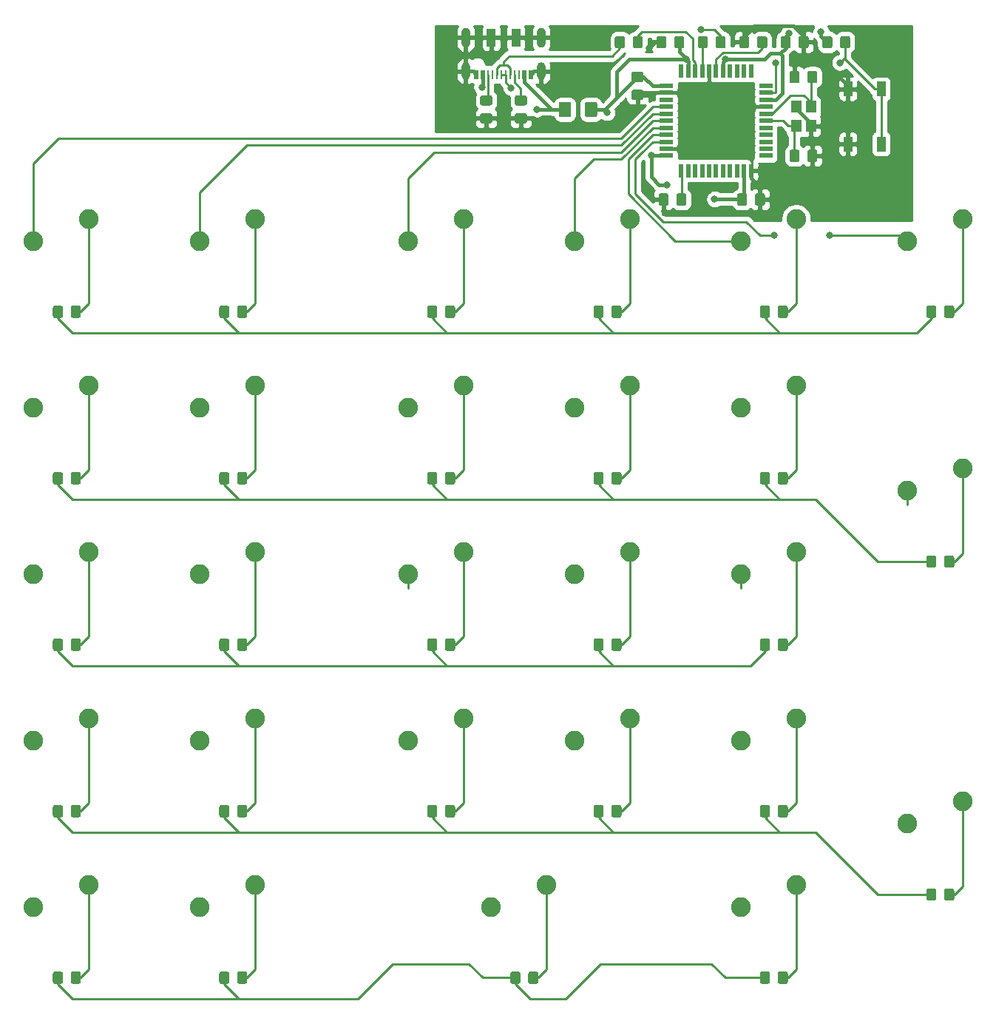
<source format=gbl>
G04 #@! TF.GenerationSoftware,KiCad,Pcbnew,(5.1.5)-3*
G04 #@! TF.CreationDate,2020-10-08T21:20:26+02:00*
G04 #@! TF.ProjectId,NumPad,4e756d50-6164-42e6-9b69-6361645f7063,rev?*
G04 #@! TF.SameCoordinates,Original*
G04 #@! TF.FileFunction,Copper,L2,Bot*
G04 #@! TF.FilePolarity,Positive*
%FSLAX46Y46*%
G04 Gerber Fmt 4.6, Leading zero omitted, Abs format (unit mm)*
G04 Created by KiCad (PCBNEW (5.1.5)-3) date 2020-10-08 21:20:26*
%MOMM*%
%LPD*%
G04 APERTURE LIST*
%ADD10C,2.250000*%
%ADD11R,1.200000X1.400000*%
%ADD12R,1.500000X0.550000*%
%ADD13R,0.550000X1.500000*%
%ADD14R,1.000000X1.700000*%
%ADD15C,0.100000*%
%ADD16R,1.000000X2.000000*%
%ADD17O,1.000000X2.300000*%
%ADD18O,1.000000X2.000000*%
%ADD19R,0.270000X1.000000*%
%ADD20R,0.520000X1.000000*%
%ADD21C,0.800000*%
%ADD22C,0.381000*%
%ADD23C,0.254000*%
G04 APERTURE END LIST*
D10*
X108902500Y-146526250D03*
X102552500Y-149066250D03*
X156527500Y-137001250D03*
X150177500Y-139541250D03*
X156527500Y-98901250D03*
X150177500Y-101441250D03*
D11*
X139172000Y-59705000D03*
X139172000Y-57505000D03*
X137472000Y-57505000D03*
X137472000Y-59705000D03*
D10*
X137477500Y-146526250D03*
X131127500Y-149066250D03*
D12*
X122622000Y-55105000D03*
X122622000Y-55905000D03*
X122622000Y-56705000D03*
X122622000Y-57505000D03*
X122622000Y-58305000D03*
X122622000Y-59105000D03*
X122622000Y-59905000D03*
X122622000Y-60705000D03*
X122622000Y-61505000D03*
X122622000Y-62305000D03*
X122622000Y-63105000D03*
D13*
X124322000Y-64805000D03*
X125122000Y-64805000D03*
X125922000Y-64805000D03*
X126722000Y-64805000D03*
X127522000Y-64805000D03*
X128322000Y-64805000D03*
X129122000Y-64805000D03*
X129922000Y-64805000D03*
X130722000Y-64805000D03*
X131522000Y-64805000D03*
X132322000Y-64805000D03*
D12*
X134022000Y-63105000D03*
X134022000Y-62305000D03*
X134022000Y-61505000D03*
X134022000Y-60705000D03*
X134022000Y-59905000D03*
X134022000Y-59105000D03*
X134022000Y-58305000D03*
X134022000Y-57505000D03*
X134022000Y-56705000D03*
X134022000Y-55905000D03*
X134022000Y-55105000D03*
D13*
X132322000Y-53405000D03*
X131522000Y-53405000D03*
X130722000Y-53405000D03*
X129922000Y-53405000D03*
X129122000Y-53405000D03*
X128322000Y-53405000D03*
X127522000Y-53405000D03*
X126722000Y-53405000D03*
X125922000Y-53405000D03*
X125122000Y-53405000D03*
X124322000Y-53405000D03*
D14*
X147222000Y-61755000D03*
X147222000Y-55455000D03*
X143422000Y-61755000D03*
X143422000Y-55455000D03*
G04 #@! TA.AperFunction,SMDPad,CuDef*
D15*
G36*
X106434505Y-56201204D02*
G01*
X106458773Y-56204804D01*
X106482572Y-56210765D01*
X106505671Y-56219030D01*
X106527850Y-56229520D01*
X106548893Y-56242132D01*
X106568599Y-56256747D01*
X106586777Y-56273223D01*
X106603253Y-56291401D01*
X106617868Y-56311107D01*
X106630480Y-56332150D01*
X106640970Y-56354329D01*
X106649235Y-56377428D01*
X106655196Y-56401227D01*
X106658796Y-56425495D01*
X106660000Y-56449999D01*
X106660000Y-57100001D01*
X106658796Y-57124505D01*
X106655196Y-57148773D01*
X106649235Y-57172572D01*
X106640970Y-57195671D01*
X106630480Y-57217850D01*
X106617868Y-57238893D01*
X106603253Y-57258599D01*
X106586777Y-57276777D01*
X106568599Y-57293253D01*
X106548893Y-57307868D01*
X106527850Y-57320480D01*
X106505671Y-57330970D01*
X106482572Y-57339235D01*
X106458773Y-57345196D01*
X106434505Y-57348796D01*
X106410001Y-57350000D01*
X105509999Y-57350000D01*
X105485495Y-57348796D01*
X105461227Y-57345196D01*
X105437428Y-57339235D01*
X105414329Y-57330970D01*
X105392150Y-57320480D01*
X105371107Y-57307868D01*
X105351401Y-57293253D01*
X105333223Y-57276777D01*
X105316747Y-57258599D01*
X105302132Y-57238893D01*
X105289520Y-57217850D01*
X105279030Y-57195671D01*
X105270765Y-57172572D01*
X105264804Y-57148773D01*
X105261204Y-57124505D01*
X105260000Y-57100001D01*
X105260000Y-56449999D01*
X105261204Y-56425495D01*
X105264804Y-56401227D01*
X105270765Y-56377428D01*
X105279030Y-56354329D01*
X105289520Y-56332150D01*
X105302132Y-56311107D01*
X105316747Y-56291401D01*
X105333223Y-56273223D01*
X105351401Y-56256747D01*
X105371107Y-56242132D01*
X105392150Y-56229520D01*
X105414329Y-56219030D01*
X105437428Y-56210765D01*
X105461227Y-56204804D01*
X105485495Y-56201204D01*
X105509999Y-56200000D01*
X106410001Y-56200000D01*
X106434505Y-56201204D01*
G37*
G04 #@! TD.AperFunction*
G04 #@! TA.AperFunction,SMDPad,CuDef*
G36*
X106434505Y-58251204D02*
G01*
X106458773Y-58254804D01*
X106482572Y-58260765D01*
X106505671Y-58269030D01*
X106527850Y-58279520D01*
X106548893Y-58292132D01*
X106568599Y-58306747D01*
X106586777Y-58323223D01*
X106603253Y-58341401D01*
X106617868Y-58361107D01*
X106630480Y-58382150D01*
X106640970Y-58404329D01*
X106649235Y-58427428D01*
X106655196Y-58451227D01*
X106658796Y-58475495D01*
X106660000Y-58499999D01*
X106660000Y-59150001D01*
X106658796Y-59174505D01*
X106655196Y-59198773D01*
X106649235Y-59222572D01*
X106640970Y-59245671D01*
X106630480Y-59267850D01*
X106617868Y-59288893D01*
X106603253Y-59308599D01*
X106586777Y-59326777D01*
X106568599Y-59343253D01*
X106548893Y-59357868D01*
X106527850Y-59370480D01*
X106505671Y-59380970D01*
X106482572Y-59389235D01*
X106458773Y-59395196D01*
X106434505Y-59398796D01*
X106410001Y-59400000D01*
X105509999Y-59400000D01*
X105485495Y-59398796D01*
X105461227Y-59395196D01*
X105437428Y-59389235D01*
X105414329Y-59380970D01*
X105392150Y-59370480D01*
X105371107Y-59357868D01*
X105351401Y-59343253D01*
X105333223Y-59326777D01*
X105316747Y-59308599D01*
X105302132Y-59288893D01*
X105289520Y-59267850D01*
X105279030Y-59245671D01*
X105270765Y-59222572D01*
X105264804Y-59198773D01*
X105261204Y-59174505D01*
X105260000Y-59150001D01*
X105260000Y-58499999D01*
X105261204Y-58475495D01*
X105264804Y-58451227D01*
X105270765Y-58427428D01*
X105279030Y-58404329D01*
X105289520Y-58382150D01*
X105302132Y-58361107D01*
X105316747Y-58341401D01*
X105333223Y-58323223D01*
X105351401Y-58306747D01*
X105371107Y-58292132D01*
X105392150Y-58279520D01*
X105414329Y-58269030D01*
X105437428Y-58260765D01*
X105461227Y-58254804D01*
X105485495Y-58251204D01*
X105509999Y-58250000D01*
X106410001Y-58250000D01*
X106434505Y-58251204D01*
G37*
G04 #@! TD.AperFunction*
G04 #@! TA.AperFunction,SMDPad,CuDef*
G36*
X102474505Y-56201204D02*
G01*
X102498773Y-56204804D01*
X102522572Y-56210765D01*
X102545671Y-56219030D01*
X102567850Y-56229520D01*
X102588893Y-56242132D01*
X102608599Y-56256747D01*
X102626777Y-56273223D01*
X102643253Y-56291401D01*
X102657868Y-56311107D01*
X102670480Y-56332150D01*
X102680970Y-56354329D01*
X102689235Y-56377428D01*
X102695196Y-56401227D01*
X102698796Y-56425495D01*
X102700000Y-56449999D01*
X102700000Y-57100001D01*
X102698796Y-57124505D01*
X102695196Y-57148773D01*
X102689235Y-57172572D01*
X102680970Y-57195671D01*
X102670480Y-57217850D01*
X102657868Y-57238893D01*
X102643253Y-57258599D01*
X102626777Y-57276777D01*
X102608599Y-57293253D01*
X102588893Y-57307868D01*
X102567850Y-57320480D01*
X102545671Y-57330970D01*
X102522572Y-57339235D01*
X102498773Y-57345196D01*
X102474505Y-57348796D01*
X102450001Y-57350000D01*
X101549999Y-57350000D01*
X101525495Y-57348796D01*
X101501227Y-57345196D01*
X101477428Y-57339235D01*
X101454329Y-57330970D01*
X101432150Y-57320480D01*
X101411107Y-57307868D01*
X101391401Y-57293253D01*
X101373223Y-57276777D01*
X101356747Y-57258599D01*
X101342132Y-57238893D01*
X101329520Y-57217850D01*
X101319030Y-57195671D01*
X101310765Y-57172572D01*
X101304804Y-57148773D01*
X101301204Y-57124505D01*
X101300000Y-57100001D01*
X101300000Y-56449999D01*
X101301204Y-56425495D01*
X101304804Y-56401227D01*
X101310765Y-56377428D01*
X101319030Y-56354329D01*
X101329520Y-56332150D01*
X101342132Y-56311107D01*
X101356747Y-56291401D01*
X101373223Y-56273223D01*
X101391401Y-56256747D01*
X101411107Y-56242132D01*
X101432150Y-56229520D01*
X101454329Y-56219030D01*
X101477428Y-56210765D01*
X101501227Y-56204804D01*
X101525495Y-56201204D01*
X101549999Y-56200000D01*
X102450001Y-56200000D01*
X102474505Y-56201204D01*
G37*
G04 #@! TD.AperFunction*
G04 #@! TA.AperFunction,SMDPad,CuDef*
G36*
X102474505Y-58251204D02*
G01*
X102498773Y-58254804D01*
X102522572Y-58260765D01*
X102545671Y-58269030D01*
X102567850Y-58279520D01*
X102588893Y-58292132D01*
X102608599Y-58306747D01*
X102626777Y-58323223D01*
X102643253Y-58341401D01*
X102657868Y-58361107D01*
X102670480Y-58382150D01*
X102680970Y-58404329D01*
X102689235Y-58427428D01*
X102695196Y-58451227D01*
X102698796Y-58475495D01*
X102700000Y-58499999D01*
X102700000Y-59150001D01*
X102698796Y-59174505D01*
X102695196Y-59198773D01*
X102689235Y-59222572D01*
X102680970Y-59245671D01*
X102670480Y-59267850D01*
X102657868Y-59288893D01*
X102643253Y-59308599D01*
X102626777Y-59326777D01*
X102608599Y-59343253D01*
X102588893Y-59357868D01*
X102567850Y-59370480D01*
X102545671Y-59380970D01*
X102522572Y-59389235D01*
X102498773Y-59395196D01*
X102474505Y-59398796D01*
X102450001Y-59400000D01*
X101549999Y-59400000D01*
X101525495Y-59398796D01*
X101501227Y-59395196D01*
X101477428Y-59389235D01*
X101454329Y-59380970D01*
X101432150Y-59370480D01*
X101411107Y-59357868D01*
X101391401Y-59343253D01*
X101373223Y-59326777D01*
X101356747Y-59308599D01*
X101342132Y-59288893D01*
X101329520Y-59267850D01*
X101319030Y-59245671D01*
X101310765Y-59222572D01*
X101304804Y-59198773D01*
X101301204Y-59174505D01*
X101300000Y-59150001D01*
X101300000Y-58499999D01*
X101301204Y-58475495D01*
X101304804Y-58451227D01*
X101310765Y-58427428D01*
X101319030Y-58404329D01*
X101329520Y-58382150D01*
X101342132Y-58361107D01*
X101356747Y-58341401D01*
X101373223Y-58323223D01*
X101391401Y-58306747D01*
X101411107Y-58292132D01*
X101432150Y-58279520D01*
X101454329Y-58269030D01*
X101477428Y-58260765D01*
X101501227Y-58254804D01*
X101525495Y-58251204D01*
X101549999Y-58250000D01*
X102450001Y-58250000D01*
X102474505Y-58251204D01*
G37*
G04 #@! TD.AperFunction*
G04 #@! TA.AperFunction,SMDPad,CuDef*
G36*
X119696505Y-49406204D02*
G01*
X119720773Y-49409804D01*
X119744572Y-49415765D01*
X119767671Y-49424030D01*
X119789850Y-49434520D01*
X119810893Y-49447132D01*
X119830599Y-49461747D01*
X119848777Y-49478223D01*
X119865253Y-49496401D01*
X119879868Y-49516107D01*
X119892480Y-49537150D01*
X119902970Y-49559329D01*
X119911235Y-49582428D01*
X119917196Y-49606227D01*
X119920796Y-49630495D01*
X119922000Y-49654999D01*
X119922000Y-50555001D01*
X119920796Y-50579505D01*
X119917196Y-50603773D01*
X119911235Y-50627572D01*
X119902970Y-50650671D01*
X119892480Y-50672850D01*
X119879868Y-50693893D01*
X119865253Y-50713599D01*
X119848777Y-50731777D01*
X119830599Y-50748253D01*
X119810893Y-50762868D01*
X119789850Y-50775480D01*
X119767671Y-50785970D01*
X119744572Y-50794235D01*
X119720773Y-50800196D01*
X119696505Y-50803796D01*
X119672001Y-50805000D01*
X119021999Y-50805000D01*
X118997495Y-50803796D01*
X118973227Y-50800196D01*
X118949428Y-50794235D01*
X118926329Y-50785970D01*
X118904150Y-50775480D01*
X118883107Y-50762868D01*
X118863401Y-50748253D01*
X118845223Y-50731777D01*
X118828747Y-50713599D01*
X118814132Y-50693893D01*
X118801520Y-50672850D01*
X118791030Y-50650671D01*
X118782765Y-50627572D01*
X118776804Y-50603773D01*
X118773204Y-50579505D01*
X118772000Y-50555001D01*
X118772000Y-49654999D01*
X118773204Y-49630495D01*
X118776804Y-49606227D01*
X118782765Y-49582428D01*
X118791030Y-49559329D01*
X118801520Y-49537150D01*
X118814132Y-49516107D01*
X118828747Y-49496401D01*
X118845223Y-49478223D01*
X118863401Y-49461747D01*
X118883107Y-49447132D01*
X118904150Y-49434520D01*
X118926329Y-49424030D01*
X118949428Y-49415765D01*
X118973227Y-49409804D01*
X118997495Y-49406204D01*
X119021999Y-49405000D01*
X119672001Y-49405000D01*
X119696505Y-49406204D01*
G37*
G04 #@! TD.AperFunction*
G04 #@! TA.AperFunction,SMDPad,CuDef*
G36*
X117646505Y-49406204D02*
G01*
X117670773Y-49409804D01*
X117694572Y-49415765D01*
X117717671Y-49424030D01*
X117739850Y-49434520D01*
X117760893Y-49447132D01*
X117780599Y-49461747D01*
X117798777Y-49478223D01*
X117815253Y-49496401D01*
X117829868Y-49516107D01*
X117842480Y-49537150D01*
X117852970Y-49559329D01*
X117861235Y-49582428D01*
X117867196Y-49606227D01*
X117870796Y-49630495D01*
X117872000Y-49654999D01*
X117872000Y-50555001D01*
X117870796Y-50579505D01*
X117867196Y-50603773D01*
X117861235Y-50627572D01*
X117852970Y-50650671D01*
X117842480Y-50672850D01*
X117829868Y-50693893D01*
X117815253Y-50713599D01*
X117798777Y-50731777D01*
X117780599Y-50748253D01*
X117760893Y-50762868D01*
X117739850Y-50775480D01*
X117717671Y-50785970D01*
X117694572Y-50794235D01*
X117670773Y-50800196D01*
X117646505Y-50803796D01*
X117622001Y-50805000D01*
X116971999Y-50805000D01*
X116947495Y-50803796D01*
X116923227Y-50800196D01*
X116899428Y-50794235D01*
X116876329Y-50785970D01*
X116854150Y-50775480D01*
X116833107Y-50762868D01*
X116813401Y-50748253D01*
X116795223Y-50731777D01*
X116778747Y-50713599D01*
X116764132Y-50693893D01*
X116751520Y-50672850D01*
X116741030Y-50650671D01*
X116732765Y-50627572D01*
X116726804Y-50603773D01*
X116723204Y-50579505D01*
X116722000Y-50555001D01*
X116722000Y-49654999D01*
X116723204Y-49630495D01*
X116726804Y-49606227D01*
X116732765Y-49582428D01*
X116741030Y-49559329D01*
X116751520Y-49537150D01*
X116764132Y-49516107D01*
X116778747Y-49496401D01*
X116795223Y-49478223D01*
X116813401Y-49461747D01*
X116833107Y-49447132D01*
X116854150Y-49434520D01*
X116876329Y-49424030D01*
X116899428Y-49415765D01*
X116923227Y-49409804D01*
X116947495Y-49406204D01*
X116971999Y-49405000D01*
X117622001Y-49405000D01*
X117646505Y-49406204D01*
G37*
G04 #@! TD.AperFunction*
G04 #@! TA.AperFunction,SMDPad,CuDef*
G36*
X129196505Y-49406204D02*
G01*
X129220773Y-49409804D01*
X129244572Y-49415765D01*
X129267671Y-49424030D01*
X129289850Y-49434520D01*
X129310893Y-49447132D01*
X129330599Y-49461747D01*
X129348777Y-49478223D01*
X129365253Y-49496401D01*
X129379868Y-49516107D01*
X129392480Y-49537150D01*
X129402970Y-49559329D01*
X129411235Y-49582428D01*
X129417196Y-49606227D01*
X129420796Y-49630495D01*
X129422000Y-49654999D01*
X129422000Y-50555001D01*
X129420796Y-50579505D01*
X129417196Y-50603773D01*
X129411235Y-50627572D01*
X129402970Y-50650671D01*
X129392480Y-50672850D01*
X129379868Y-50693893D01*
X129365253Y-50713599D01*
X129348777Y-50731777D01*
X129330599Y-50748253D01*
X129310893Y-50762868D01*
X129289850Y-50775480D01*
X129267671Y-50785970D01*
X129244572Y-50794235D01*
X129220773Y-50800196D01*
X129196505Y-50803796D01*
X129172001Y-50805000D01*
X128521999Y-50805000D01*
X128497495Y-50803796D01*
X128473227Y-50800196D01*
X128449428Y-50794235D01*
X128426329Y-50785970D01*
X128404150Y-50775480D01*
X128383107Y-50762868D01*
X128363401Y-50748253D01*
X128345223Y-50731777D01*
X128328747Y-50713599D01*
X128314132Y-50693893D01*
X128301520Y-50672850D01*
X128291030Y-50650671D01*
X128282765Y-50627572D01*
X128276804Y-50603773D01*
X128273204Y-50579505D01*
X128272000Y-50555001D01*
X128272000Y-49654999D01*
X128273204Y-49630495D01*
X128276804Y-49606227D01*
X128282765Y-49582428D01*
X128291030Y-49559329D01*
X128301520Y-49537150D01*
X128314132Y-49516107D01*
X128328747Y-49496401D01*
X128345223Y-49478223D01*
X128363401Y-49461747D01*
X128383107Y-49447132D01*
X128404150Y-49434520D01*
X128426329Y-49424030D01*
X128449428Y-49415765D01*
X128473227Y-49409804D01*
X128497495Y-49406204D01*
X128521999Y-49405000D01*
X129172001Y-49405000D01*
X129196505Y-49406204D01*
G37*
G04 #@! TD.AperFunction*
G04 #@! TA.AperFunction,SMDPad,CuDef*
G36*
X127146505Y-49406204D02*
G01*
X127170773Y-49409804D01*
X127194572Y-49415765D01*
X127217671Y-49424030D01*
X127239850Y-49434520D01*
X127260893Y-49447132D01*
X127280599Y-49461747D01*
X127298777Y-49478223D01*
X127315253Y-49496401D01*
X127329868Y-49516107D01*
X127342480Y-49537150D01*
X127352970Y-49559329D01*
X127361235Y-49582428D01*
X127367196Y-49606227D01*
X127370796Y-49630495D01*
X127372000Y-49654999D01*
X127372000Y-50555001D01*
X127370796Y-50579505D01*
X127367196Y-50603773D01*
X127361235Y-50627572D01*
X127352970Y-50650671D01*
X127342480Y-50672850D01*
X127329868Y-50693893D01*
X127315253Y-50713599D01*
X127298777Y-50731777D01*
X127280599Y-50748253D01*
X127260893Y-50762868D01*
X127239850Y-50775480D01*
X127217671Y-50785970D01*
X127194572Y-50794235D01*
X127170773Y-50800196D01*
X127146505Y-50803796D01*
X127122001Y-50805000D01*
X126471999Y-50805000D01*
X126447495Y-50803796D01*
X126423227Y-50800196D01*
X126399428Y-50794235D01*
X126376329Y-50785970D01*
X126354150Y-50775480D01*
X126333107Y-50762868D01*
X126313401Y-50748253D01*
X126295223Y-50731777D01*
X126278747Y-50713599D01*
X126264132Y-50693893D01*
X126251520Y-50672850D01*
X126241030Y-50650671D01*
X126232765Y-50627572D01*
X126226804Y-50603773D01*
X126223204Y-50579505D01*
X126222000Y-50555001D01*
X126222000Y-49654999D01*
X126223204Y-49630495D01*
X126226804Y-49606227D01*
X126232765Y-49582428D01*
X126241030Y-49559329D01*
X126251520Y-49537150D01*
X126264132Y-49516107D01*
X126278747Y-49496401D01*
X126295223Y-49478223D01*
X126313401Y-49461747D01*
X126333107Y-49447132D01*
X126354150Y-49434520D01*
X126376329Y-49424030D01*
X126399428Y-49415765D01*
X126423227Y-49409804D01*
X126447495Y-49406204D01*
X126471999Y-49405000D01*
X127122001Y-49405000D01*
X127146505Y-49406204D01*
G37*
G04 #@! TD.AperFunction*
G04 #@! TA.AperFunction,SMDPad,CuDef*
G36*
X143446505Y-49406204D02*
G01*
X143470773Y-49409804D01*
X143494572Y-49415765D01*
X143517671Y-49424030D01*
X143539850Y-49434520D01*
X143560893Y-49447132D01*
X143580599Y-49461747D01*
X143598777Y-49478223D01*
X143615253Y-49496401D01*
X143629868Y-49516107D01*
X143642480Y-49537150D01*
X143652970Y-49559329D01*
X143661235Y-49582428D01*
X143667196Y-49606227D01*
X143670796Y-49630495D01*
X143672000Y-49654999D01*
X143672000Y-50555001D01*
X143670796Y-50579505D01*
X143667196Y-50603773D01*
X143661235Y-50627572D01*
X143652970Y-50650671D01*
X143642480Y-50672850D01*
X143629868Y-50693893D01*
X143615253Y-50713599D01*
X143598777Y-50731777D01*
X143580599Y-50748253D01*
X143560893Y-50762868D01*
X143539850Y-50775480D01*
X143517671Y-50785970D01*
X143494572Y-50794235D01*
X143470773Y-50800196D01*
X143446505Y-50803796D01*
X143422001Y-50805000D01*
X142771999Y-50805000D01*
X142747495Y-50803796D01*
X142723227Y-50800196D01*
X142699428Y-50794235D01*
X142676329Y-50785970D01*
X142654150Y-50775480D01*
X142633107Y-50762868D01*
X142613401Y-50748253D01*
X142595223Y-50731777D01*
X142578747Y-50713599D01*
X142564132Y-50693893D01*
X142551520Y-50672850D01*
X142541030Y-50650671D01*
X142532765Y-50627572D01*
X142526804Y-50603773D01*
X142523204Y-50579505D01*
X142522000Y-50555001D01*
X142522000Y-49654999D01*
X142523204Y-49630495D01*
X142526804Y-49606227D01*
X142532765Y-49582428D01*
X142541030Y-49559329D01*
X142551520Y-49537150D01*
X142564132Y-49516107D01*
X142578747Y-49496401D01*
X142595223Y-49478223D01*
X142613401Y-49461747D01*
X142633107Y-49447132D01*
X142654150Y-49434520D01*
X142676329Y-49424030D01*
X142699428Y-49415765D01*
X142723227Y-49409804D01*
X142747495Y-49406204D01*
X142771999Y-49405000D01*
X143422001Y-49405000D01*
X143446505Y-49406204D01*
G37*
G04 #@! TD.AperFunction*
G04 #@! TA.AperFunction,SMDPad,CuDef*
G36*
X141396505Y-49406204D02*
G01*
X141420773Y-49409804D01*
X141444572Y-49415765D01*
X141467671Y-49424030D01*
X141489850Y-49434520D01*
X141510893Y-49447132D01*
X141530599Y-49461747D01*
X141548777Y-49478223D01*
X141565253Y-49496401D01*
X141579868Y-49516107D01*
X141592480Y-49537150D01*
X141602970Y-49559329D01*
X141611235Y-49582428D01*
X141617196Y-49606227D01*
X141620796Y-49630495D01*
X141622000Y-49654999D01*
X141622000Y-50555001D01*
X141620796Y-50579505D01*
X141617196Y-50603773D01*
X141611235Y-50627572D01*
X141602970Y-50650671D01*
X141592480Y-50672850D01*
X141579868Y-50693893D01*
X141565253Y-50713599D01*
X141548777Y-50731777D01*
X141530599Y-50748253D01*
X141510893Y-50762868D01*
X141489850Y-50775480D01*
X141467671Y-50785970D01*
X141444572Y-50794235D01*
X141420773Y-50800196D01*
X141396505Y-50803796D01*
X141372001Y-50805000D01*
X140721999Y-50805000D01*
X140697495Y-50803796D01*
X140673227Y-50800196D01*
X140649428Y-50794235D01*
X140626329Y-50785970D01*
X140604150Y-50775480D01*
X140583107Y-50762868D01*
X140563401Y-50748253D01*
X140545223Y-50731777D01*
X140528747Y-50713599D01*
X140514132Y-50693893D01*
X140501520Y-50672850D01*
X140491030Y-50650671D01*
X140482765Y-50627572D01*
X140476804Y-50603773D01*
X140473204Y-50579505D01*
X140472000Y-50555001D01*
X140472000Y-49654999D01*
X140473204Y-49630495D01*
X140476804Y-49606227D01*
X140482765Y-49582428D01*
X140491030Y-49559329D01*
X140501520Y-49537150D01*
X140514132Y-49516107D01*
X140528747Y-49496401D01*
X140545223Y-49478223D01*
X140563401Y-49461747D01*
X140583107Y-49447132D01*
X140604150Y-49434520D01*
X140626329Y-49424030D01*
X140649428Y-49415765D01*
X140673227Y-49409804D01*
X140697495Y-49406204D01*
X140721999Y-49405000D01*
X141372001Y-49405000D01*
X141396505Y-49406204D01*
G37*
G04 #@! TD.AperFunction*
G04 #@! TA.AperFunction,SMDPad,CuDef*
G36*
X124696505Y-67406204D02*
G01*
X124720773Y-67409804D01*
X124744572Y-67415765D01*
X124767671Y-67424030D01*
X124789850Y-67434520D01*
X124810893Y-67447132D01*
X124830599Y-67461747D01*
X124848777Y-67478223D01*
X124865253Y-67496401D01*
X124879868Y-67516107D01*
X124892480Y-67537150D01*
X124902970Y-67559329D01*
X124911235Y-67582428D01*
X124917196Y-67606227D01*
X124920796Y-67630495D01*
X124922000Y-67654999D01*
X124922000Y-68555001D01*
X124920796Y-68579505D01*
X124917196Y-68603773D01*
X124911235Y-68627572D01*
X124902970Y-68650671D01*
X124892480Y-68672850D01*
X124879868Y-68693893D01*
X124865253Y-68713599D01*
X124848777Y-68731777D01*
X124830599Y-68748253D01*
X124810893Y-68762868D01*
X124789850Y-68775480D01*
X124767671Y-68785970D01*
X124744572Y-68794235D01*
X124720773Y-68800196D01*
X124696505Y-68803796D01*
X124672001Y-68805000D01*
X124021999Y-68805000D01*
X123997495Y-68803796D01*
X123973227Y-68800196D01*
X123949428Y-68794235D01*
X123926329Y-68785970D01*
X123904150Y-68775480D01*
X123883107Y-68762868D01*
X123863401Y-68748253D01*
X123845223Y-68731777D01*
X123828747Y-68713599D01*
X123814132Y-68693893D01*
X123801520Y-68672850D01*
X123791030Y-68650671D01*
X123782765Y-68627572D01*
X123776804Y-68603773D01*
X123773204Y-68579505D01*
X123772000Y-68555001D01*
X123772000Y-67654999D01*
X123773204Y-67630495D01*
X123776804Y-67606227D01*
X123782765Y-67582428D01*
X123791030Y-67559329D01*
X123801520Y-67537150D01*
X123814132Y-67516107D01*
X123828747Y-67496401D01*
X123845223Y-67478223D01*
X123863401Y-67461747D01*
X123883107Y-67447132D01*
X123904150Y-67434520D01*
X123926329Y-67424030D01*
X123949428Y-67415765D01*
X123973227Y-67409804D01*
X123997495Y-67406204D01*
X124021999Y-67405000D01*
X124672001Y-67405000D01*
X124696505Y-67406204D01*
G37*
G04 #@! TD.AperFunction*
G04 #@! TA.AperFunction,SMDPad,CuDef*
G36*
X122646505Y-67406204D02*
G01*
X122670773Y-67409804D01*
X122694572Y-67415765D01*
X122717671Y-67424030D01*
X122739850Y-67434520D01*
X122760893Y-67447132D01*
X122780599Y-67461747D01*
X122798777Y-67478223D01*
X122815253Y-67496401D01*
X122829868Y-67516107D01*
X122842480Y-67537150D01*
X122852970Y-67559329D01*
X122861235Y-67582428D01*
X122867196Y-67606227D01*
X122870796Y-67630495D01*
X122872000Y-67654999D01*
X122872000Y-68555001D01*
X122870796Y-68579505D01*
X122867196Y-68603773D01*
X122861235Y-68627572D01*
X122852970Y-68650671D01*
X122842480Y-68672850D01*
X122829868Y-68693893D01*
X122815253Y-68713599D01*
X122798777Y-68731777D01*
X122780599Y-68748253D01*
X122760893Y-68762868D01*
X122739850Y-68775480D01*
X122717671Y-68785970D01*
X122694572Y-68794235D01*
X122670773Y-68800196D01*
X122646505Y-68803796D01*
X122622001Y-68805000D01*
X121971999Y-68805000D01*
X121947495Y-68803796D01*
X121923227Y-68800196D01*
X121899428Y-68794235D01*
X121876329Y-68785970D01*
X121854150Y-68775480D01*
X121833107Y-68762868D01*
X121813401Y-68748253D01*
X121795223Y-68731777D01*
X121778747Y-68713599D01*
X121764132Y-68693893D01*
X121751520Y-68672850D01*
X121741030Y-68650671D01*
X121732765Y-68627572D01*
X121726804Y-68603773D01*
X121723204Y-68579505D01*
X121722000Y-68555001D01*
X121722000Y-67654999D01*
X121723204Y-67630495D01*
X121726804Y-67606227D01*
X121732765Y-67582428D01*
X121741030Y-67559329D01*
X121751520Y-67537150D01*
X121764132Y-67516107D01*
X121778747Y-67496401D01*
X121795223Y-67478223D01*
X121813401Y-67461747D01*
X121833107Y-67447132D01*
X121854150Y-67434520D01*
X121876329Y-67424030D01*
X121899428Y-67415765D01*
X121923227Y-67409804D01*
X121947495Y-67406204D01*
X121971999Y-67405000D01*
X122622001Y-67405000D01*
X122646505Y-67406204D01*
G37*
G04 #@! TD.AperFunction*
D10*
X75565000Y-146526250D03*
X69215000Y-149066250D03*
X56515000Y-146526250D03*
X50165000Y-149066250D03*
X137477500Y-127476250D03*
X131127500Y-130016250D03*
X118427500Y-127476250D03*
X112077500Y-130016250D03*
X99377500Y-127476250D03*
X93027500Y-130016250D03*
X75565000Y-127476250D03*
X69215000Y-130016250D03*
X56515000Y-127476250D03*
X50165000Y-130016250D03*
X137477500Y-108426250D03*
X131127500Y-110966250D03*
X118427500Y-108426250D03*
X112077500Y-110966250D03*
X99377500Y-108426250D03*
X93027500Y-110966250D03*
X75565000Y-108426250D03*
X69215000Y-110966250D03*
X56515000Y-108426250D03*
X50165000Y-110966250D03*
X137477500Y-89376250D03*
X131127500Y-91916250D03*
X118427500Y-89376250D03*
X112077500Y-91916250D03*
X99377500Y-89376250D03*
X93027500Y-91916250D03*
X75565000Y-89376250D03*
X69215000Y-91916250D03*
X56515000Y-89376250D03*
X50165000Y-91916250D03*
X156527500Y-70326250D03*
X150177500Y-72866250D03*
X137477500Y-70326250D03*
X131127500Y-72866250D03*
X118427500Y-70326250D03*
X112077500Y-72866250D03*
X99377500Y-70326250D03*
X93027500Y-72866250D03*
X75565000Y-70326250D03*
X69215000Y-72866250D03*
X56515000Y-70326250D03*
X50165000Y-72866250D03*
D16*
X102580000Y-49597500D03*
X105380000Y-49597500D03*
D17*
X108300000Y-49597500D03*
X99660000Y-49597500D03*
D18*
X99660000Y-53422500D03*
X108300000Y-53422500D03*
D19*
X103730000Y-53797500D03*
X105730000Y-53797500D03*
X105230000Y-53797500D03*
X104730000Y-53797500D03*
X104230000Y-53797500D03*
X103230000Y-53797500D03*
X102730000Y-53797500D03*
X102230000Y-53797500D03*
D20*
X107080000Y-53797500D03*
X106330000Y-53797500D03*
X101630000Y-53797500D03*
X100880000Y-53797500D03*
X100880000Y-53797500D03*
X101630000Y-53797500D03*
X106330000Y-53797500D03*
X107080000Y-53797500D03*
G04 #@! TA.AperFunction,SMDPad,CuDef*
D15*
G36*
X111499504Y-56926204D02*
G01*
X111523773Y-56929804D01*
X111547571Y-56935765D01*
X111570671Y-56944030D01*
X111592849Y-56954520D01*
X111613893Y-56967133D01*
X111633598Y-56981747D01*
X111651777Y-56998223D01*
X111668253Y-57016402D01*
X111682867Y-57036107D01*
X111695480Y-57057151D01*
X111705970Y-57079329D01*
X111714235Y-57102429D01*
X111720196Y-57126227D01*
X111723796Y-57150496D01*
X111725000Y-57175000D01*
X111725000Y-58425000D01*
X111723796Y-58449504D01*
X111720196Y-58473773D01*
X111714235Y-58497571D01*
X111705970Y-58520671D01*
X111695480Y-58542849D01*
X111682867Y-58563893D01*
X111668253Y-58583598D01*
X111651777Y-58601777D01*
X111633598Y-58618253D01*
X111613893Y-58632867D01*
X111592849Y-58645480D01*
X111570671Y-58655970D01*
X111547571Y-58664235D01*
X111523773Y-58670196D01*
X111499504Y-58673796D01*
X111475000Y-58675000D01*
X110550000Y-58675000D01*
X110525496Y-58673796D01*
X110501227Y-58670196D01*
X110477429Y-58664235D01*
X110454329Y-58655970D01*
X110432151Y-58645480D01*
X110411107Y-58632867D01*
X110391402Y-58618253D01*
X110373223Y-58601777D01*
X110356747Y-58583598D01*
X110342133Y-58563893D01*
X110329520Y-58542849D01*
X110319030Y-58520671D01*
X110310765Y-58497571D01*
X110304804Y-58473773D01*
X110301204Y-58449504D01*
X110300000Y-58425000D01*
X110300000Y-57175000D01*
X110301204Y-57150496D01*
X110304804Y-57126227D01*
X110310765Y-57102429D01*
X110319030Y-57079329D01*
X110329520Y-57057151D01*
X110342133Y-57036107D01*
X110356747Y-57016402D01*
X110373223Y-56998223D01*
X110391402Y-56981747D01*
X110411107Y-56967133D01*
X110432151Y-56954520D01*
X110454329Y-56944030D01*
X110477429Y-56935765D01*
X110501227Y-56929804D01*
X110525496Y-56926204D01*
X110550000Y-56925000D01*
X111475000Y-56925000D01*
X111499504Y-56926204D01*
G37*
G04 #@! TD.AperFunction*
G04 #@! TA.AperFunction,SMDPad,CuDef*
G36*
X114474504Y-56926204D02*
G01*
X114498773Y-56929804D01*
X114522571Y-56935765D01*
X114545671Y-56944030D01*
X114567849Y-56954520D01*
X114588893Y-56967133D01*
X114608598Y-56981747D01*
X114626777Y-56998223D01*
X114643253Y-57016402D01*
X114657867Y-57036107D01*
X114670480Y-57057151D01*
X114680970Y-57079329D01*
X114689235Y-57102429D01*
X114695196Y-57126227D01*
X114698796Y-57150496D01*
X114700000Y-57175000D01*
X114700000Y-58425000D01*
X114698796Y-58449504D01*
X114695196Y-58473773D01*
X114689235Y-58497571D01*
X114680970Y-58520671D01*
X114670480Y-58542849D01*
X114657867Y-58563893D01*
X114643253Y-58583598D01*
X114626777Y-58601777D01*
X114608598Y-58618253D01*
X114588893Y-58632867D01*
X114567849Y-58645480D01*
X114545671Y-58655970D01*
X114522571Y-58664235D01*
X114498773Y-58670196D01*
X114474504Y-58673796D01*
X114450000Y-58675000D01*
X113525000Y-58675000D01*
X113500496Y-58673796D01*
X113476227Y-58670196D01*
X113452429Y-58664235D01*
X113429329Y-58655970D01*
X113407151Y-58645480D01*
X113386107Y-58632867D01*
X113366402Y-58618253D01*
X113348223Y-58601777D01*
X113331747Y-58583598D01*
X113317133Y-58563893D01*
X113304520Y-58542849D01*
X113294030Y-58520671D01*
X113285765Y-58497571D01*
X113279804Y-58473773D01*
X113276204Y-58449504D01*
X113275000Y-58425000D01*
X113275000Y-57175000D01*
X113276204Y-57150496D01*
X113279804Y-57126227D01*
X113285765Y-57102429D01*
X113294030Y-57079329D01*
X113304520Y-57057151D01*
X113317133Y-57036107D01*
X113331747Y-57016402D01*
X113348223Y-56998223D01*
X113366402Y-56981747D01*
X113386107Y-56967133D01*
X113407151Y-56954520D01*
X113429329Y-56944030D01*
X113452429Y-56935765D01*
X113476227Y-56929804D01*
X113500496Y-56926204D01*
X113525000Y-56925000D01*
X114450000Y-56925000D01*
X114474504Y-56926204D01*
G37*
G04 #@! TD.AperFunction*
G04 #@! TA.AperFunction,SMDPad,CuDef*
G36*
X136312005Y-156463704D02*
G01*
X136336273Y-156467304D01*
X136360072Y-156473265D01*
X136383171Y-156481530D01*
X136405350Y-156492020D01*
X136426393Y-156504632D01*
X136446099Y-156519247D01*
X136464277Y-156535723D01*
X136480753Y-156553901D01*
X136495368Y-156573607D01*
X136507980Y-156594650D01*
X136518470Y-156616829D01*
X136526735Y-156639928D01*
X136532696Y-156663727D01*
X136536296Y-156687995D01*
X136537500Y-156712499D01*
X136537500Y-157612501D01*
X136536296Y-157637005D01*
X136532696Y-157661273D01*
X136526735Y-157685072D01*
X136518470Y-157708171D01*
X136507980Y-157730350D01*
X136495368Y-157751393D01*
X136480753Y-157771099D01*
X136464277Y-157789277D01*
X136446099Y-157805753D01*
X136426393Y-157820368D01*
X136405350Y-157832980D01*
X136383171Y-157843470D01*
X136360072Y-157851735D01*
X136336273Y-157857696D01*
X136312005Y-157861296D01*
X136287501Y-157862500D01*
X135637499Y-157862500D01*
X135612995Y-157861296D01*
X135588727Y-157857696D01*
X135564928Y-157851735D01*
X135541829Y-157843470D01*
X135519650Y-157832980D01*
X135498607Y-157820368D01*
X135478901Y-157805753D01*
X135460723Y-157789277D01*
X135444247Y-157771099D01*
X135429632Y-157751393D01*
X135417020Y-157730350D01*
X135406530Y-157708171D01*
X135398265Y-157685072D01*
X135392304Y-157661273D01*
X135388704Y-157637005D01*
X135387500Y-157612501D01*
X135387500Y-156712499D01*
X135388704Y-156687995D01*
X135392304Y-156663727D01*
X135398265Y-156639928D01*
X135406530Y-156616829D01*
X135417020Y-156594650D01*
X135429632Y-156573607D01*
X135444247Y-156553901D01*
X135460723Y-156535723D01*
X135478901Y-156519247D01*
X135498607Y-156504632D01*
X135519650Y-156492020D01*
X135541829Y-156481530D01*
X135564928Y-156473265D01*
X135588727Y-156467304D01*
X135612995Y-156463704D01*
X135637499Y-156462500D01*
X136287501Y-156462500D01*
X136312005Y-156463704D01*
G37*
G04 #@! TD.AperFunction*
G04 #@! TA.AperFunction,SMDPad,CuDef*
G36*
X134262005Y-156463704D02*
G01*
X134286273Y-156467304D01*
X134310072Y-156473265D01*
X134333171Y-156481530D01*
X134355350Y-156492020D01*
X134376393Y-156504632D01*
X134396099Y-156519247D01*
X134414277Y-156535723D01*
X134430753Y-156553901D01*
X134445368Y-156573607D01*
X134457980Y-156594650D01*
X134468470Y-156616829D01*
X134476735Y-156639928D01*
X134482696Y-156663727D01*
X134486296Y-156687995D01*
X134487500Y-156712499D01*
X134487500Y-157612501D01*
X134486296Y-157637005D01*
X134482696Y-157661273D01*
X134476735Y-157685072D01*
X134468470Y-157708171D01*
X134457980Y-157730350D01*
X134445368Y-157751393D01*
X134430753Y-157771099D01*
X134414277Y-157789277D01*
X134396099Y-157805753D01*
X134376393Y-157820368D01*
X134355350Y-157832980D01*
X134333171Y-157843470D01*
X134310072Y-157851735D01*
X134286273Y-157857696D01*
X134262005Y-157861296D01*
X134237501Y-157862500D01*
X133587499Y-157862500D01*
X133562995Y-157861296D01*
X133538727Y-157857696D01*
X133514928Y-157851735D01*
X133491829Y-157843470D01*
X133469650Y-157832980D01*
X133448607Y-157820368D01*
X133428901Y-157805753D01*
X133410723Y-157789277D01*
X133394247Y-157771099D01*
X133379632Y-157751393D01*
X133367020Y-157730350D01*
X133356530Y-157708171D01*
X133348265Y-157685072D01*
X133342304Y-157661273D01*
X133338704Y-157637005D01*
X133337500Y-157612501D01*
X133337500Y-156712499D01*
X133338704Y-156687995D01*
X133342304Y-156663727D01*
X133348265Y-156639928D01*
X133356530Y-156616829D01*
X133367020Y-156594650D01*
X133379632Y-156573607D01*
X133394247Y-156553901D01*
X133410723Y-156535723D01*
X133428901Y-156519247D01*
X133448607Y-156504632D01*
X133469650Y-156492020D01*
X133491829Y-156481530D01*
X133514928Y-156473265D01*
X133538727Y-156467304D01*
X133562995Y-156463704D01*
X133587499Y-156462500D01*
X134237501Y-156462500D01*
X134262005Y-156463704D01*
G37*
G04 #@! TD.AperFunction*
G04 #@! TA.AperFunction,SMDPad,CuDef*
G36*
X107737005Y-156463704D02*
G01*
X107761273Y-156467304D01*
X107785072Y-156473265D01*
X107808171Y-156481530D01*
X107830350Y-156492020D01*
X107851393Y-156504632D01*
X107871099Y-156519247D01*
X107889277Y-156535723D01*
X107905753Y-156553901D01*
X107920368Y-156573607D01*
X107932980Y-156594650D01*
X107943470Y-156616829D01*
X107951735Y-156639928D01*
X107957696Y-156663727D01*
X107961296Y-156687995D01*
X107962500Y-156712499D01*
X107962500Y-157612501D01*
X107961296Y-157637005D01*
X107957696Y-157661273D01*
X107951735Y-157685072D01*
X107943470Y-157708171D01*
X107932980Y-157730350D01*
X107920368Y-157751393D01*
X107905753Y-157771099D01*
X107889277Y-157789277D01*
X107871099Y-157805753D01*
X107851393Y-157820368D01*
X107830350Y-157832980D01*
X107808171Y-157843470D01*
X107785072Y-157851735D01*
X107761273Y-157857696D01*
X107737005Y-157861296D01*
X107712501Y-157862500D01*
X107062499Y-157862500D01*
X107037995Y-157861296D01*
X107013727Y-157857696D01*
X106989928Y-157851735D01*
X106966829Y-157843470D01*
X106944650Y-157832980D01*
X106923607Y-157820368D01*
X106903901Y-157805753D01*
X106885723Y-157789277D01*
X106869247Y-157771099D01*
X106854632Y-157751393D01*
X106842020Y-157730350D01*
X106831530Y-157708171D01*
X106823265Y-157685072D01*
X106817304Y-157661273D01*
X106813704Y-157637005D01*
X106812500Y-157612501D01*
X106812500Y-156712499D01*
X106813704Y-156687995D01*
X106817304Y-156663727D01*
X106823265Y-156639928D01*
X106831530Y-156616829D01*
X106842020Y-156594650D01*
X106854632Y-156573607D01*
X106869247Y-156553901D01*
X106885723Y-156535723D01*
X106903901Y-156519247D01*
X106923607Y-156504632D01*
X106944650Y-156492020D01*
X106966829Y-156481530D01*
X106989928Y-156473265D01*
X107013727Y-156467304D01*
X107037995Y-156463704D01*
X107062499Y-156462500D01*
X107712501Y-156462500D01*
X107737005Y-156463704D01*
G37*
G04 #@! TD.AperFunction*
G04 #@! TA.AperFunction,SMDPad,CuDef*
G36*
X105687005Y-156463704D02*
G01*
X105711273Y-156467304D01*
X105735072Y-156473265D01*
X105758171Y-156481530D01*
X105780350Y-156492020D01*
X105801393Y-156504632D01*
X105821099Y-156519247D01*
X105839277Y-156535723D01*
X105855753Y-156553901D01*
X105870368Y-156573607D01*
X105882980Y-156594650D01*
X105893470Y-156616829D01*
X105901735Y-156639928D01*
X105907696Y-156663727D01*
X105911296Y-156687995D01*
X105912500Y-156712499D01*
X105912500Y-157612501D01*
X105911296Y-157637005D01*
X105907696Y-157661273D01*
X105901735Y-157685072D01*
X105893470Y-157708171D01*
X105882980Y-157730350D01*
X105870368Y-157751393D01*
X105855753Y-157771099D01*
X105839277Y-157789277D01*
X105821099Y-157805753D01*
X105801393Y-157820368D01*
X105780350Y-157832980D01*
X105758171Y-157843470D01*
X105735072Y-157851735D01*
X105711273Y-157857696D01*
X105687005Y-157861296D01*
X105662501Y-157862500D01*
X105012499Y-157862500D01*
X104987995Y-157861296D01*
X104963727Y-157857696D01*
X104939928Y-157851735D01*
X104916829Y-157843470D01*
X104894650Y-157832980D01*
X104873607Y-157820368D01*
X104853901Y-157805753D01*
X104835723Y-157789277D01*
X104819247Y-157771099D01*
X104804632Y-157751393D01*
X104792020Y-157730350D01*
X104781530Y-157708171D01*
X104773265Y-157685072D01*
X104767304Y-157661273D01*
X104763704Y-157637005D01*
X104762500Y-157612501D01*
X104762500Y-156712499D01*
X104763704Y-156687995D01*
X104767304Y-156663727D01*
X104773265Y-156639928D01*
X104781530Y-156616829D01*
X104792020Y-156594650D01*
X104804632Y-156573607D01*
X104819247Y-156553901D01*
X104835723Y-156535723D01*
X104853901Y-156519247D01*
X104873607Y-156504632D01*
X104894650Y-156492020D01*
X104916829Y-156481530D01*
X104939928Y-156473265D01*
X104963727Y-156467304D01*
X104987995Y-156463704D01*
X105012499Y-156462500D01*
X105662501Y-156462500D01*
X105687005Y-156463704D01*
G37*
G04 #@! TD.AperFunction*
G04 #@! TA.AperFunction,SMDPad,CuDef*
G36*
X74399505Y-156463704D02*
G01*
X74423773Y-156467304D01*
X74447572Y-156473265D01*
X74470671Y-156481530D01*
X74492850Y-156492020D01*
X74513893Y-156504632D01*
X74533599Y-156519247D01*
X74551777Y-156535723D01*
X74568253Y-156553901D01*
X74582868Y-156573607D01*
X74595480Y-156594650D01*
X74605970Y-156616829D01*
X74614235Y-156639928D01*
X74620196Y-156663727D01*
X74623796Y-156687995D01*
X74625000Y-156712499D01*
X74625000Y-157612501D01*
X74623796Y-157637005D01*
X74620196Y-157661273D01*
X74614235Y-157685072D01*
X74605970Y-157708171D01*
X74595480Y-157730350D01*
X74582868Y-157751393D01*
X74568253Y-157771099D01*
X74551777Y-157789277D01*
X74533599Y-157805753D01*
X74513893Y-157820368D01*
X74492850Y-157832980D01*
X74470671Y-157843470D01*
X74447572Y-157851735D01*
X74423773Y-157857696D01*
X74399505Y-157861296D01*
X74375001Y-157862500D01*
X73724999Y-157862500D01*
X73700495Y-157861296D01*
X73676227Y-157857696D01*
X73652428Y-157851735D01*
X73629329Y-157843470D01*
X73607150Y-157832980D01*
X73586107Y-157820368D01*
X73566401Y-157805753D01*
X73548223Y-157789277D01*
X73531747Y-157771099D01*
X73517132Y-157751393D01*
X73504520Y-157730350D01*
X73494030Y-157708171D01*
X73485765Y-157685072D01*
X73479804Y-157661273D01*
X73476204Y-157637005D01*
X73475000Y-157612501D01*
X73475000Y-156712499D01*
X73476204Y-156687995D01*
X73479804Y-156663727D01*
X73485765Y-156639928D01*
X73494030Y-156616829D01*
X73504520Y-156594650D01*
X73517132Y-156573607D01*
X73531747Y-156553901D01*
X73548223Y-156535723D01*
X73566401Y-156519247D01*
X73586107Y-156504632D01*
X73607150Y-156492020D01*
X73629329Y-156481530D01*
X73652428Y-156473265D01*
X73676227Y-156467304D01*
X73700495Y-156463704D01*
X73724999Y-156462500D01*
X74375001Y-156462500D01*
X74399505Y-156463704D01*
G37*
G04 #@! TD.AperFunction*
G04 #@! TA.AperFunction,SMDPad,CuDef*
G36*
X72349505Y-156463704D02*
G01*
X72373773Y-156467304D01*
X72397572Y-156473265D01*
X72420671Y-156481530D01*
X72442850Y-156492020D01*
X72463893Y-156504632D01*
X72483599Y-156519247D01*
X72501777Y-156535723D01*
X72518253Y-156553901D01*
X72532868Y-156573607D01*
X72545480Y-156594650D01*
X72555970Y-156616829D01*
X72564235Y-156639928D01*
X72570196Y-156663727D01*
X72573796Y-156687995D01*
X72575000Y-156712499D01*
X72575000Y-157612501D01*
X72573796Y-157637005D01*
X72570196Y-157661273D01*
X72564235Y-157685072D01*
X72555970Y-157708171D01*
X72545480Y-157730350D01*
X72532868Y-157751393D01*
X72518253Y-157771099D01*
X72501777Y-157789277D01*
X72483599Y-157805753D01*
X72463893Y-157820368D01*
X72442850Y-157832980D01*
X72420671Y-157843470D01*
X72397572Y-157851735D01*
X72373773Y-157857696D01*
X72349505Y-157861296D01*
X72325001Y-157862500D01*
X71674999Y-157862500D01*
X71650495Y-157861296D01*
X71626227Y-157857696D01*
X71602428Y-157851735D01*
X71579329Y-157843470D01*
X71557150Y-157832980D01*
X71536107Y-157820368D01*
X71516401Y-157805753D01*
X71498223Y-157789277D01*
X71481747Y-157771099D01*
X71467132Y-157751393D01*
X71454520Y-157730350D01*
X71444030Y-157708171D01*
X71435765Y-157685072D01*
X71429804Y-157661273D01*
X71426204Y-157637005D01*
X71425000Y-157612501D01*
X71425000Y-156712499D01*
X71426204Y-156687995D01*
X71429804Y-156663727D01*
X71435765Y-156639928D01*
X71444030Y-156616829D01*
X71454520Y-156594650D01*
X71467132Y-156573607D01*
X71481747Y-156553901D01*
X71498223Y-156535723D01*
X71516401Y-156519247D01*
X71536107Y-156504632D01*
X71557150Y-156492020D01*
X71579329Y-156481530D01*
X71602428Y-156473265D01*
X71626227Y-156467304D01*
X71650495Y-156463704D01*
X71674999Y-156462500D01*
X72325001Y-156462500D01*
X72349505Y-156463704D01*
G37*
G04 #@! TD.AperFunction*
G04 #@! TA.AperFunction,SMDPad,CuDef*
G36*
X55349505Y-156463704D02*
G01*
X55373773Y-156467304D01*
X55397572Y-156473265D01*
X55420671Y-156481530D01*
X55442850Y-156492020D01*
X55463893Y-156504632D01*
X55483599Y-156519247D01*
X55501777Y-156535723D01*
X55518253Y-156553901D01*
X55532868Y-156573607D01*
X55545480Y-156594650D01*
X55555970Y-156616829D01*
X55564235Y-156639928D01*
X55570196Y-156663727D01*
X55573796Y-156687995D01*
X55575000Y-156712499D01*
X55575000Y-157612501D01*
X55573796Y-157637005D01*
X55570196Y-157661273D01*
X55564235Y-157685072D01*
X55555970Y-157708171D01*
X55545480Y-157730350D01*
X55532868Y-157751393D01*
X55518253Y-157771099D01*
X55501777Y-157789277D01*
X55483599Y-157805753D01*
X55463893Y-157820368D01*
X55442850Y-157832980D01*
X55420671Y-157843470D01*
X55397572Y-157851735D01*
X55373773Y-157857696D01*
X55349505Y-157861296D01*
X55325001Y-157862500D01*
X54674999Y-157862500D01*
X54650495Y-157861296D01*
X54626227Y-157857696D01*
X54602428Y-157851735D01*
X54579329Y-157843470D01*
X54557150Y-157832980D01*
X54536107Y-157820368D01*
X54516401Y-157805753D01*
X54498223Y-157789277D01*
X54481747Y-157771099D01*
X54467132Y-157751393D01*
X54454520Y-157730350D01*
X54444030Y-157708171D01*
X54435765Y-157685072D01*
X54429804Y-157661273D01*
X54426204Y-157637005D01*
X54425000Y-157612501D01*
X54425000Y-156712499D01*
X54426204Y-156687995D01*
X54429804Y-156663727D01*
X54435765Y-156639928D01*
X54444030Y-156616829D01*
X54454520Y-156594650D01*
X54467132Y-156573607D01*
X54481747Y-156553901D01*
X54498223Y-156535723D01*
X54516401Y-156519247D01*
X54536107Y-156504632D01*
X54557150Y-156492020D01*
X54579329Y-156481530D01*
X54602428Y-156473265D01*
X54626227Y-156467304D01*
X54650495Y-156463704D01*
X54674999Y-156462500D01*
X55325001Y-156462500D01*
X55349505Y-156463704D01*
G37*
G04 #@! TD.AperFunction*
G04 #@! TA.AperFunction,SMDPad,CuDef*
G36*
X53299505Y-156463704D02*
G01*
X53323773Y-156467304D01*
X53347572Y-156473265D01*
X53370671Y-156481530D01*
X53392850Y-156492020D01*
X53413893Y-156504632D01*
X53433599Y-156519247D01*
X53451777Y-156535723D01*
X53468253Y-156553901D01*
X53482868Y-156573607D01*
X53495480Y-156594650D01*
X53505970Y-156616829D01*
X53514235Y-156639928D01*
X53520196Y-156663727D01*
X53523796Y-156687995D01*
X53525000Y-156712499D01*
X53525000Y-157612501D01*
X53523796Y-157637005D01*
X53520196Y-157661273D01*
X53514235Y-157685072D01*
X53505970Y-157708171D01*
X53495480Y-157730350D01*
X53482868Y-157751393D01*
X53468253Y-157771099D01*
X53451777Y-157789277D01*
X53433599Y-157805753D01*
X53413893Y-157820368D01*
X53392850Y-157832980D01*
X53370671Y-157843470D01*
X53347572Y-157851735D01*
X53323773Y-157857696D01*
X53299505Y-157861296D01*
X53275001Y-157862500D01*
X52624999Y-157862500D01*
X52600495Y-157861296D01*
X52576227Y-157857696D01*
X52552428Y-157851735D01*
X52529329Y-157843470D01*
X52507150Y-157832980D01*
X52486107Y-157820368D01*
X52466401Y-157805753D01*
X52448223Y-157789277D01*
X52431747Y-157771099D01*
X52417132Y-157751393D01*
X52404520Y-157730350D01*
X52394030Y-157708171D01*
X52385765Y-157685072D01*
X52379804Y-157661273D01*
X52376204Y-157637005D01*
X52375000Y-157612501D01*
X52375000Y-156712499D01*
X52376204Y-156687995D01*
X52379804Y-156663727D01*
X52385765Y-156639928D01*
X52394030Y-156616829D01*
X52404520Y-156594650D01*
X52417132Y-156573607D01*
X52431747Y-156553901D01*
X52448223Y-156535723D01*
X52466401Y-156519247D01*
X52486107Y-156504632D01*
X52507150Y-156492020D01*
X52529329Y-156481530D01*
X52552428Y-156473265D01*
X52576227Y-156467304D01*
X52600495Y-156463704D01*
X52624999Y-156462500D01*
X53275001Y-156462500D01*
X53299505Y-156463704D01*
G37*
G04 #@! TD.AperFunction*
G04 #@! TA.AperFunction,SMDPad,CuDef*
G36*
X155362005Y-146938704D02*
G01*
X155386273Y-146942304D01*
X155410072Y-146948265D01*
X155433171Y-146956530D01*
X155455350Y-146967020D01*
X155476393Y-146979632D01*
X155496099Y-146994247D01*
X155514277Y-147010723D01*
X155530753Y-147028901D01*
X155545368Y-147048607D01*
X155557980Y-147069650D01*
X155568470Y-147091829D01*
X155576735Y-147114928D01*
X155582696Y-147138727D01*
X155586296Y-147162995D01*
X155587500Y-147187499D01*
X155587500Y-148087501D01*
X155586296Y-148112005D01*
X155582696Y-148136273D01*
X155576735Y-148160072D01*
X155568470Y-148183171D01*
X155557980Y-148205350D01*
X155545368Y-148226393D01*
X155530753Y-148246099D01*
X155514277Y-148264277D01*
X155496099Y-148280753D01*
X155476393Y-148295368D01*
X155455350Y-148307980D01*
X155433171Y-148318470D01*
X155410072Y-148326735D01*
X155386273Y-148332696D01*
X155362005Y-148336296D01*
X155337501Y-148337500D01*
X154687499Y-148337500D01*
X154662995Y-148336296D01*
X154638727Y-148332696D01*
X154614928Y-148326735D01*
X154591829Y-148318470D01*
X154569650Y-148307980D01*
X154548607Y-148295368D01*
X154528901Y-148280753D01*
X154510723Y-148264277D01*
X154494247Y-148246099D01*
X154479632Y-148226393D01*
X154467020Y-148205350D01*
X154456530Y-148183171D01*
X154448265Y-148160072D01*
X154442304Y-148136273D01*
X154438704Y-148112005D01*
X154437500Y-148087501D01*
X154437500Y-147187499D01*
X154438704Y-147162995D01*
X154442304Y-147138727D01*
X154448265Y-147114928D01*
X154456530Y-147091829D01*
X154467020Y-147069650D01*
X154479632Y-147048607D01*
X154494247Y-147028901D01*
X154510723Y-147010723D01*
X154528901Y-146994247D01*
X154548607Y-146979632D01*
X154569650Y-146967020D01*
X154591829Y-146956530D01*
X154614928Y-146948265D01*
X154638727Y-146942304D01*
X154662995Y-146938704D01*
X154687499Y-146937500D01*
X155337501Y-146937500D01*
X155362005Y-146938704D01*
G37*
G04 #@! TD.AperFunction*
G04 #@! TA.AperFunction,SMDPad,CuDef*
G36*
X153312005Y-146938704D02*
G01*
X153336273Y-146942304D01*
X153360072Y-146948265D01*
X153383171Y-146956530D01*
X153405350Y-146967020D01*
X153426393Y-146979632D01*
X153446099Y-146994247D01*
X153464277Y-147010723D01*
X153480753Y-147028901D01*
X153495368Y-147048607D01*
X153507980Y-147069650D01*
X153518470Y-147091829D01*
X153526735Y-147114928D01*
X153532696Y-147138727D01*
X153536296Y-147162995D01*
X153537500Y-147187499D01*
X153537500Y-148087501D01*
X153536296Y-148112005D01*
X153532696Y-148136273D01*
X153526735Y-148160072D01*
X153518470Y-148183171D01*
X153507980Y-148205350D01*
X153495368Y-148226393D01*
X153480753Y-148246099D01*
X153464277Y-148264277D01*
X153446099Y-148280753D01*
X153426393Y-148295368D01*
X153405350Y-148307980D01*
X153383171Y-148318470D01*
X153360072Y-148326735D01*
X153336273Y-148332696D01*
X153312005Y-148336296D01*
X153287501Y-148337500D01*
X152637499Y-148337500D01*
X152612995Y-148336296D01*
X152588727Y-148332696D01*
X152564928Y-148326735D01*
X152541829Y-148318470D01*
X152519650Y-148307980D01*
X152498607Y-148295368D01*
X152478901Y-148280753D01*
X152460723Y-148264277D01*
X152444247Y-148246099D01*
X152429632Y-148226393D01*
X152417020Y-148205350D01*
X152406530Y-148183171D01*
X152398265Y-148160072D01*
X152392304Y-148136273D01*
X152388704Y-148112005D01*
X152387500Y-148087501D01*
X152387500Y-147187499D01*
X152388704Y-147162995D01*
X152392304Y-147138727D01*
X152398265Y-147114928D01*
X152406530Y-147091829D01*
X152417020Y-147069650D01*
X152429632Y-147048607D01*
X152444247Y-147028901D01*
X152460723Y-147010723D01*
X152478901Y-146994247D01*
X152498607Y-146979632D01*
X152519650Y-146967020D01*
X152541829Y-146956530D01*
X152564928Y-146948265D01*
X152588727Y-146942304D01*
X152612995Y-146938704D01*
X152637499Y-146937500D01*
X153287501Y-146937500D01*
X153312005Y-146938704D01*
G37*
G04 #@! TD.AperFunction*
G04 #@! TA.AperFunction,SMDPad,CuDef*
G36*
X136312005Y-137413704D02*
G01*
X136336273Y-137417304D01*
X136360072Y-137423265D01*
X136383171Y-137431530D01*
X136405350Y-137442020D01*
X136426393Y-137454632D01*
X136446099Y-137469247D01*
X136464277Y-137485723D01*
X136480753Y-137503901D01*
X136495368Y-137523607D01*
X136507980Y-137544650D01*
X136518470Y-137566829D01*
X136526735Y-137589928D01*
X136532696Y-137613727D01*
X136536296Y-137637995D01*
X136537500Y-137662499D01*
X136537500Y-138562501D01*
X136536296Y-138587005D01*
X136532696Y-138611273D01*
X136526735Y-138635072D01*
X136518470Y-138658171D01*
X136507980Y-138680350D01*
X136495368Y-138701393D01*
X136480753Y-138721099D01*
X136464277Y-138739277D01*
X136446099Y-138755753D01*
X136426393Y-138770368D01*
X136405350Y-138782980D01*
X136383171Y-138793470D01*
X136360072Y-138801735D01*
X136336273Y-138807696D01*
X136312005Y-138811296D01*
X136287501Y-138812500D01*
X135637499Y-138812500D01*
X135612995Y-138811296D01*
X135588727Y-138807696D01*
X135564928Y-138801735D01*
X135541829Y-138793470D01*
X135519650Y-138782980D01*
X135498607Y-138770368D01*
X135478901Y-138755753D01*
X135460723Y-138739277D01*
X135444247Y-138721099D01*
X135429632Y-138701393D01*
X135417020Y-138680350D01*
X135406530Y-138658171D01*
X135398265Y-138635072D01*
X135392304Y-138611273D01*
X135388704Y-138587005D01*
X135387500Y-138562501D01*
X135387500Y-137662499D01*
X135388704Y-137637995D01*
X135392304Y-137613727D01*
X135398265Y-137589928D01*
X135406530Y-137566829D01*
X135417020Y-137544650D01*
X135429632Y-137523607D01*
X135444247Y-137503901D01*
X135460723Y-137485723D01*
X135478901Y-137469247D01*
X135498607Y-137454632D01*
X135519650Y-137442020D01*
X135541829Y-137431530D01*
X135564928Y-137423265D01*
X135588727Y-137417304D01*
X135612995Y-137413704D01*
X135637499Y-137412500D01*
X136287501Y-137412500D01*
X136312005Y-137413704D01*
G37*
G04 #@! TD.AperFunction*
G04 #@! TA.AperFunction,SMDPad,CuDef*
G36*
X134262005Y-137413704D02*
G01*
X134286273Y-137417304D01*
X134310072Y-137423265D01*
X134333171Y-137431530D01*
X134355350Y-137442020D01*
X134376393Y-137454632D01*
X134396099Y-137469247D01*
X134414277Y-137485723D01*
X134430753Y-137503901D01*
X134445368Y-137523607D01*
X134457980Y-137544650D01*
X134468470Y-137566829D01*
X134476735Y-137589928D01*
X134482696Y-137613727D01*
X134486296Y-137637995D01*
X134487500Y-137662499D01*
X134487500Y-138562501D01*
X134486296Y-138587005D01*
X134482696Y-138611273D01*
X134476735Y-138635072D01*
X134468470Y-138658171D01*
X134457980Y-138680350D01*
X134445368Y-138701393D01*
X134430753Y-138721099D01*
X134414277Y-138739277D01*
X134396099Y-138755753D01*
X134376393Y-138770368D01*
X134355350Y-138782980D01*
X134333171Y-138793470D01*
X134310072Y-138801735D01*
X134286273Y-138807696D01*
X134262005Y-138811296D01*
X134237501Y-138812500D01*
X133587499Y-138812500D01*
X133562995Y-138811296D01*
X133538727Y-138807696D01*
X133514928Y-138801735D01*
X133491829Y-138793470D01*
X133469650Y-138782980D01*
X133448607Y-138770368D01*
X133428901Y-138755753D01*
X133410723Y-138739277D01*
X133394247Y-138721099D01*
X133379632Y-138701393D01*
X133367020Y-138680350D01*
X133356530Y-138658171D01*
X133348265Y-138635072D01*
X133342304Y-138611273D01*
X133338704Y-138587005D01*
X133337500Y-138562501D01*
X133337500Y-137662499D01*
X133338704Y-137637995D01*
X133342304Y-137613727D01*
X133348265Y-137589928D01*
X133356530Y-137566829D01*
X133367020Y-137544650D01*
X133379632Y-137523607D01*
X133394247Y-137503901D01*
X133410723Y-137485723D01*
X133428901Y-137469247D01*
X133448607Y-137454632D01*
X133469650Y-137442020D01*
X133491829Y-137431530D01*
X133514928Y-137423265D01*
X133538727Y-137417304D01*
X133562995Y-137413704D01*
X133587499Y-137412500D01*
X134237501Y-137412500D01*
X134262005Y-137413704D01*
G37*
G04 #@! TD.AperFunction*
G04 #@! TA.AperFunction,SMDPad,CuDef*
G36*
X117262005Y-137413704D02*
G01*
X117286273Y-137417304D01*
X117310072Y-137423265D01*
X117333171Y-137431530D01*
X117355350Y-137442020D01*
X117376393Y-137454632D01*
X117396099Y-137469247D01*
X117414277Y-137485723D01*
X117430753Y-137503901D01*
X117445368Y-137523607D01*
X117457980Y-137544650D01*
X117468470Y-137566829D01*
X117476735Y-137589928D01*
X117482696Y-137613727D01*
X117486296Y-137637995D01*
X117487500Y-137662499D01*
X117487500Y-138562501D01*
X117486296Y-138587005D01*
X117482696Y-138611273D01*
X117476735Y-138635072D01*
X117468470Y-138658171D01*
X117457980Y-138680350D01*
X117445368Y-138701393D01*
X117430753Y-138721099D01*
X117414277Y-138739277D01*
X117396099Y-138755753D01*
X117376393Y-138770368D01*
X117355350Y-138782980D01*
X117333171Y-138793470D01*
X117310072Y-138801735D01*
X117286273Y-138807696D01*
X117262005Y-138811296D01*
X117237501Y-138812500D01*
X116587499Y-138812500D01*
X116562995Y-138811296D01*
X116538727Y-138807696D01*
X116514928Y-138801735D01*
X116491829Y-138793470D01*
X116469650Y-138782980D01*
X116448607Y-138770368D01*
X116428901Y-138755753D01*
X116410723Y-138739277D01*
X116394247Y-138721099D01*
X116379632Y-138701393D01*
X116367020Y-138680350D01*
X116356530Y-138658171D01*
X116348265Y-138635072D01*
X116342304Y-138611273D01*
X116338704Y-138587005D01*
X116337500Y-138562501D01*
X116337500Y-137662499D01*
X116338704Y-137637995D01*
X116342304Y-137613727D01*
X116348265Y-137589928D01*
X116356530Y-137566829D01*
X116367020Y-137544650D01*
X116379632Y-137523607D01*
X116394247Y-137503901D01*
X116410723Y-137485723D01*
X116428901Y-137469247D01*
X116448607Y-137454632D01*
X116469650Y-137442020D01*
X116491829Y-137431530D01*
X116514928Y-137423265D01*
X116538727Y-137417304D01*
X116562995Y-137413704D01*
X116587499Y-137412500D01*
X117237501Y-137412500D01*
X117262005Y-137413704D01*
G37*
G04 #@! TD.AperFunction*
G04 #@! TA.AperFunction,SMDPad,CuDef*
G36*
X115212005Y-137413704D02*
G01*
X115236273Y-137417304D01*
X115260072Y-137423265D01*
X115283171Y-137431530D01*
X115305350Y-137442020D01*
X115326393Y-137454632D01*
X115346099Y-137469247D01*
X115364277Y-137485723D01*
X115380753Y-137503901D01*
X115395368Y-137523607D01*
X115407980Y-137544650D01*
X115418470Y-137566829D01*
X115426735Y-137589928D01*
X115432696Y-137613727D01*
X115436296Y-137637995D01*
X115437500Y-137662499D01*
X115437500Y-138562501D01*
X115436296Y-138587005D01*
X115432696Y-138611273D01*
X115426735Y-138635072D01*
X115418470Y-138658171D01*
X115407980Y-138680350D01*
X115395368Y-138701393D01*
X115380753Y-138721099D01*
X115364277Y-138739277D01*
X115346099Y-138755753D01*
X115326393Y-138770368D01*
X115305350Y-138782980D01*
X115283171Y-138793470D01*
X115260072Y-138801735D01*
X115236273Y-138807696D01*
X115212005Y-138811296D01*
X115187501Y-138812500D01*
X114537499Y-138812500D01*
X114512995Y-138811296D01*
X114488727Y-138807696D01*
X114464928Y-138801735D01*
X114441829Y-138793470D01*
X114419650Y-138782980D01*
X114398607Y-138770368D01*
X114378901Y-138755753D01*
X114360723Y-138739277D01*
X114344247Y-138721099D01*
X114329632Y-138701393D01*
X114317020Y-138680350D01*
X114306530Y-138658171D01*
X114298265Y-138635072D01*
X114292304Y-138611273D01*
X114288704Y-138587005D01*
X114287500Y-138562501D01*
X114287500Y-137662499D01*
X114288704Y-137637995D01*
X114292304Y-137613727D01*
X114298265Y-137589928D01*
X114306530Y-137566829D01*
X114317020Y-137544650D01*
X114329632Y-137523607D01*
X114344247Y-137503901D01*
X114360723Y-137485723D01*
X114378901Y-137469247D01*
X114398607Y-137454632D01*
X114419650Y-137442020D01*
X114441829Y-137431530D01*
X114464928Y-137423265D01*
X114488727Y-137417304D01*
X114512995Y-137413704D01*
X114537499Y-137412500D01*
X115187501Y-137412500D01*
X115212005Y-137413704D01*
G37*
G04 #@! TD.AperFunction*
G04 #@! TA.AperFunction,SMDPad,CuDef*
G36*
X98212005Y-137413704D02*
G01*
X98236273Y-137417304D01*
X98260072Y-137423265D01*
X98283171Y-137431530D01*
X98305350Y-137442020D01*
X98326393Y-137454632D01*
X98346099Y-137469247D01*
X98364277Y-137485723D01*
X98380753Y-137503901D01*
X98395368Y-137523607D01*
X98407980Y-137544650D01*
X98418470Y-137566829D01*
X98426735Y-137589928D01*
X98432696Y-137613727D01*
X98436296Y-137637995D01*
X98437500Y-137662499D01*
X98437500Y-138562501D01*
X98436296Y-138587005D01*
X98432696Y-138611273D01*
X98426735Y-138635072D01*
X98418470Y-138658171D01*
X98407980Y-138680350D01*
X98395368Y-138701393D01*
X98380753Y-138721099D01*
X98364277Y-138739277D01*
X98346099Y-138755753D01*
X98326393Y-138770368D01*
X98305350Y-138782980D01*
X98283171Y-138793470D01*
X98260072Y-138801735D01*
X98236273Y-138807696D01*
X98212005Y-138811296D01*
X98187501Y-138812500D01*
X97537499Y-138812500D01*
X97512995Y-138811296D01*
X97488727Y-138807696D01*
X97464928Y-138801735D01*
X97441829Y-138793470D01*
X97419650Y-138782980D01*
X97398607Y-138770368D01*
X97378901Y-138755753D01*
X97360723Y-138739277D01*
X97344247Y-138721099D01*
X97329632Y-138701393D01*
X97317020Y-138680350D01*
X97306530Y-138658171D01*
X97298265Y-138635072D01*
X97292304Y-138611273D01*
X97288704Y-138587005D01*
X97287500Y-138562501D01*
X97287500Y-137662499D01*
X97288704Y-137637995D01*
X97292304Y-137613727D01*
X97298265Y-137589928D01*
X97306530Y-137566829D01*
X97317020Y-137544650D01*
X97329632Y-137523607D01*
X97344247Y-137503901D01*
X97360723Y-137485723D01*
X97378901Y-137469247D01*
X97398607Y-137454632D01*
X97419650Y-137442020D01*
X97441829Y-137431530D01*
X97464928Y-137423265D01*
X97488727Y-137417304D01*
X97512995Y-137413704D01*
X97537499Y-137412500D01*
X98187501Y-137412500D01*
X98212005Y-137413704D01*
G37*
G04 #@! TD.AperFunction*
G04 #@! TA.AperFunction,SMDPad,CuDef*
G36*
X96162005Y-137413704D02*
G01*
X96186273Y-137417304D01*
X96210072Y-137423265D01*
X96233171Y-137431530D01*
X96255350Y-137442020D01*
X96276393Y-137454632D01*
X96296099Y-137469247D01*
X96314277Y-137485723D01*
X96330753Y-137503901D01*
X96345368Y-137523607D01*
X96357980Y-137544650D01*
X96368470Y-137566829D01*
X96376735Y-137589928D01*
X96382696Y-137613727D01*
X96386296Y-137637995D01*
X96387500Y-137662499D01*
X96387500Y-138562501D01*
X96386296Y-138587005D01*
X96382696Y-138611273D01*
X96376735Y-138635072D01*
X96368470Y-138658171D01*
X96357980Y-138680350D01*
X96345368Y-138701393D01*
X96330753Y-138721099D01*
X96314277Y-138739277D01*
X96296099Y-138755753D01*
X96276393Y-138770368D01*
X96255350Y-138782980D01*
X96233171Y-138793470D01*
X96210072Y-138801735D01*
X96186273Y-138807696D01*
X96162005Y-138811296D01*
X96137501Y-138812500D01*
X95487499Y-138812500D01*
X95462995Y-138811296D01*
X95438727Y-138807696D01*
X95414928Y-138801735D01*
X95391829Y-138793470D01*
X95369650Y-138782980D01*
X95348607Y-138770368D01*
X95328901Y-138755753D01*
X95310723Y-138739277D01*
X95294247Y-138721099D01*
X95279632Y-138701393D01*
X95267020Y-138680350D01*
X95256530Y-138658171D01*
X95248265Y-138635072D01*
X95242304Y-138611273D01*
X95238704Y-138587005D01*
X95237500Y-138562501D01*
X95237500Y-137662499D01*
X95238704Y-137637995D01*
X95242304Y-137613727D01*
X95248265Y-137589928D01*
X95256530Y-137566829D01*
X95267020Y-137544650D01*
X95279632Y-137523607D01*
X95294247Y-137503901D01*
X95310723Y-137485723D01*
X95328901Y-137469247D01*
X95348607Y-137454632D01*
X95369650Y-137442020D01*
X95391829Y-137431530D01*
X95414928Y-137423265D01*
X95438727Y-137417304D01*
X95462995Y-137413704D01*
X95487499Y-137412500D01*
X96137501Y-137412500D01*
X96162005Y-137413704D01*
G37*
G04 #@! TD.AperFunction*
G04 #@! TA.AperFunction,SMDPad,CuDef*
G36*
X74399505Y-137413704D02*
G01*
X74423773Y-137417304D01*
X74447572Y-137423265D01*
X74470671Y-137431530D01*
X74492850Y-137442020D01*
X74513893Y-137454632D01*
X74533599Y-137469247D01*
X74551777Y-137485723D01*
X74568253Y-137503901D01*
X74582868Y-137523607D01*
X74595480Y-137544650D01*
X74605970Y-137566829D01*
X74614235Y-137589928D01*
X74620196Y-137613727D01*
X74623796Y-137637995D01*
X74625000Y-137662499D01*
X74625000Y-138562501D01*
X74623796Y-138587005D01*
X74620196Y-138611273D01*
X74614235Y-138635072D01*
X74605970Y-138658171D01*
X74595480Y-138680350D01*
X74582868Y-138701393D01*
X74568253Y-138721099D01*
X74551777Y-138739277D01*
X74533599Y-138755753D01*
X74513893Y-138770368D01*
X74492850Y-138782980D01*
X74470671Y-138793470D01*
X74447572Y-138801735D01*
X74423773Y-138807696D01*
X74399505Y-138811296D01*
X74375001Y-138812500D01*
X73724999Y-138812500D01*
X73700495Y-138811296D01*
X73676227Y-138807696D01*
X73652428Y-138801735D01*
X73629329Y-138793470D01*
X73607150Y-138782980D01*
X73586107Y-138770368D01*
X73566401Y-138755753D01*
X73548223Y-138739277D01*
X73531747Y-138721099D01*
X73517132Y-138701393D01*
X73504520Y-138680350D01*
X73494030Y-138658171D01*
X73485765Y-138635072D01*
X73479804Y-138611273D01*
X73476204Y-138587005D01*
X73475000Y-138562501D01*
X73475000Y-137662499D01*
X73476204Y-137637995D01*
X73479804Y-137613727D01*
X73485765Y-137589928D01*
X73494030Y-137566829D01*
X73504520Y-137544650D01*
X73517132Y-137523607D01*
X73531747Y-137503901D01*
X73548223Y-137485723D01*
X73566401Y-137469247D01*
X73586107Y-137454632D01*
X73607150Y-137442020D01*
X73629329Y-137431530D01*
X73652428Y-137423265D01*
X73676227Y-137417304D01*
X73700495Y-137413704D01*
X73724999Y-137412500D01*
X74375001Y-137412500D01*
X74399505Y-137413704D01*
G37*
G04 #@! TD.AperFunction*
G04 #@! TA.AperFunction,SMDPad,CuDef*
G36*
X72349505Y-137413704D02*
G01*
X72373773Y-137417304D01*
X72397572Y-137423265D01*
X72420671Y-137431530D01*
X72442850Y-137442020D01*
X72463893Y-137454632D01*
X72483599Y-137469247D01*
X72501777Y-137485723D01*
X72518253Y-137503901D01*
X72532868Y-137523607D01*
X72545480Y-137544650D01*
X72555970Y-137566829D01*
X72564235Y-137589928D01*
X72570196Y-137613727D01*
X72573796Y-137637995D01*
X72575000Y-137662499D01*
X72575000Y-138562501D01*
X72573796Y-138587005D01*
X72570196Y-138611273D01*
X72564235Y-138635072D01*
X72555970Y-138658171D01*
X72545480Y-138680350D01*
X72532868Y-138701393D01*
X72518253Y-138721099D01*
X72501777Y-138739277D01*
X72483599Y-138755753D01*
X72463893Y-138770368D01*
X72442850Y-138782980D01*
X72420671Y-138793470D01*
X72397572Y-138801735D01*
X72373773Y-138807696D01*
X72349505Y-138811296D01*
X72325001Y-138812500D01*
X71674999Y-138812500D01*
X71650495Y-138811296D01*
X71626227Y-138807696D01*
X71602428Y-138801735D01*
X71579329Y-138793470D01*
X71557150Y-138782980D01*
X71536107Y-138770368D01*
X71516401Y-138755753D01*
X71498223Y-138739277D01*
X71481747Y-138721099D01*
X71467132Y-138701393D01*
X71454520Y-138680350D01*
X71444030Y-138658171D01*
X71435765Y-138635072D01*
X71429804Y-138611273D01*
X71426204Y-138587005D01*
X71425000Y-138562501D01*
X71425000Y-137662499D01*
X71426204Y-137637995D01*
X71429804Y-137613727D01*
X71435765Y-137589928D01*
X71444030Y-137566829D01*
X71454520Y-137544650D01*
X71467132Y-137523607D01*
X71481747Y-137503901D01*
X71498223Y-137485723D01*
X71516401Y-137469247D01*
X71536107Y-137454632D01*
X71557150Y-137442020D01*
X71579329Y-137431530D01*
X71602428Y-137423265D01*
X71626227Y-137417304D01*
X71650495Y-137413704D01*
X71674999Y-137412500D01*
X72325001Y-137412500D01*
X72349505Y-137413704D01*
G37*
G04 #@! TD.AperFunction*
G04 #@! TA.AperFunction,SMDPad,CuDef*
G36*
X55349505Y-137413704D02*
G01*
X55373773Y-137417304D01*
X55397572Y-137423265D01*
X55420671Y-137431530D01*
X55442850Y-137442020D01*
X55463893Y-137454632D01*
X55483599Y-137469247D01*
X55501777Y-137485723D01*
X55518253Y-137503901D01*
X55532868Y-137523607D01*
X55545480Y-137544650D01*
X55555970Y-137566829D01*
X55564235Y-137589928D01*
X55570196Y-137613727D01*
X55573796Y-137637995D01*
X55575000Y-137662499D01*
X55575000Y-138562501D01*
X55573796Y-138587005D01*
X55570196Y-138611273D01*
X55564235Y-138635072D01*
X55555970Y-138658171D01*
X55545480Y-138680350D01*
X55532868Y-138701393D01*
X55518253Y-138721099D01*
X55501777Y-138739277D01*
X55483599Y-138755753D01*
X55463893Y-138770368D01*
X55442850Y-138782980D01*
X55420671Y-138793470D01*
X55397572Y-138801735D01*
X55373773Y-138807696D01*
X55349505Y-138811296D01*
X55325001Y-138812500D01*
X54674999Y-138812500D01*
X54650495Y-138811296D01*
X54626227Y-138807696D01*
X54602428Y-138801735D01*
X54579329Y-138793470D01*
X54557150Y-138782980D01*
X54536107Y-138770368D01*
X54516401Y-138755753D01*
X54498223Y-138739277D01*
X54481747Y-138721099D01*
X54467132Y-138701393D01*
X54454520Y-138680350D01*
X54444030Y-138658171D01*
X54435765Y-138635072D01*
X54429804Y-138611273D01*
X54426204Y-138587005D01*
X54425000Y-138562501D01*
X54425000Y-137662499D01*
X54426204Y-137637995D01*
X54429804Y-137613727D01*
X54435765Y-137589928D01*
X54444030Y-137566829D01*
X54454520Y-137544650D01*
X54467132Y-137523607D01*
X54481747Y-137503901D01*
X54498223Y-137485723D01*
X54516401Y-137469247D01*
X54536107Y-137454632D01*
X54557150Y-137442020D01*
X54579329Y-137431530D01*
X54602428Y-137423265D01*
X54626227Y-137417304D01*
X54650495Y-137413704D01*
X54674999Y-137412500D01*
X55325001Y-137412500D01*
X55349505Y-137413704D01*
G37*
G04 #@! TD.AperFunction*
G04 #@! TA.AperFunction,SMDPad,CuDef*
G36*
X53299505Y-137413704D02*
G01*
X53323773Y-137417304D01*
X53347572Y-137423265D01*
X53370671Y-137431530D01*
X53392850Y-137442020D01*
X53413893Y-137454632D01*
X53433599Y-137469247D01*
X53451777Y-137485723D01*
X53468253Y-137503901D01*
X53482868Y-137523607D01*
X53495480Y-137544650D01*
X53505970Y-137566829D01*
X53514235Y-137589928D01*
X53520196Y-137613727D01*
X53523796Y-137637995D01*
X53525000Y-137662499D01*
X53525000Y-138562501D01*
X53523796Y-138587005D01*
X53520196Y-138611273D01*
X53514235Y-138635072D01*
X53505970Y-138658171D01*
X53495480Y-138680350D01*
X53482868Y-138701393D01*
X53468253Y-138721099D01*
X53451777Y-138739277D01*
X53433599Y-138755753D01*
X53413893Y-138770368D01*
X53392850Y-138782980D01*
X53370671Y-138793470D01*
X53347572Y-138801735D01*
X53323773Y-138807696D01*
X53299505Y-138811296D01*
X53275001Y-138812500D01*
X52624999Y-138812500D01*
X52600495Y-138811296D01*
X52576227Y-138807696D01*
X52552428Y-138801735D01*
X52529329Y-138793470D01*
X52507150Y-138782980D01*
X52486107Y-138770368D01*
X52466401Y-138755753D01*
X52448223Y-138739277D01*
X52431747Y-138721099D01*
X52417132Y-138701393D01*
X52404520Y-138680350D01*
X52394030Y-138658171D01*
X52385765Y-138635072D01*
X52379804Y-138611273D01*
X52376204Y-138587005D01*
X52375000Y-138562501D01*
X52375000Y-137662499D01*
X52376204Y-137637995D01*
X52379804Y-137613727D01*
X52385765Y-137589928D01*
X52394030Y-137566829D01*
X52404520Y-137544650D01*
X52417132Y-137523607D01*
X52431747Y-137503901D01*
X52448223Y-137485723D01*
X52466401Y-137469247D01*
X52486107Y-137454632D01*
X52507150Y-137442020D01*
X52529329Y-137431530D01*
X52552428Y-137423265D01*
X52576227Y-137417304D01*
X52600495Y-137413704D01*
X52624999Y-137412500D01*
X53275001Y-137412500D01*
X53299505Y-137413704D01*
G37*
G04 #@! TD.AperFunction*
G04 #@! TA.AperFunction,SMDPad,CuDef*
G36*
X136312005Y-118363704D02*
G01*
X136336273Y-118367304D01*
X136360072Y-118373265D01*
X136383171Y-118381530D01*
X136405350Y-118392020D01*
X136426393Y-118404632D01*
X136446099Y-118419247D01*
X136464277Y-118435723D01*
X136480753Y-118453901D01*
X136495368Y-118473607D01*
X136507980Y-118494650D01*
X136518470Y-118516829D01*
X136526735Y-118539928D01*
X136532696Y-118563727D01*
X136536296Y-118587995D01*
X136537500Y-118612499D01*
X136537500Y-119512501D01*
X136536296Y-119537005D01*
X136532696Y-119561273D01*
X136526735Y-119585072D01*
X136518470Y-119608171D01*
X136507980Y-119630350D01*
X136495368Y-119651393D01*
X136480753Y-119671099D01*
X136464277Y-119689277D01*
X136446099Y-119705753D01*
X136426393Y-119720368D01*
X136405350Y-119732980D01*
X136383171Y-119743470D01*
X136360072Y-119751735D01*
X136336273Y-119757696D01*
X136312005Y-119761296D01*
X136287501Y-119762500D01*
X135637499Y-119762500D01*
X135612995Y-119761296D01*
X135588727Y-119757696D01*
X135564928Y-119751735D01*
X135541829Y-119743470D01*
X135519650Y-119732980D01*
X135498607Y-119720368D01*
X135478901Y-119705753D01*
X135460723Y-119689277D01*
X135444247Y-119671099D01*
X135429632Y-119651393D01*
X135417020Y-119630350D01*
X135406530Y-119608171D01*
X135398265Y-119585072D01*
X135392304Y-119561273D01*
X135388704Y-119537005D01*
X135387500Y-119512501D01*
X135387500Y-118612499D01*
X135388704Y-118587995D01*
X135392304Y-118563727D01*
X135398265Y-118539928D01*
X135406530Y-118516829D01*
X135417020Y-118494650D01*
X135429632Y-118473607D01*
X135444247Y-118453901D01*
X135460723Y-118435723D01*
X135478901Y-118419247D01*
X135498607Y-118404632D01*
X135519650Y-118392020D01*
X135541829Y-118381530D01*
X135564928Y-118373265D01*
X135588727Y-118367304D01*
X135612995Y-118363704D01*
X135637499Y-118362500D01*
X136287501Y-118362500D01*
X136312005Y-118363704D01*
G37*
G04 #@! TD.AperFunction*
G04 #@! TA.AperFunction,SMDPad,CuDef*
G36*
X134262005Y-118363704D02*
G01*
X134286273Y-118367304D01*
X134310072Y-118373265D01*
X134333171Y-118381530D01*
X134355350Y-118392020D01*
X134376393Y-118404632D01*
X134396099Y-118419247D01*
X134414277Y-118435723D01*
X134430753Y-118453901D01*
X134445368Y-118473607D01*
X134457980Y-118494650D01*
X134468470Y-118516829D01*
X134476735Y-118539928D01*
X134482696Y-118563727D01*
X134486296Y-118587995D01*
X134487500Y-118612499D01*
X134487500Y-119512501D01*
X134486296Y-119537005D01*
X134482696Y-119561273D01*
X134476735Y-119585072D01*
X134468470Y-119608171D01*
X134457980Y-119630350D01*
X134445368Y-119651393D01*
X134430753Y-119671099D01*
X134414277Y-119689277D01*
X134396099Y-119705753D01*
X134376393Y-119720368D01*
X134355350Y-119732980D01*
X134333171Y-119743470D01*
X134310072Y-119751735D01*
X134286273Y-119757696D01*
X134262005Y-119761296D01*
X134237501Y-119762500D01*
X133587499Y-119762500D01*
X133562995Y-119761296D01*
X133538727Y-119757696D01*
X133514928Y-119751735D01*
X133491829Y-119743470D01*
X133469650Y-119732980D01*
X133448607Y-119720368D01*
X133428901Y-119705753D01*
X133410723Y-119689277D01*
X133394247Y-119671099D01*
X133379632Y-119651393D01*
X133367020Y-119630350D01*
X133356530Y-119608171D01*
X133348265Y-119585072D01*
X133342304Y-119561273D01*
X133338704Y-119537005D01*
X133337500Y-119512501D01*
X133337500Y-118612499D01*
X133338704Y-118587995D01*
X133342304Y-118563727D01*
X133348265Y-118539928D01*
X133356530Y-118516829D01*
X133367020Y-118494650D01*
X133379632Y-118473607D01*
X133394247Y-118453901D01*
X133410723Y-118435723D01*
X133428901Y-118419247D01*
X133448607Y-118404632D01*
X133469650Y-118392020D01*
X133491829Y-118381530D01*
X133514928Y-118373265D01*
X133538727Y-118367304D01*
X133562995Y-118363704D01*
X133587499Y-118362500D01*
X134237501Y-118362500D01*
X134262005Y-118363704D01*
G37*
G04 #@! TD.AperFunction*
G04 #@! TA.AperFunction,SMDPad,CuDef*
G36*
X117262005Y-118363704D02*
G01*
X117286273Y-118367304D01*
X117310072Y-118373265D01*
X117333171Y-118381530D01*
X117355350Y-118392020D01*
X117376393Y-118404632D01*
X117396099Y-118419247D01*
X117414277Y-118435723D01*
X117430753Y-118453901D01*
X117445368Y-118473607D01*
X117457980Y-118494650D01*
X117468470Y-118516829D01*
X117476735Y-118539928D01*
X117482696Y-118563727D01*
X117486296Y-118587995D01*
X117487500Y-118612499D01*
X117487500Y-119512501D01*
X117486296Y-119537005D01*
X117482696Y-119561273D01*
X117476735Y-119585072D01*
X117468470Y-119608171D01*
X117457980Y-119630350D01*
X117445368Y-119651393D01*
X117430753Y-119671099D01*
X117414277Y-119689277D01*
X117396099Y-119705753D01*
X117376393Y-119720368D01*
X117355350Y-119732980D01*
X117333171Y-119743470D01*
X117310072Y-119751735D01*
X117286273Y-119757696D01*
X117262005Y-119761296D01*
X117237501Y-119762500D01*
X116587499Y-119762500D01*
X116562995Y-119761296D01*
X116538727Y-119757696D01*
X116514928Y-119751735D01*
X116491829Y-119743470D01*
X116469650Y-119732980D01*
X116448607Y-119720368D01*
X116428901Y-119705753D01*
X116410723Y-119689277D01*
X116394247Y-119671099D01*
X116379632Y-119651393D01*
X116367020Y-119630350D01*
X116356530Y-119608171D01*
X116348265Y-119585072D01*
X116342304Y-119561273D01*
X116338704Y-119537005D01*
X116337500Y-119512501D01*
X116337500Y-118612499D01*
X116338704Y-118587995D01*
X116342304Y-118563727D01*
X116348265Y-118539928D01*
X116356530Y-118516829D01*
X116367020Y-118494650D01*
X116379632Y-118473607D01*
X116394247Y-118453901D01*
X116410723Y-118435723D01*
X116428901Y-118419247D01*
X116448607Y-118404632D01*
X116469650Y-118392020D01*
X116491829Y-118381530D01*
X116514928Y-118373265D01*
X116538727Y-118367304D01*
X116562995Y-118363704D01*
X116587499Y-118362500D01*
X117237501Y-118362500D01*
X117262005Y-118363704D01*
G37*
G04 #@! TD.AperFunction*
G04 #@! TA.AperFunction,SMDPad,CuDef*
G36*
X115212005Y-118363704D02*
G01*
X115236273Y-118367304D01*
X115260072Y-118373265D01*
X115283171Y-118381530D01*
X115305350Y-118392020D01*
X115326393Y-118404632D01*
X115346099Y-118419247D01*
X115364277Y-118435723D01*
X115380753Y-118453901D01*
X115395368Y-118473607D01*
X115407980Y-118494650D01*
X115418470Y-118516829D01*
X115426735Y-118539928D01*
X115432696Y-118563727D01*
X115436296Y-118587995D01*
X115437500Y-118612499D01*
X115437500Y-119512501D01*
X115436296Y-119537005D01*
X115432696Y-119561273D01*
X115426735Y-119585072D01*
X115418470Y-119608171D01*
X115407980Y-119630350D01*
X115395368Y-119651393D01*
X115380753Y-119671099D01*
X115364277Y-119689277D01*
X115346099Y-119705753D01*
X115326393Y-119720368D01*
X115305350Y-119732980D01*
X115283171Y-119743470D01*
X115260072Y-119751735D01*
X115236273Y-119757696D01*
X115212005Y-119761296D01*
X115187501Y-119762500D01*
X114537499Y-119762500D01*
X114512995Y-119761296D01*
X114488727Y-119757696D01*
X114464928Y-119751735D01*
X114441829Y-119743470D01*
X114419650Y-119732980D01*
X114398607Y-119720368D01*
X114378901Y-119705753D01*
X114360723Y-119689277D01*
X114344247Y-119671099D01*
X114329632Y-119651393D01*
X114317020Y-119630350D01*
X114306530Y-119608171D01*
X114298265Y-119585072D01*
X114292304Y-119561273D01*
X114288704Y-119537005D01*
X114287500Y-119512501D01*
X114287500Y-118612499D01*
X114288704Y-118587995D01*
X114292304Y-118563727D01*
X114298265Y-118539928D01*
X114306530Y-118516829D01*
X114317020Y-118494650D01*
X114329632Y-118473607D01*
X114344247Y-118453901D01*
X114360723Y-118435723D01*
X114378901Y-118419247D01*
X114398607Y-118404632D01*
X114419650Y-118392020D01*
X114441829Y-118381530D01*
X114464928Y-118373265D01*
X114488727Y-118367304D01*
X114512995Y-118363704D01*
X114537499Y-118362500D01*
X115187501Y-118362500D01*
X115212005Y-118363704D01*
G37*
G04 #@! TD.AperFunction*
G04 #@! TA.AperFunction,SMDPad,CuDef*
G36*
X98212005Y-118363704D02*
G01*
X98236273Y-118367304D01*
X98260072Y-118373265D01*
X98283171Y-118381530D01*
X98305350Y-118392020D01*
X98326393Y-118404632D01*
X98346099Y-118419247D01*
X98364277Y-118435723D01*
X98380753Y-118453901D01*
X98395368Y-118473607D01*
X98407980Y-118494650D01*
X98418470Y-118516829D01*
X98426735Y-118539928D01*
X98432696Y-118563727D01*
X98436296Y-118587995D01*
X98437500Y-118612499D01*
X98437500Y-119512501D01*
X98436296Y-119537005D01*
X98432696Y-119561273D01*
X98426735Y-119585072D01*
X98418470Y-119608171D01*
X98407980Y-119630350D01*
X98395368Y-119651393D01*
X98380753Y-119671099D01*
X98364277Y-119689277D01*
X98346099Y-119705753D01*
X98326393Y-119720368D01*
X98305350Y-119732980D01*
X98283171Y-119743470D01*
X98260072Y-119751735D01*
X98236273Y-119757696D01*
X98212005Y-119761296D01*
X98187501Y-119762500D01*
X97537499Y-119762500D01*
X97512995Y-119761296D01*
X97488727Y-119757696D01*
X97464928Y-119751735D01*
X97441829Y-119743470D01*
X97419650Y-119732980D01*
X97398607Y-119720368D01*
X97378901Y-119705753D01*
X97360723Y-119689277D01*
X97344247Y-119671099D01*
X97329632Y-119651393D01*
X97317020Y-119630350D01*
X97306530Y-119608171D01*
X97298265Y-119585072D01*
X97292304Y-119561273D01*
X97288704Y-119537005D01*
X97287500Y-119512501D01*
X97287500Y-118612499D01*
X97288704Y-118587995D01*
X97292304Y-118563727D01*
X97298265Y-118539928D01*
X97306530Y-118516829D01*
X97317020Y-118494650D01*
X97329632Y-118473607D01*
X97344247Y-118453901D01*
X97360723Y-118435723D01*
X97378901Y-118419247D01*
X97398607Y-118404632D01*
X97419650Y-118392020D01*
X97441829Y-118381530D01*
X97464928Y-118373265D01*
X97488727Y-118367304D01*
X97512995Y-118363704D01*
X97537499Y-118362500D01*
X98187501Y-118362500D01*
X98212005Y-118363704D01*
G37*
G04 #@! TD.AperFunction*
G04 #@! TA.AperFunction,SMDPad,CuDef*
G36*
X96162005Y-118363704D02*
G01*
X96186273Y-118367304D01*
X96210072Y-118373265D01*
X96233171Y-118381530D01*
X96255350Y-118392020D01*
X96276393Y-118404632D01*
X96296099Y-118419247D01*
X96314277Y-118435723D01*
X96330753Y-118453901D01*
X96345368Y-118473607D01*
X96357980Y-118494650D01*
X96368470Y-118516829D01*
X96376735Y-118539928D01*
X96382696Y-118563727D01*
X96386296Y-118587995D01*
X96387500Y-118612499D01*
X96387500Y-119512501D01*
X96386296Y-119537005D01*
X96382696Y-119561273D01*
X96376735Y-119585072D01*
X96368470Y-119608171D01*
X96357980Y-119630350D01*
X96345368Y-119651393D01*
X96330753Y-119671099D01*
X96314277Y-119689277D01*
X96296099Y-119705753D01*
X96276393Y-119720368D01*
X96255350Y-119732980D01*
X96233171Y-119743470D01*
X96210072Y-119751735D01*
X96186273Y-119757696D01*
X96162005Y-119761296D01*
X96137501Y-119762500D01*
X95487499Y-119762500D01*
X95462995Y-119761296D01*
X95438727Y-119757696D01*
X95414928Y-119751735D01*
X95391829Y-119743470D01*
X95369650Y-119732980D01*
X95348607Y-119720368D01*
X95328901Y-119705753D01*
X95310723Y-119689277D01*
X95294247Y-119671099D01*
X95279632Y-119651393D01*
X95267020Y-119630350D01*
X95256530Y-119608171D01*
X95248265Y-119585072D01*
X95242304Y-119561273D01*
X95238704Y-119537005D01*
X95237500Y-119512501D01*
X95237500Y-118612499D01*
X95238704Y-118587995D01*
X95242304Y-118563727D01*
X95248265Y-118539928D01*
X95256530Y-118516829D01*
X95267020Y-118494650D01*
X95279632Y-118473607D01*
X95294247Y-118453901D01*
X95310723Y-118435723D01*
X95328901Y-118419247D01*
X95348607Y-118404632D01*
X95369650Y-118392020D01*
X95391829Y-118381530D01*
X95414928Y-118373265D01*
X95438727Y-118367304D01*
X95462995Y-118363704D01*
X95487499Y-118362500D01*
X96137501Y-118362500D01*
X96162005Y-118363704D01*
G37*
G04 #@! TD.AperFunction*
G04 #@! TA.AperFunction,SMDPad,CuDef*
G36*
X74399505Y-118363704D02*
G01*
X74423773Y-118367304D01*
X74447572Y-118373265D01*
X74470671Y-118381530D01*
X74492850Y-118392020D01*
X74513893Y-118404632D01*
X74533599Y-118419247D01*
X74551777Y-118435723D01*
X74568253Y-118453901D01*
X74582868Y-118473607D01*
X74595480Y-118494650D01*
X74605970Y-118516829D01*
X74614235Y-118539928D01*
X74620196Y-118563727D01*
X74623796Y-118587995D01*
X74625000Y-118612499D01*
X74625000Y-119512501D01*
X74623796Y-119537005D01*
X74620196Y-119561273D01*
X74614235Y-119585072D01*
X74605970Y-119608171D01*
X74595480Y-119630350D01*
X74582868Y-119651393D01*
X74568253Y-119671099D01*
X74551777Y-119689277D01*
X74533599Y-119705753D01*
X74513893Y-119720368D01*
X74492850Y-119732980D01*
X74470671Y-119743470D01*
X74447572Y-119751735D01*
X74423773Y-119757696D01*
X74399505Y-119761296D01*
X74375001Y-119762500D01*
X73724999Y-119762500D01*
X73700495Y-119761296D01*
X73676227Y-119757696D01*
X73652428Y-119751735D01*
X73629329Y-119743470D01*
X73607150Y-119732980D01*
X73586107Y-119720368D01*
X73566401Y-119705753D01*
X73548223Y-119689277D01*
X73531747Y-119671099D01*
X73517132Y-119651393D01*
X73504520Y-119630350D01*
X73494030Y-119608171D01*
X73485765Y-119585072D01*
X73479804Y-119561273D01*
X73476204Y-119537005D01*
X73475000Y-119512501D01*
X73475000Y-118612499D01*
X73476204Y-118587995D01*
X73479804Y-118563727D01*
X73485765Y-118539928D01*
X73494030Y-118516829D01*
X73504520Y-118494650D01*
X73517132Y-118473607D01*
X73531747Y-118453901D01*
X73548223Y-118435723D01*
X73566401Y-118419247D01*
X73586107Y-118404632D01*
X73607150Y-118392020D01*
X73629329Y-118381530D01*
X73652428Y-118373265D01*
X73676227Y-118367304D01*
X73700495Y-118363704D01*
X73724999Y-118362500D01*
X74375001Y-118362500D01*
X74399505Y-118363704D01*
G37*
G04 #@! TD.AperFunction*
G04 #@! TA.AperFunction,SMDPad,CuDef*
G36*
X72349505Y-118363704D02*
G01*
X72373773Y-118367304D01*
X72397572Y-118373265D01*
X72420671Y-118381530D01*
X72442850Y-118392020D01*
X72463893Y-118404632D01*
X72483599Y-118419247D01*
X72501777Y-118435723D01*
X72518253Y-118453901D01*
X72532868Y-118473607D01*
X72545480Y-118494650D01*
X72555970Y-118516829D01*
X72564235Y-118539928D01*
X72570196Y-118563727D01*
X72573796Y-118587995D01*
X72575000Y-118612499D01*
X72575000Y-119512501D01*
X72573796Y-119537005D01*
X72570196Y-119561273D01*
X72564235Y-119585072D01*
X72555970Y-119608171D01*
X72545480Y-119630350D01*
X72532868Y-119651393D01*
X72518253Y-119671099D01*
X72501777Y-119689277D01*
X72483599Y-119705753D01*
X72463893Y-119720368D01*
X72442850Y-119732980D01*
X72420671Y-119743470D01*
X72397572Y-119751735D01*
X72373773Y-119757696D01*
X72349505Y-119761296D01*
X72325001Y-119762500D01*
X71674999Y-119762500D01*
X71650495Y-119761296D01*
X71626227Y-119757696D01*
X71602428Y-119751735D01*
X71579329Y-119743470D01*
X71557150Y-119732980D01*
X71536107Y-119720368D01*
X71516401Y-119705753D01*
X71498223Y-119689277D01*
X71481747Y-119671099D01*
X71467132Y-119651393D01*
X71454520Y-119630350D01*
X71444030Y-119608171D01*
X71435765Y-119585072D01*
X71429804Y-119561273D01*
X71426204Y-119537005D01*
X71425000Y-119512501D01*
X71425000Y-118612499D01*
X71426204Y-118587995D01*
X71429804Y-118563727D01*
X71435765Y-118539928D01*
X71444030Y-118516829D01*
X71454520Y-118494650D01*
X71467132Y-118473607D01*
X71481747Y-118453901D01*
X71498223Y-118435723D01*
X71516401Y-118419247D01*
X71536107Y-118404632D01*
X71557150Y-118392020D01*
X71579329Y-118381530D01*
X71602428Y-118373265D01*
X71626227Y-118367304D01*
X71650495Y-118363704D01*
X71674999Y-118362500D01*
X72325001Y-118362500D01*
X72349505Y-118363704D01*
G37*
G04 #@! TD.AperFunction*
G04 #@! TA.AperFunction,SMDPad,CuDef*
G36*
X55349505Y-118363704D02*
G01*
X55373773Y-118367304D01*
X55397572Y-118373265D01*
X55420671Y-118381530D01*
X55442850Y-118392020D01*
X55463893Y-118404632D01*
X55483599Y-118419247D01*
X55501777Y-118435723D01*
X55518253Y-118453901D01*
X55532868Y-118473607D01*
X55545480Y-118494650D01*
X55555970Y-118516829D01*
X55564235Y-118539928D01*
X55570196Y-118563727D01*
X55573796Y-118587995D01*
X55575000Y-118612499D01*
X55575000Y-119512501D01*
X55573796Y-119537005D01*
X55570196Y-119561273D01*
X55564235Y-119585072D01*
X55555970Y-119608171D01*
X55545480Y-119630350D01*
X55532868Y-119651393D01*
X55518253Y-119671099D01*
X55501777Y-119689277D01*
X55483599Y-119705753D01*
X55463893Y-119720368D01*
X55442850Y-119732980D01*
X55420671Y-119743470D01*
X55397572Y-119751735D01*
X55373773Y-119757696D01*
X55349505Y-119761296D01*
X55325001Y-119762500D01*
X54674999Y-119762500D01*
X54650495Y-119761296D01*
X54626227Y-119757696D01*
X54602428Y-119751735D01*
X54579329Y-119743470D01*
X54557150Y-119732980D01*
X54536107Y-119720368D01*
X54516401Y-119705753D01*
X54498223Y-119689277D01*
X54481747Y-119671099D01*
X54467132Y-119651393D01*
X54454520Y-119630350D01*
X54444030Y-119608171D01*
X54435765Y-119585072D01*
X54429804Y-119561273D01*
X54426204Y-119537005D01*
X54425000Y-119512501D01*
X54425000Y-118612499D01*
X54426204Y-118587995D01*
X54429804Y-118563727D01*
X54435765Y-118539928D01*
X54444030Y-118516829D01*
X54454520Y-118494650D01*
X54467132Y-118473607D01*
X54481747Y-118453901D01*
X54498223Y-118435723D01*
X54516401Y-118419247D01*
X54536107Y-118404632D01*
X54557150Y-118392020D01*
X54579329Y-118381530D01*
X54602428Y-118373265D01*
X54626227Y-118367304D01*
X54650495Y-118363704D01*
X54674999Y-118362500D01*
X55325001Y-118362500D01*
X55349505Y-118363704D01*
G37*
G04 #@! TD.AperFunction*
G04 #@! TA.AperFunction,SMDPad,CuDef*
G36*
X53299505Y-118363704D02*
G01*
X53323773Y-118367304D01*
X53347572Y-118373265D01*
X53370671Y-118381530D01*
X53392850Y-118392020D01*
X53413893Y-118404632D01*
X53433599Y-118419247D01*
X53451777Y-118435723D01*
X53468253Y-118453901D01*
X53482868Y-118473607D01*
X53495480Y-118494650D01*
X53505970Y-118516829D01*
X53514235Y-118539928D01*
X53520196Y-118563727D01*
X53523796Y-118587995D01*
X53525000Y-118612499D01*
X53525000Y-119512501D01*
X53523796Y-119537005D01*
X53520196Y-119561273D01*
X53514235Y-119585072D01*
X53505970Y-119608171D01*
X53495480Y-119630350D01*
X53482868Y-119651393D01*
X53468253Y-119671099D01*
X53451777Y-119689277D01*
X53433599Y-119705753D01*
X53413893Y-119720368D01*
X53392850Y-119732980D01*
X53370671Y-119743470D01*
X53347572Y-119751735D01*
X53323773Y-119757696D01*
X53299505Y-119761296D01*
X53275001Y-119762500D01*
X52624999Y-119762500D01*
X52600495Y-119761296D01*
X52576227Y-119757696D01*
X52552428Y-119751735D01*
X52529329Y-119743470D01*
X52507150Y-119732980D01*
X52486107Y-119720368D01*
X52466401Y-119705753D01*
X52448223Y-119689277D01*
X52431747Y-119671099D01*
X52417132Y-119651393D01*
X52404520Y-119630350D01*
X52394030Y-119608171D01*
X52385765Y-119585072D01*
X52379804Y-119561273D01*
X52376204Y-119537005D01*
X52375000Y-119512501D01*
X52375000Y-118612499D01*
X52376204Y-118587995D01*
X52379804Y-118563727D01*
X52385765Y-118539928D01*
X52394030Y-118516829D01*
X52404520Y-118494650D01*
X52417132Y-118473607D01*
X52431747Y-118453901D01*
X52448223Y-118435723D01*
X52466401Y-118419247D01*
X52486107Y-118404632D01*
X52507150Y-118392020D01*
X52529329Y-118381530D01*
X52552428Y-118373265D01*
X52576227Y-118367304D01*
X52600495Y-118363704D01*
X52624999Y-118362500D01*
X53275001Y-118362500D01*
X53299505Y-118363704D01*
G37*
G04 #@! TD.AperFunction*
G04 #@! TA.AperFunction,SMDPad,CuDef*
G36*
X155362005Y-108838704D02*
G01*
X155386273Y-108842304D01*
X155410072Y-108848265D01*
X155433171Y-108856530D01*
X155455350Y-108867020D01*
X155476393Y-108879632D01*
X155496099Y-108894247D01*
X155514277Y-108910723D01*
X155530753Y-108928901D01*
X155545368Y-108948607D01*
X155557980Y-108969650D01*
X155568470Y-108991829D01*
X155576735Y-109014928D01*
X155582696Y-109038727D01*
X155586296Y-109062995D01*
X155587500Y-109087499D01*
X155587500Y-109987501D01*
X155586296Y-110012005D01*
X155582696Y-110036273D01*
X155576735Y-110060072D01*
X155568470Y-110083171D01*
X155557980Y-110105350D01*
X155545368Y-110126393D01*
X155530753Y-110146099D01*
X155514277Y-110164277D01*
X155496099Y-110180753D01*
X155476393Y-110195368D01*
X155455350Y-110207980D01*
X155433171Y-110218470D01*
X155410072Y-110226735D01*
X155386273Y-110232696D01*
X155362005Y-110236296D01*
X155337501Y-110237500D01*
X154687499Y-110237500D01*
X154662995Y-110236296D01*
X154638727Y-110232696D01*
X154614928Y-110226735D01*
X154591829Y-110218470D01*
X154569650Y-110207980D01*
X154548607Y-110195368D01*
X154528901Y-110180753D01*
X154510723Y-110164277D01*
X154494247Y-110146099D01*
X154479632Y-110126393D01*
X154467020Y-110105350D01*
X154456530Y-110083171D01*
X154448265Y-110060072D01*
X154442304Y-110036273D01*
X154438704Y-110012005D01*
X154437500Y-109987501D01*
X154437500Y-109087499D01*
X154438704Y-109062995D01*
X154442304Y-109038727D01*
X154448265Y-109014928D01*
X154456530Y-108991829D01*
X154467020Y-108969650D01*
X154479632Y-108948607D01*
X154494247Y-108928901D01*
X154510723Y-108910723D01*
X154528901Y-108894247D01*
X154548607Y-108879632D01*
X154569650Y-108867020D01*
X154591829Y-108856530D01*
X154614928Y-108848265D01*
X154638727Y-108842304D01*
X154662995Y-108838704D01*
X154687499Y-108837500D01*
X155337501Y-108837500D01*
X155362005Y-108838704D01*
G37*
G04 #@! TD.AperFunction*
G04 #@! TA.AperFunction,SMDPad,CuDef*
G36*
X153312005Y-108838704D02*
G01*
X153336273Y-108842304D01*
X153360072Y-108848265D01*
X153383171Y-108856530D01*
X153405350Y-108867020D01*
X153426393Y-108879632D01*
X153446099Y-108894247D01*
X153464277Y-108910723D01*
X153480753Y-108928901D01*
X153495368Y-108948607D01*
X153507980Y-108969650D01*
X153518470Y-108991829D01*
X153526735Y-109014928D01*
X153532696Y-109038727D01*
X153536296Y-109062995D01*
X153537500Y-109087499D01*
X153537500Y-109987501D01*
X153536296Y-110012005D01*
X153532696Y-110036273D01*
X153526735Y-110060072D01*
X153518470Y-110083171D01*
X153507980Y-110105350D01*
X153495368Y-110126393D01*
X153480753Y-110146099D01*
X153464277Y-110164277D01*
X153446099Y-110180753D01*
X153426393Y-110195368D01*
X153405350Y-110207980D01*
X153383171Y-110218470D01*
X153360072Y-110226735D01*
X153336273Y-110232696D01*
X153312005Y-110236296D01*
X153287501Y-110237500D01*
X152637499Y-110237500D01*
X152612995Y-110236296D01*
X152588727Y-110232696D01*
X152564928Y-110226735D01*
X152541829Y-110218470D01*
X152519650Y-110207980D01*
X152498607Y-110195368D01*
X152478901Y-110180753D01*
X152460723Y-110164277D01*
X152444247Y-110146099D01*
X152429632Y-110126393D01*
X152417020Y-110105350D01*
X152406530Y-110083171D01*
X152398265Y-110060072D01*
X152392304Y-110036273D01*
X152388704Y-110012005D01*
X152387500Y-109987501D01*
X152387500Y-109087499D01*
X152388704Y-109062995D01*
X152392304Y-109038727D01*
X152398265Y-109014928D01*
X152406530Y-108991829D01*
X152417020Y-108969650D01*
X152429632Y-108948607D01*
X152444247Y-108928901D01*
X152460723Y-108910723D01*
X152478901Y-108894247D01*
X152498607Y-108879632D01*
X152519650Y-108867020D01*
X152541829Y-108856530D01*
X152564928Y-108848265D01*
X152588727Y-108842304D01*
X152612995Y-108838704D01*
X152637499Y-108837500D01*
X153287501Y-108837500D01*
X153312005Y-108838704D01*
G37*
G04 #@! TD.AperFunction*
G04 #@! TA.AperFunction,SMDPad,CuDef*
G36*
X136312005Y-99313704D02*
G01*
X136336273Y-99317304D01*
X136360072Y-99323265D01*
X136383171Y-99331530D01*
X136405350Y-99342020D01*
X136426393Y-99354632D01*
X136446099Y-99369247D01*
X136464277Y-99385723D01*
X136480753Y-99403901D01*
X136495368Y-99423607D01*
X136507980Y-99444650D01*
X136518470Y-99466829D01*
X136526735Y-99489928D01*
X136532696Y-99513727D01*
X136536296Y-99537995D01*
X136537500Y-99562499D01*
X136537500Y-100462501D01*
X136536296Y-100487005D01*
X136532696Y-100511273D01*
X136526735Y-100535072D01*
X136518470Y-100558171D01*
X136507980Y-100580350D01*
X136495368Y-100601393D01*
X136480753Y-100621099D01*
X136464277Y-100639277D01*
X136446099Y-100655753D01*
X136426393Y-100670368D01*
X136405350Y-100682980D01*
X136383171Y-100693470D01*
X136360072Y-100701735D01*
X136336273Y-100707696D01*
X136312005Y-100711296D01*
X136287501Y-100712500D01*
X135637499Y-100712500D01*
X135612995Y-100711296D01*
X135588727Y-100707696D01*
X135564928Y-100701735D01*
X135541829Y-100693470D01*
X135519650Y-100682980D01*
X135498607Y-100670368D01*
X135478901Y-100655753D01*
X135460723Y-100639277D01*
X135444247Y-100621099D01*
X135429632Y-100601393D01*
X135417020Y-100580350D01*
X135406530Y-100558171D01*
X135398265Y-100535072D01*
X135392304Y-100511273D01*
X135388704Y-100487005D01*
X135387500Y-100462501D01*
X135387500Y-99562499D01*
X135388704Y-99537995D01*
X135392304Y-99513727D01*
X135398265Y-99489928D01*
X135406530Y-99466829D01*
X135417020Y-99444650D01*
X135429632Y-99423607D01*
X135444247Y-99403901D01*
X135460723Y-99385723D01*
X135478901Y-99369247D01*
X135498607Y-99354632D01*
X135519650Y-99342020D01*
X135541829Y-99331530D01*
X135564928Y-99323265D01*
X135588727Y-99317304D01*
X135612995Y-99313704D01*
X135637499Y-99312500D01*
X136287501Y-99312500D01*
X136312005Y-99313704D01*
G37*
G04 #@! TD.AperFunction*
G04 #@! TA.AperFunction,SMDPad,CuDef*
G36*
X134262005Y-99313704D02*
G01*
X134286273Y-99317304D01*
X134310072Y-99323265D01*
X134333171Y-99331530D01*
X134355350Y-99342020D01*
X134376393Y-99354632D01*
X134396099Y-99369247D01*
X134414277Y-99385723D01*
X134430753Y-99403901D01*
X134445368Y-99423607D01*
X134457980Y-99444650D01*
X134468470Y-99466829D01*
X134476735Y-99489928D01*
X134482696Y-99513727D01*
X134486296Y-99537995D01*
X134487500Y-99562499D01*
X134487500Y-100462501D01*
X134486296Y-100487005D01*
X134482696Y-100511273D01*
X134476735Y-100535072D01*
X134468470Y-100558171D01*
X134457980Y-100580350D01*
X134445368Y-100601393D01*
X134430753Y-100621099D01*
X134414277Y-100639277D01*
X134396099Y-100655753D01*
X134376393Y-100670368D01*
X134355350Y-100682980D01*
X134333171Y-100693470D01*
X134310072Y-100701735D01*
X134286273Y-100707696D01*
X134262005Y-100711296D01*
X134237501Y-100712500D01*
X133587499Y-100712500D01*
X133562995Y-100711296D01*
X133538727Y-100707696D01*
X133514928Y-100701735D01*
X133491829Y-100693470D01*
X133469650Y-100682980D01*
X133448607Y-100670368D01*
X133428901Y-100655753D01*
X133410723Y-100639277D01*
X133394247Y-100621099D01*
X133379632Y-100601393D01*
X133367020Y-100580350D01*
X133356530Y-100558171D01*
X133348265Y-100535072D01*
X133342304Y-100511273D01*
X133338704Y-100487005D01*
X133337500Y-100462501D01*
X133337500Y-99562499D01*
X133338704Y-99537995D01*
X133342304Y-99513727D01*
X133348265Y-99489928D01*
X133356530Y-99466829D01*
X133367020Y-99444650D01*
X133379632Y-99423607D01*
X133394247Y-99403901D01*
X133410723Y-99385723D01*
X133428901Y-99369247D01*
X133448607Y-99354632D01*
X133469650Y-99342020D01*
X133491829Y-99331530D01*
X133514928Y-99323265D01*
X133538727Y-99317304D01*
X133562995Y-99313704D01*
X133587499Y-99312500D01*
X134237501Y-99312500D01*
X134262005Y-99313704D01*
G37*
G04 #@! TD.AperFunction*
G04 #@! TA.AperFunction,SMDPad,CuDef*
G36*
X117262005Y-99313704D02*
G01*
X117286273Y-99317304D01*
X117310072Y-99323265D01*
X117333171Y-99331530D01*
X117355350Y-99342020D01*
X117376393Y-99354632D01*
X117396099Y-99369247D01*
X117414277Y-99385723D01*
X117430753Y-99403901D01*
X117445368Y-99423607D01*
X117457980Y-99444650D01*
X117468470Y-99466829D01*
X117476735Y-99489928D01*
X117482696Y-99513727D01*
X117486296Y-99537995D01*
X117487500Y-99562499D01*
X117487500Y-100462501D01*
X117486296Y-100487005D01*
X117482696Y-100511273D01*
X117476735Y-100535072D01*
X117468470Y-100558171D01*
X117457980Y-100580350D01*
X117445368Y-100601393D01*
X117430753Y-100621099D01*
X117414277Y-100639277D01*
X117396099Y-100655753D01*
X117376393Y-100670368D01*
X117355350Y-100682980D01*
X117333171Y-100693470D01*
X117310072Y-100701735D01*
X117286273Y-100707696D01*
X117262005Y-100711296D01*
X117237501Y-100712500D01*
X116587499Y-100712500D01*
X116562995Y-100711296D01*
X116538727Y-100707696D01*
X116514928Y-100701735D01*
X116491829Y-100693470D01*
X116469650Y-100682980D01*
X116448607Y-100670368D01*
X116428901Y-100655753D01*
X116410723Y-100639277D01*
X116394247Y-100621099D01*
X116379632Y-100601393D01*
X116367020Y-100580350D01*
X116356530Y-100558171D01*
X116348265Y-100535072D01*
X116342304Y-100511273D01*
X116338704Y-100487005D01*
X116337500Y-100462501D01*
X116337500Y-99562499D01*
X116338704Y-99537995D01*
X116342304Y-99513727D01*
X116348265Y-99489928D01*
X116356530Y-99466829D01*
X116367020Y-99444650D01*
X116379632Y-99423607D01*
X116394247Y-99403901D01*
X116410723Y-99385723D01*
X116428901Y-99369247D01*
X116448607Y-99354632D01*
X116469650Y-99342020D01*
X116491829Y-99331530D01*
X116514928Y-99323265D01*
X116538727Y-99317304D01*
X116562995Y-99313704D01*
X116587499Y-99312500D01*
X117237501Y-99312500D01*
X117262005Y-99313704D01*
G37*
G04 #@! TD.AperFunction*
G04 #@! TA.AperFunction,SMDPad,CuDef*
G36*
X115212005Y-99313704D02*
G01*
X115236273Y-99317304D01*
X115260072Y-99323265D01*
X115283171Y-99331530D01*
X115305350Y-99342020D01*
X115326393Y-99354632D01*
X115346099Y-99369247D01*
X115364277Y-99385723D01*
X115380753Y-99403901D01*
X115395368Y-99423607D01*
X115407980Y-99444650D01*
X115418470Y-99466829D01*
X115426735Y-99489928D01*
X115432696Y-99513727D01*
X115436296Y-99537995D01*
X115437500Y-99562499D01*
X115437500Y-100462501D01*
X115436296Y-100487005D01*
X115432696Y-100511273D01*
X115426735Y-100535072D01*
X115418470Y-100558171D01*
X115407980Y-100580350D01*
X115395368Y-100601393D01*
X115380753Y-100621099D01*
X115364277Y-100639277D01*
X115346099Y-100655753D01*
X115326393Y-100670368D01*
X115305350Y-100682980D01*
X115283171Y-100693470D01*
X115260072Y-100701735D01*
X115236273Y-100707696D01*
X115212005Y-100711296D01*
X115187501Y-100712500D01*
X114537499Y-100712500D01*
X114512995Y-100711296D01*
X114488727Y-100707696D01*
X114464928Y-100701735D01*
X114441829Y-100693470D01*
X114419650Y-100682980D01*
X114398607Y-100670368D01*
X114378901Y-100655753D01*
X114360723Y-100639277D01*
X114344247Y-100621099D01*
X114329632Y-100601393D01*
X114317020Y-100580350D01*
X114306530Y-100558171D01*
X114298265Y-100535072D01*
X114292304Y-100511273D01*
X114288704Y-100487005D01*
X114287500Y-100462501D01*
X114287500Y-99562499D01*
X114288704Y-99537995D01*
X114292304Y-99513727D01*
X114298265Y-99489928D01*
X114306530Y-99466829D01*
X114317020Y-99444650D01*
X114329632Y-99423607D01*
X114344247Y-99403901D01*
X114360723Y-99385723D01*
X114378901Y-99369247D01*
X114398607Y-99354632D01*
X114419650Y-99342020D01*
X114441829Y-99331530D01*
X114464928Y-99323265D01*
X114488727Y-99317304D01*
X114512995Y-99313704D01*
X114537499Y-99312500D01*
X115187501Y-99312500D01*
X115212005Y-99313704D01*
G37*
G04 #@! TD.AperFunction*
G04 #@! TA.AperFunction,SMDPad,CuDef*
G36*
X98212005Y-99313704D02*
G01*
X98236273Y-99317304D01*
X98260072Y-99323265D01*
X98283171Y-99331530D01*
X98305350Y-99342020D01*
X98326393Y-99354632D01*
X98346099Y-99369247D01*
X98364277Y-99385723D01*
X98380753Y-99403901D01*
X98395368Y-99423607D01*
X98407980Y-99444650D01*
X98418470Y-99466829D01*
X98426735Y-99489928D01*
X98432696Y-99513727D01*
X98436296Y-99537995D01*
X98437500Y-99562499D01*
X98437500Y-100462501D01*
X98436296Y-100487005D01*
X98432696Y-100511273D01*
X98426735Y-100535072D01*
X98418470Y-100558171D01*
X98407980Y-100580350D01*
X98395368Y-100601393D01*
X98380753Y-100621099D01*
X98364277Y-100639277D01*
X98346099Y-100655753D01*
X98326393Y-100670368D01*
X98305350Y-100682980D01*
X98283171Y-100693470D01*
X98260072Y-100701735D01*
X98236273Y-100707696D01*
X98212005Y-100711296D01*
X98187501Y-100712500D01*
X97537499Y-100712500D01*
X97512995Y-100711296D01*
X97488727Y-100707696D01*
X97464928Y-100701735D01*
X97441829Y-100693470D01*
X97419650Y-100682980D01*
X97398607Y-100670368D01*
X97378901Y-100655753D01*
X97360723Y-100639277D01*
X97344247Y-100621099D01*
X97329632Y-100601393D01*
X97317020Y-100580350D01*
X97306530Y-100558171D01*
X97298265Y-100535072D01*
X97292304Y-100511273D01*
X97288704Y-100487005D01*
X97287500Y-100462501D01*
X97287500Y-99562499D01*
X97288704Y-99537995D01*
X97292304Y-99513727D01*
X97298265Y-99489928D01*
X97306530Y-99466829D01*
X97317020Y-99444650D01*
X97329632Y-99423607D01*
X97344247Y-99403901D01*
X97360723Y-99385723D01*
X97378901Y-99369247D01*
X97398607Y-99354632D01*
X97419650Y-99342020D01*
X97441829Y-99331530D01*
X97464928Y-99323265D01*
X97488727Y-99317304D01*
X97512995Y-99313704D01*
X97537499Y-99312500D01*
X98187501Y-99312500D01*
X98212005Y-99313704D01*
G37*
G04 #@! TD.AperFunction*
G04 #@! TA.AperFunction,SMDPad,CuDef*
G36*
X96162005Y-99313704D02*
G01*
X96186273Y-99317304D01*
X96210072Y-99323265D01*
X96233171Y-99331530D01*
X96255350Y-99342020D01*
X96276393Y-99354632D01*
X96296099Y-99369247D01*
X96314277Y-99385723D01*
X96330753Y-99403901D01*
X96345368Y-99423607D01*
X96357980Y-99444650D01*
X96368470Y-99466829D01*
X96376735Y-99489928D01*
X96382696Y-99513727D01*
X96386296Y-99537995D01*
X96387500Y-99562499D01*
X96387500Y-100462501D01*
X96386296Y-100487005D01*
X96382696Y-100511273D01*
X96376735Y-100535072D01*
X96368470Y-100558171D01*
X96357980Y-100580350D01*
X96345368Y-100601393D01*
X96330753Y-100621099D01*
X96314277Y-100639277D01*
X96296099Y-100655753D01*
X96276393Y-100670368D01*
X96255350Y-100682980D01*
X96233171Y-100693470D01*
X96210072Y-100701735D01*
X96186273Y-100707696D01*
X96162005Y-100711296D01*
X96137501Y-100712500D01*
X95487499Y-100712500D01*
X95462995Y-100711296D01*
X95438727Y-100707696D01*
X95414928Y-100701735D01*
X95391829Y-100693470D01*
X95369650Y-100682980D01*
X95348607Y-100670368D01*
X95328901Y-100655753D01*
X95310723Y-100639277D01*
X95294247Y-100621099D01*
X95279632Y-100601393D01*
X95267020Y-100580350D01*
X95256530Y-100558171D01*
X95248265Y-100535072D01*
X95242304Y-100511273D01*
X95238704Y-100487005D01*
X95237500Y-100462501D01*
X95237500Y-99562499D01*
X95238704Y-99537995D01*
X95242304Y-99513727D01*
X95248265Y-99489928D01*
X95256530Y-99466829D01*
X95267020Y-99444650D01*
X95279632Y-99423607D01*
X95294247Y-99403901D01*
X95310723Y-99385723D01*
X95328901Y-99369247D01*
X95348607Y-99354632D01*
X95369650Y-99342020D01*
X95391829Y-99331530D01*
X95414928Y-99323265D01*
X95438727Y-99317304D01*
X95462995Y-99313704D01*
X95487499Y-99312500D01*
X96137501Y-99312500D01*
X96162005Y-99313704D01*
G37*
G04 #@! TD.AperFunction*
G04 #@! TA.AperFunction,SMDPad,CuDef*
G36*
X74399505Y-99313704D02*
G01*
X74423773Y-99317304D01*
X74447572Y-99323265D01*
X74470671Y-99331530D01*
X74492850Y-99342020D01*
X74513893Y-99354632D01*
X74533599Y-99369247D01*
X74551777Y-99385723D01*
X74568253Y-99403901D01*
X74582868Y-99423607D01*
X74595480Y-99444650D01*
X74605970Y-99466829D01*
X74614235Y-99489928D01*
X74620196Y-99513727D01*
X74623796Y-99537995D01*
X74625000Y-99562499D01*
X74625000Y-100462501D01*
X74623796Y-100487005D01*
X74620196Y-100511273D01*
X74614235Y-100535072D01*
X74605970Y-100558171D01*
X74595480Y-100580350D01*
X74582868Y-100601393D01*
X74568253Y-100621099D01*
X74551777Y-100639277D01*
X74533599Y-100655753D01*
X74513893Y-100670368D01*
X74492850Y-100682980D01*
X74470671Y-100693470D01*
X74447572Y-100701735D01*
X74423773Y-100707696D01*
X74399505Y-100711296D01*
X74375001Y-100712500D01*
X73724999Y-100712500D01*
X73700495Y-100711296D01*
X73676227Y-100707696D01*
X73652428Y-100701735D01*
X73629329Y-100693470D01*
X73607150Y-100682980D01*
X73586107Y-100670368D01*
X73566401Y-100655753D01*
X73548223Y-100639277D01*
X73531747Y-100621099D01*
X73517132Y-100601393D01*
X73504520Y-100580350D01*
X73494030Y-100558171D01*
X73485765Y-100535072D01*
X73479804Y-100511273D01*
X73476204Y-100487005D01*
X73475000Y-100462501D01*
X73475000Y-99562499D01*
X73476204Y-99537995D01*
X73479804Y-99513727D01*
X73485765Y-99489928D01*
X73494030Y-99466829D01*
X73504520Y-99444650D01*
X73517132Y-99423607D01*
X73531747Y-99403901D01*
X73548223Y-99385723D01*
X73566401Y-99369247D01*
X73586107Y-99354632D01*
X73607150Y-99342020D01*
X73629329Y-99331530D01*
X73652428Y-99323265D01*
X73676227Y-99317304D01*
X73700495Y-99313704D01*
X73724999Y-99312500D01*
X74375001Y-99312500D01*
X74399505Y-99313704D01*
G37*
G04 #@! TD.AperFunction*
G04 #@! TA.AperFunction,SMDPad,CuDef*
G36*
X72349505Y-99313704D02*
G01*
X72373773Y-99317304D01*
X72397572Y-99323265D01*
X72420671Y-99331530D01*
X72442850Y-99342020D01*
X72463893Y-99354632D01*
X72483599Y-99369247D01*
X72501777Y-99385723D01*
X72518253Y-99403901D01*
X72532868Y-99423607D01*
X72545480Y-99444650D01*
X72555970Y-99466829D01*
X72564235Y-99489928D01*
X72570196Y-99513727D01*
X72573796Y-99537995D01*
X72575000Y-99562499D01*
X72575000Y-100462501D01*
X72573796Y-100487005D01*
X72570196Y-100511273D01*
X72564235Y-100535072D01*
X72555970Y-100558171D01*
X72545480Y-100580350D01*
X72532868Y-100601393D01*
X72518253Y-100621099D01*
X72501777Y-100639277D01*
X72483599Y-100655753D01*
X72463893Y-100670368D01*
X72442850Y-100682980D01*
X72420671Y-100693470D01*
X72397572Y-100701735D01*
X72373773Y-100707696D01*
X72349505Y-100711296D01*
X72325001Y-100712500D01*
X71674999Y-100712500D01*
X71650495Y-100711296D01*
X71626227Y-100707696D01*
X71602428Y-100701735D01*
X71579329Y-100693470D01*
X71557150Y-100682980D01*
X71536107Y-100670368D01*
X71516401Y-100655753D01*
X71498223Y-100639277D01*
X71481747Y-100621099D01*
X71467132Y-100601393D01*
X71454520Y-100580350D01*
X71444030Y-100558171D01*
X71435765Y-100535072D01*
X71429804Y-100511273D01*
X71426204Y-100487005D01*
X71425000Y-100462501D01*
X71425000Y-99562499D01*
X71426204Y-99537995D01*
X71429804Y-99513727D01*
X71435765Y-99489928D01*
X71444030Y-99466829D01*
X71454520Y-99444650D01*
X71467132Y-99423607D01*
X71481747Y-99403901D01*
X71498223Y-99385723D01*
X71516401Y-99369247D01*
X71536107Y-99354632D01*
X71557150Y-99342020D01*
X71579329Y-99331530D01*
X71602428Y-99323265D01*
X71626227Y-99317304D01*
X71650495Y-99313704D01*
X71674999Y-99312500D01*
X72325001Y-99312500D01*
X72349505Y-99313704D01*
G37*
G04 #@! TD.AperFunction*
G04 #@! TA.AperFunction,SMDPad,CuDef*
G36*
X55349505Y-99313704D02*
G01*
X55373773Y-99317304D01*
X55397572Y-99323265D01*
X55420671Y-99331530D01*
X55442850Y-99342020D01*
X55463893Y-99354632D01*
X55483599Y-99369247D01*
X55501777Y-99385723D01*
X55518253Y-99403901D01*
X55532868Y-99423607D01*
X55545480Y-99444650D01*
X55555970Y-99466829D01*
X55564235Y-99489928D01*
X55570196Y-99513727D01*
X55573796Y-99537995D01*
X55575000Y-99562499D01*
X55575000Y-100462501D01*
X55573796Y-100487005D01*
X55570196Y-100511273D01*
X55564235Y-100535072D01*
X55555970Y-100558171D01*
X55545480Y-100580350D01*
X55532868Y-100601393D01*
X55518253Y-100621099D01*
X55501777Y-100639277D01*
X55483599Y-100655753D01*
X55463893Y-100670368D01*
X55442850Y-100682980D01*
X55420671Y-100693470D01*
X55397572Y-100701735D01*
X55373773Y-100707696D01*
X55349505Y-100711296D01*
X55325001Y-100712500D01*
X54674999Y-100712500D01*
X54650495Y-100711296D01*
X54626227Y-100707696D01*
X54602428Y-100701735D01*
X54579329Y-100693470D01*
X54557150Y-100682980D01*
X54536107Y-100670368D01*
X54516401Y-100655753D01*
X54498223Y-100639277D01*
X54481747Y-100621099D01*
X54467132Y-100601393D01*
X54454520Y-100580350D01*
X54444030Y-100558171D01*
X54435765Y-100535072D01*
X54429804Y-100511273D01*
X54426204Y-100487005D01*
X54425000Y-100462501D01*
X54425000Y-99562499D01*
X54426204Y-99537995D01*
X54429804Y-99513727D01*
X54435765Y-99489928D01*
X54444030Y-99466829D01*
X54454520Y-99444650D01*
X54467132Y-99423607D01*
X54481747Y-99403901D01*
X54498223Y-99385723D01*
X54516401Y-99369247D01*
X54536107Y-99354632D01*
X54557150Y-99342020D01*
X54579329Y-99331530D01*
X54602428Y-99323265D01*
X54626227Y-99317304D01*
X54650495Y-99313704D01*
X54674999Y-99312500D01*
X55325001Y-99312500D01*
X55349505Y-99313704D01*
G37*
G04 #@! TD.AperFunction*
G04 #@! TA.AperFunction,SMDPad,CuDef*
G36*
X53299505Y-99313704D02*
G01*
X53323773Y-99317304D01*
X53347572Y-99323265D01*
X53370671Y-99331530D01*
X53392850Y-99342020D01*
X53413893Y-99354632D01*
X53433599Y-99369247D01*
X53451777Y-99385723D01*
X53468253Y-99403901D01*
X53482868Y-99423607D01*
X53495480Y-99444650D01*
X53505970Y-99466829D01*
X53514235Y-99489928D01*
X53520196Y-99513727D01*
X53523796Y-99537995D01*
X53525000Y-99562499D01*
X53525000Y-100462501D01*
X53523796Y-100487005D01*
X53520196Y-100511273D01*
X53514235Y-100535072D01*
X53505970Y-100558171D01*
X53495480Y-100580350D01*
X53482868Y-100601393D01*
X53468253Y-100621099D01*
X53451777Y-100639277D01*
X53433599Y-100655753D01*
X53413893Y-100670368D01*
X53392850Y-100682980D01*
X53370671Y-100693470D01*
X53347572Y-100701735D01*
X53323773Y-100707696D01*
X53299505Y-100711296D01*
X53275001Y-100712500D01*
X52624999Y-100712500D01*
X52600495Y-100711296D01*
X52576227Y-100707696D01*
X52552428Y-100701735D01*
X52529329Y-100693470D01*
X52507150Y-100682980D01*
X52486107Y-100670368D01*
X52466401Y-100655753D01*
X52448223Y-100639277D01*
X52431747Y-100621099D01*
X52417132Y-100601393D01*
X52404520Y-100580350D01*
X52394030Y-100558171D01*
X52385765Y-100535072D01*
X52379804Y-100511273D01*
X52376204Y-100487005D01*
X52375000Y-100462501D01*
X52375000Y-99562499D01*
X52376204Y-99537995D01*
X52379804Y-99513727D01*
X52385765Y-99489928D01*
X52394030Y-99466829D01*
X52404520Y-99444650D01*
X52417132Y-99423607D01*
X52431747Y-99403901D01*
X52448223Y-99385723D01*
X52466401Y-99369247D01*
X52486107Y-99354632D01*
X52507150Y-99342020D01*
X52529329Y-99331530D01*
X52552428Y-99323265D01*
X52576227Y-99317304D01*
X52600495Y-99313704D01*
X52624999Y-99312500D01*
X53275001Y-99312500D01*
X53299505Y-99313704D01*
G37*
G04 #@! TD.AperFunction*
G04 #@! TA.AperFunction,SMDPad,CuDef*
G36*
X155362005Y-80263704D02*
G01*
X155386273Y-80267304D01*
X155410072Y-80273265D01*
X155433171Y-80281530D01*
X155455350Y-80292020D01*
X155476393Y-80304632D01*
X155496099Y-80319247D01*
X155514277Y-80335723D01*
X155530753Y-80353901D01*
X155545368Y-80373607D01*
X155557980Y-80394650D01*
X155568470Y-80416829D01*
X155576735Y-80439928D01*
X155582696Y-80463727D01*
X155586296Y-80487995D01*
X155587500Y-80512499D01*
X155587500Y-81412501D01*
X155586296Y-81437005D01*
X155582696Y-81461273D01*
X155576735Y-81485072D01*
X155568470Y-81508171D01*
X155557980Y-81530350D01*
X155545368Y-81551393D01*
X155530753Y-81571099D01*
X155514277Y-81589277D01*
X155496099Y-81605753D01*
X155476393Y-81620368D01*
X155455350Y-81632980D01*
X155433171Y-81643470D01*
X155410072Y-81651735D01*
X155386273Y-81657696D01*
X155362005Y-81661296D01*
X155337501Y-81662500D01*
X154687499Y-81662500D01*
X154662995Y-81661296D01*
X154638727Y-81657696D01*
X154614928Y-81651735D01*
X154591829Y-81643470D01*
X154569650Y-81632980D01*
X154548607Y-81620368D01*
X154528901Y-81605753D01*
X154510723Y-81589277D01*
X154494247Y-81571099D01*
X154479632Y-81551393D01*
X154467020Y-81530350D01*
X154456530Y-81508171D01*
X154448265Y-81485072D01*
X154442304Y-81461273D01*
X154438704Y-81437005D01*
X154437500Y-81412501D01*
X154437500Y-80512499D01*
X154438704Y-80487995D01*
X154442304Y-80463727D01*
X154448265Y-80439928D01*
X154456530Y-80416829D01*
X154467020Y-80394650D01*
X154479632Y-80373607D01*
X154494247Y-80353901D01*
X154510723Y-80335723D01*
X154528901Y-80319247D01*
X154548607Y-80304632D01*
X154569650Y-80292020D01*
X154591829Y-80281530D01*
X154614928Y-80273265D01*
X154638727Y-80267304D01*
X154662995Y-80263704D01*
X154687499Y-80262500D01*
X155337501Y-80262500D01*
X155362005Y-80263704D01*
G37*
G04 #@! TD.AperFunction*
G04 #@! TA.AperFunction,SMDPad,CuDef*
G36*
X153312005Y-80263704D02*
G01*
X153336273Y-80267304D01*
X153360072Y-80273265D01*
X153383171Y-80281530D01*
X153405350Y-80292020D01*
X153426393Y-80304632D01*
X153446099Y-80319247D01*
X153464277Y-80335723D01*
X153480753Y-80353901D01*
X153495368Y-80373607D01*
X153507980Y-80394650D01*
X153518470Y-80416829D01*
X153526735Y-80439928D01*
X153532696Y-80463727D01*
X153536296Y-80487995D01*
X153537500Y-80512499D01*
X153537500Y-81412501D01*
X153536296Y-81437005D01*
X153532696Y-81461273D01*
X153526735Y-81485072D01*
X153518470Y-81508171D01*
X153507980Y-81530350D01*
X153495368Y-81551393D01*
X153480753Y-81571099D01*
X153464277Y-81589277D01*
X153446099Y-81605753D01*
X153426393Y-81620368D01*
X153405350Y-81632980D01*
X153383171Y-81643470D01*
X153360072Y-81651735D01*
X153336273Y-81657696D01*
X153312005Y-81661296D01*
X153287501Y-81662500D01*
X152637499Y-81662500D01*
X152612995Y-81661296D01*
X152588727Y-81657696D01*
X152564928Y-81651735D01*
X152541829Y-81643470D01*
X152519650Y-81632980D01*
X152498607Y-81620368D01*
X152478901Y-81605753D01*
X152460723Y-81589277D01*
X152444247Y-81571099D01*
X152429632Y-81551393D01*
X152417020Y-81530350D01*
X152406530Y-81508171D01*
X152398265Y-81485072D01*
X152392304Y-81461273D01*
X152388704Y-81437005D01*
X152387500Y-81412501D01*
X152387500Y-80512499D01*
X152388704Y-80487995D01*
X152392304Y-80463727D01*
X152398265Y-80439928D01*
X152406530Y-80416829D01*
X152417020Y-80394650D01*
X152429632Y-80373607D01*
X152444247Y-80353901D01*
X152460723Y-80335723D01*
X152478901Y-80319247D01*
X152498607Y-80304632D01*
X152519650Y-80292020D01*
X152541829Y-80281530D01*
X152564928Y-80273265D01*
X152588727Y-80267304D01*
X152612995Y-80263704D01*
X152637499Y-80262500D01*
X153287501Y-80262500D01*
X153312005Y-80263704D01*
G37*
G04 #@! TD.AperFunction*
G04 #@! TA.AperFunction,SMDPad,CuDef*
G36*
X136312005Y-80263704D02*
G01*
X136336273Y-80267304D01*
X136360072Y-80273265D01*
X136383171Y-80281530D01*
X136405350Y-80292020D01*
X136426393Y-80304632D01*
X136446099Y-80319247D01*
X136464277Y-80335723D01*
X136480753Y-80353901D01*
X136495368Y-80373607D01*
X136507980Y-80394650D01*
X136518470Y-80416829D01*
X136526735Y-80439928D01*
X136532696Y-80463727D01*
X136536296Y-80487995D01*
X136537500Y-80512499D01*
X136537500Y-81412501D01*
X136536296Y-81437005D01*
X136532696Y-81461273D01*
X136526735Y-81485072D01*
X136518470Y-81508171D01*
X136507980Y-81530350D01*
X136495368Y-81551393D01*
X136480753Y-81571099D01*
X136464277Y-81589277D01*
X136446099Y-81605753D01*
X136426393Y-81620368D01*
X136405350Y-81632980D01*
X136383171Y-81643470D01*
X136360072Y-81651735D01*
X136336273Y-81657696D01*
X136312005Y-81661296D01*
X136287501Y-81662500D01*
X135637499Y-81662500D01*
X135612995Y-81661296D01*
X135588727Y-81657696D01*
X135564928Y-81651735D01*
X135541829Y-81643470D01*
X135519650Y-81632980D01*
X135498607Y-81620368D01*
X135478901Y-81605753D01*
X135460723Y-81589277D01*
X135444247Y-81571099D01*
X135429632Y-81551393D01*
X135417020Y-81530350D01*
X135406530Y-81508171D01*
X135398265Y-81485072D01*
X135392304Y-81461273D01*
X135388704Y-81437005D01*
X135387500Y-81412501D01*
X135387500Y-80512499D01*
X135388704Y-80487995D01*
X135392304Y-80463727D01*
X135398265Y-80439928D01*
X135406530Y-80416829D01*
X135417020Y-80394650D01*
X135429632Y-80373607D01*
X135444247Y-80353901D01*
X135460723Y-80335723D01*
X135478901Y-80319247D01*
X135498607Y-80304632D01*
X135519650Y-80292020D01*
X135541829Y-80281530D01*
X135564928Y-80273265D01*
X135588727Y-80267304D01*
X135612995Y-80263704D01*
X135637499Y-80262500D01*
X136287501Y-80262500D01*
X136312005Y-80263704D01*
G37*
G04 #@! TD.AperFunction*
G04 #@! TA.AperFunction,SMDPad,CuDef*
G36*
X134262005Y-80263704D02*
G01*
X134286273Y-80267304D01*
X134310072Y-80273265D01*
X134333171Y-80281530D01*
X134355350Y-80292020D01*
X134376393Y-80304632D01*
X134396099Y-80319247D01*
X134414277Y-80335723D01*
X134430753Y-80353901D01*
X134445368Y-80373607D01*
X134457980Y-80394650D01*
X134468470Y-80416829D01*
X134476735Y-80439928D01*
X134482696Y-80463727D01*
X134486296Y-80487995D01*
X134487500Y-80512499D01*
X134487500Y-81412501D01*
X134486296Y-81437005D01*
X134482696Y-81461273D01*
X134476735Y-81485072D01*
X134468470Y-81508171D01*
X134457980Y-81530350D01*
X134445368Y-81551393D01*
X134430753Y-81571099D01*
X134414277Y-81589277D01*
X134396099Y-81605753D01*
X134376393Y-81620368D01*
X134355350Y-81632980D01*
X134333171Y-81643470D01*
X134310072Y-81651735D01*
X134286273Y-81657696D01*
X134262005Y-81661296D01*
X134237501Y-81662500D01*
X133587499Y-81662500D01*
X133562995Y-81661296D01*
X133538727Y-81657696D01*
X133514928Y-81651735D01*
X133491829Y-81643470D01*
X133469650Y-81632980D01*
X133448607Y-81620368D01*
X133428901Y-81605753D01*
X133410723Y-81589277D01*
X133394247Y-81571099D01*
X133379632Y-81551393D01*
X133367020Y-81530350D01*
X133356530Y-81508171D01*
X133348265Y-81485072D01*
X133342304Y-81461273D01*
X133338704Y-81437005D01*
X133337500Y-81412501D01*
X133337500Y-80512499D01*
X133338704Y-80487995D01*
X133342304Y-80463727D01*
X133348265Y-80439928D01*
X133356530Y-80416829D01*
X133367020Y-80394650D01*
X133379632Y-80373607D01*
X133394247Y-80353901D01*
X133410723Y-80335723D01*
X133428901Y-80319247D01*
X133448607Y-80304632D01*
X133469650Y-80292020D01*
X133491829Y-80281530D01*
X133514928Y-80273265D01*
X133538727Y-80267304D01*
X133562995Y-80263704D01*
X133587499Y-80262500D01*
X134237501Y-80262500D01*
X134262005Y-80263704D01*
G37*
G04 #@! TD.AperFunction*
G04 #@! TA.AperFunction,SMDPad,CuDef*
G36*
X117262005Y-80263704D02*
G01*
X117286273Y-80267304D01*
X117310072Y-80273265D01*
X117333171Y-80281530D01*
X117355350Y-80292020D01*
X117376393Y-80304632D01*
X117396099Y-80319247D01*
X117414277Y-80335723D01*
X117430753Y-80353901D01*
X117445368Y-80373607D01*
X117457980Y-80394650D01*
X117468470Y-80416829D01*
X117476735Y-80439928D01*
X117482696Y-80463727D01*
X117486296Y-80487995D01*
X117487500Y-80512499D01*
X117487500Y-81412501D01*
X117486296Y-81437005D01*
X117482696Y-81461273D01*
X117476735Y-81485072D01*
X117468470Y-81508171D01*
X117457980Y-81530350D01*
X117445368Y-81551393D01*
X117430753Y-81571099D01*
X117414277Y-81589277D01*
X117396099Y-81605753D01*
X117376393Y-81620368D01*
X117355350Y-81632980D01*
X117333171Y-81643470D01*
X117310072Y-81651735D01*
X117286273Y-81657696D01*
X117262005Y-81661296D01*
X117237501Y-81662500D01*
X116587499Y-81662500D01*
X116562995Y-81661296D01*
X116538727Y-81657696D01*
X116514928Y-81651735D01*
X116491829Y-81643470D01*
X116469650Y-81632980D01*
X116448607Y-81620368D01*
X116428901Y-81605753D01*
X116410723Y-81589277D01*
X116394247Y-81571099D01*
X116379632Y-81551393D01*
X116367020Y-81530350D01*
X116356530Y-81508171D01*
X116348265Y-81485072D01*
X116342304Y-81461273D01*
X116338704Y-81437005D01*
X116337500Y-81412501D01*
X116337500Y-80512499D01*
X116338704Y-80487995D01*
X116342304Y-80463727D01*
X116348265Y-80439928D01*
X116356530Y-80416829D01*
X116367020Y-80394650D01*
X116379632Y-80373607D01*
X116394247Y-80353901D01*
X116410723Y-80335723D01*
X116428901Y-80319247D01*
X116448607Y-80304632D01*
X116469650Y-80292020D01*
X116491829Y-80281530D01*
X116514928Y-80273265D01*
X116538727Y-80267304D01*
X116562995Y-80263704D01*
X116587499Y-80262500D01*
X117237501Y-80262500D01*
X117262005Y-80263704D01*
G37*
G04 #@! TD.AperFunction*
G04 #@! TA.AperFunction,SMDPad,CuDef*
G36*
X115212005Y-80263704D02*
G01*
X115236273Y-80267304D01*
X115260072Y-80273265D01*
X115283171Y-80281530D01*
X115305350Y-80292020D01*
X115326393Y-80304632D01*
X115346099Y-80319247D01*
X115364277Y-80335723D01*
X115380753Y-80353901D01*
X115395368Y-80373607D01*
X115407980Y-80394650D01*
X115418470Y-80416829D01*
X115426735Y-80439928D01*
X115432696Y-80463727D01*
X115436296Y-80487995D01*
X115437500Y-80512499D01*
X115437500Y-81412501D01*
X115436296Y-81437005D01*
X115432696Y-81461273D01*
X115426735Y-81485072D01*
X115418470Y-81508171D01*
X115407980Y-81530350D01*
X115395368Y-81551393D01*
X115380753Y-81571099D01*
X115364277Y-81589277D01*
X115346099Y-81605753D01*
X115326393Y-81620368D01*
X115305350Y-81632980D01*
X115283171Y-81643470D01*
X115260072Y-81651735D01*
X115236273Y-81657696D01*
X115212005Y-81661296D01*
X115187501Y-81662500D01*
X114537499Y-81662500D01*
X114512995Y-81661296D01*
X114488727Y-81657696D01*
X114464928Y-81651735D01*
X114441829Y-81643470D01*
X114419650Y-81632980D01*
X114398607Y-81620368D01*
X114378901Y-81605753D01*
X114360723Y-81589277D01*
X114344247Y-81571099D01*
X114329632Y-81551393D01*
X114317020Y-81530350D01*
X114306530Y-81508171D01*
X114298265Y-81485072D01*
X114292304Y-81461273D01*
X114288704Y-81437005D01*
X114287500Y-81412501D01*
X114287500Y-80512499D01*
X114288704Y-80487995D01*
X114292304Y-80463727D01*
X114298265Y-80439928D01*
X114306530Y-80416829D01*
X114317020Y-80394650D01*
X114329632Y-80373607D01*
X114344247Y-80353901D01*
X114360723Y-80335723D01*
X114378901Y-80319247D01*
X114398607Y-80304632D01*
X114419650Y-80292020D01*
X114441829Y-80281530D01*
X114464928Y-80273265D01*
X114488727Y-80267304D01*
X114512995Y-80263704D01*
X114537499Y-80262500D01*
X115187501Y-80262500D01*
X115212005Y-80263704D01*
G37*
G04 #@! TD.AperFunction*
G04 #@! TA.AperFunction,SMDPad,CuDef*
G36*
X98212005Y-80263704D02*
G01*
X98236273Y-80267304D01*
X98260072Y-80273265D01*
X98283171Y-80281530D01*
X98305350Y-80292020D01*
X98326393Y-80304632D01*
X98346099Y-80319247D01*
X98364277Y-80335723D01*
X98380753Y-80353901D01*
X98395368Y-80373607D01*
X98407980Y-80394650D01*
X98418470Y-80416829D01*
X98426735Y-80439928D01*
X98432696Y-80463727D01*
X98436296Y-80487995D01*
X98437500Y-80512499D01*
X98437500Y-81412501D01*
X98436296Y-81437005D01*
X98432696Y-81461273D01*
X98426735Y-81485072D01*
X98418470Y-81508171D01*
X98407980Y-81530350D01*
X98395368Y-81551393D01*
X98380753Y-81571099D01*
X98364277Y-81589277D01*
X98346099Y-81605753D01*
X98326393Y-81620368D01*
X98305350Y-81632980D01*
X98283171Y-81643470D01*
X98260072Y-81651735D01*
X98236273Y-81657696D01*
X98212005Y-81661296D01*
X98187501Y-81662500D01*
X97537499Y-81662500D01*
X97512995Y-81661296D01*
X97488727Y-81657696D01*
X97464928Y-81651735D01*
X97441829Y-81643470D01*
X97419650Y-81632980D01*
X97398607Y-81620368D01*
X97378901Y-81605753D01*
X97360723Y-81589277D01*
X97344247Y-81571099D01*
X97329632Y-81551393D01*
X97317020Y-81530350D01*
X97306530Y-81508171D01*
X97298265Y-81485072D01*
X97292304Y-81461273D01*
X97288704Y-81437005D01*
X97287500Y-81412501D01*
X97287500Y-80512499D01*
X97288704Y-80487995D01*
X97292304Y-80463727D01*
X97298265Y-80439928D01*
X97306530Y-80416829D01*
X97317020Y-80394650D01*
X97329632Y-80373607D01*
X97344247Y-80353901D01*
X97360723Y-80335723D01*
X97378901Y-80319247D01*
X97398607Y-80304632D01*
X97419650Y-80292020D01*
X97441829Y-80281530D01*
X97464928Y-80273265D01*
X97488727Y-80267304D01*
X97512995Y-80263704D01*
X97537499Y-80262500D01*
X98187501Y-80262500D01*
X98212005Y-80263704D01*
G37*
G04 #@! TD.AperFunction*
G04 #@! TA.AperFunction,SMDPad,CuDef*
G36*
X96162005Y-80263704D02*
G01*
X96186273Y-80267304D01*
X96210072Y-80273265D01*
X96233171Y-80281530D01*
X96255350Y-80292020D01*
X96276393Y-80304632D01*
X96296099Y-80319247D01*
X96314277Y-80335723D01*
X96330753Y-80353901D01*
X96345368Y-80373607D01*
X96357980Y-80394650D01*
X96368470Y-80416829D01*
X96376735Y-80439928D01*
X96382696Y-80463727D01*
X96386296Y-80487995D01*
X96387500Y-80512499D01*
X96387500Y-81412501D01*
X96386296Y-81437005D01*
X96382696Y-81461273D01*
X96376735Y-81485072D01*
X96368470Y-81508171D01*
X96357980Y-81530350D01*
X96345368Y-81551393D01*
X96330753Y-81571099D01*
X96314277Y-81589277D01*
X96296099Y-81605753D01*
X96276393Y-81620368D01*
X96255350Y-81632980D01*
X96233171Y-81643470D01*
X96210072Y-81651735D01*
X96186273Y-81657696D01*
X96162005Y-81661296D01*
X96137501Y-81662500D01*
X95487499Y-81662500D01*
X95462995Y-81661296D01*
X95438727Y-81657696D01*
X95414928Y-81651735D01*
X95391829Y-81643470D01*
X95369650Y-81632980D01*
X95348607Y-81620368D01*
X95328901Y-81605753D01*
X95310723Y-81589277D01*
X95294247Y-81571099D01*
X95279632Y-81551393D01*
X95267020Y-81530350D01*
X95256530Y-81508171D01*
X95248265Y-81485072D01*
X95242304Y-81461273D01*
X95238704Y-81437005D01*
X95237500Y-81412501D01*
X95237500Y-80512499D01*
X95238704Y-80487995D01*
X95242304Y-80463727D01*
X95248265Y-80439928D01*
X95256530Y-80416829D01*
X95267020Y-80394650D01*
X95279632Y-80373607D01*
X95294247Y-80353901D01*
X95310723Y-80335723D01*
X95328901Y-80319247D01*
X95348607Y-80304632D01*
X95369650Y-80292020D01*
X95391829Y-80281530D01*
X95414928Y-80273265D01*
X95438727Y-80267304D01*
X95462995Y-80263704D01*
X95487499Y-80262500D01*
X96137501Y-80262500D01*
X96162005Y-80263704D01*
G37*
G04 #@! TD.AperFunction*
G04 #@! TA.AperFunction,SMDPad,CuDef*
G36*
X74399505Y-80263704D02*
G01*
X74423773Y-80267304D01*
X74447572Y-80273265D01*
X74470671Y-80281530D01*
X74492850Y-80292020D01*
X74513893Y-80304632D01*
X74533599Y-80319247D01*
X74551777Y-80335723D01*
X74568253Y-80353901D01*
X74582868Y-80373607D01*
X74595480Y-80394650D01*
X74605970Y-80416829D01*
X74614235Y-80439928D01*
X74620196Y-80463727D01*
X74623796Y-80487995D01*
X74625000Y-80512499D01*
X74625000Y-81412501D01*
X74623796Y-81437005D01*
X74620196Y-81461273D01*
X74614235Y-81485072D01*
X74605970Y-81508171D01*
X74595480Y-81530350D01*
X74582868Y-81551393D01*
X74568253Y-81571099D01*
X74551777Y-81589277D01*
X74533599Y-81605753D01*
X74513893Y-81620368D01*
X74492850Y-81632980D01*
X74470671Y-81643470D01*
X74447572Y-81651735D01*
X74423773Y-81657696D01*
X74399505Y-81661296D01*
X74375001Y-81662500D01*
X73724999Y-81662500D01*
X73700495Y-81661296D01*
X73676227Y-81657696D01*
X73652428Y-81651735D01*
X73629329Y-81643470D01*
X73607150Y-81632980D01*
X73586107Y-81620368D01*
X73566401Y-81605753D01*
X73548223Y-81589277D01*
X73531747Y-81571099D01*
X73517132Y-81551393D01*
X73504520Y-81530350D01*
X73494030Y-81508171D01*
X73485765Y-81485072D01*
X73479804Y-81461273D01*
X73476204Y-81437005D01*
X73475000Y-81412501D01*
X73475000Y-80512499D01*
X73476204Y-80487995D01*
X73479804Y-80463727D01*
X73485765Y-80439928D01*
X73494030Y-80416829D01*
X73504520Y-80394650D01*
X73517132Y-80373607D01*
X73531747Y-80353901D01*
X73548223Y-80335723D01*
X73566401Y-80319247D01*
X73586107Y-80304632D01*
X73607150Y-80292020D01*
X73629329Y-80281530D01*
X73652428Y-80273265D01*
X73676227Y-80267304D01*
X73700495Y-80263704D01*
X73724999Y-80262500D01*
X74375001Y-80262500D01*
X74399505Y-80263704D01*
G37*
G04 #@! TD.AperFunction*
G04 #@! TA.AperFunction,SMDPad,CuDef*
G36*
X72349505Y-80263704D02*
G01*
X72373773Y-80267304D01*
X72397572Y-80273265D01*
X72420671Y-80281530D01*
X72442850Y-80292020D01*
X72463893Y-80304632D01*
X72483599Y-80319247D01*
X72501777Y-80335723D01*
X72518253Y-80353901D01*
X72532868Y-80373607D01*
X72545480Y-80394650D01*
X72555970Y-80416829D01*
X72564235Y-80439928D01*
X72570196Y-80463727D01*
X72573796Y-80487995D01*
X72575000Y-80512499D01*
X72575000Y-81412501D01*
X72573796Y-81437005D01*
X72570196Y-81461273D01*
X72564235Y-81485072D01*
X72555970Y-81508171D01*
X72545480Y-81530350D01*
X72532868Y-81551393D01*
X72518253Y-81571099D01*
X72501777Y-81589277D01*
X72483599Y-81605753D01*
X72463893Y-81620368D01*
X72442850Y-81632980D01*
X72420671Y-81643470D01*
X72397572Y-81651735D01*
X72373773Y-81657696D01*
X72349505Y-81661296D01*
X72325001Y-81662500D01*
X71674999Y-81662500D01*
X71650495Y-81661296D01*
X71626227Y-81657696D01*
X71602428Y-81651735D01*
X71579329Y-81643470D01*
X71557150Y-81632980D01*
X71536107Y-81620368D01*
X71516401Y-81605753D01*
X71498223Y-81589277D01*
X71481747Y-81571099D01*
X71467132Y-81551393D01*
X71454520Y-81530350D01*
X71444030Y-81508171D01*
X71435765Y-81485072D01*
X71429804Y-81461273D01*
X71426204Y-81437005D01*
X71425000Y-81412501D01*
X71425000Y-80512499D01*
X71426204Y-80487995D01*
X71429804Y-80463727D01*
X71435765Y-80439928D01*
X71444030Y-80416829D01*
X71454520Y-80394650D01*
X71467132Y-80373607D01*
X71481747Y-80353901D01*
X71498223Y-80335723D01*
X71516401Y-80319247D01*
X71536107Y-80304632D01*
X71557150Y-80292020D01*
X71579329Y-80281530D01*
X71602428Y-80273265D01*
X71626227Y-80267304D01*
X71650495Y-80263704D01*
X71674999Y-80262500D01*
X72325001Y-80262500D01*
X72349505Y-80263704D01*
G37*
G04 #@! TD.AperFunction*
G04 #@! TA.AperFunction,SMDPad,CuDef*
G36*
X55349505Y-80263704D02*
G01*
X55373773Y-80267304D01*
X55397572Y-80273265D01*
X55420671Y-80281530D01*
X55442850Y-80292020D01*
X55463893Y-80304632D01*
X55483599Y-80319247D01*
X55501777Y-80335723D01*
X55518253Y-80353901D01*
X55532868Y-80373607D01*
X55545480Y-80394650D01*
X55555970Y-80416829D01*
X55564235Y-80439928D01*
X55570196Y-80463727D01*
X55573796Y-80487995D01*
X55575000Y-80512499D01*
X55575000Y-81412501D01*
X55573796Y-81437005D01*
X55570196Y-81461273D01*
X55564235Y-81485072D01*
X55555970Y-81508171D01*
X55545480Y-81530350D01*
X55532868Y-81551393D01*
X55518253Y-81571099D01*
X55501777Y-81589277D01*
X55483599Y-81605753D01*
X55463893Y-81620368D01*
X55442850Y-81632980D01*
X55420671Y-81643470D01*
X55397572Y-81651735D01*
X55373773Y-81657696D01*
X55349505Y-81661296D01*
X55325001Y-81662500D01*
X54674999Y-81662500D01*
X54650495Y-81661296D01*
X54626227Y-81657696D01*
X54602428Y-81651735D01*
X54579329Y-81643470D01*
X54557150Y-81632980D01*
X54536107Y-81620368D01*
X54516401Y-81605753D01*
X54498223Y-81589277D01*
X54481747Y-81571099D01*
X54467132Y-81551393D01*
X54454520Y-81530350D01*
X54444030Y-81508171D01*
X54435765Y-81485072D01*
X54429804Y-81461273D01*
X54426204Y-81437005D01*
X54425000Y-81412501D01*
X54425000Y-80512499D01*
X54426204Y-80487995D01*
X54429804Y-80463727D01*
X54435765Y-80439928D01*
X54444030Y-80416829D01*
X54454520Y-80394650D01*
X54467132Y-80373607D01*
X54481747Y-80353901D01*
X54498223Y-80335723D01*
X54516401Y-80319247D01*
X54536107Y-80304632D01*
X54557150Y-80292020D01*
X54579329Y-80281530D01*
X54602428Y-80273265D01*
X54626227Y-80267304D01*
X54650495Y-80263704D01*
X54674999Y-80262500D01*
X55325001Y-80262500D01*
X55349505Y-80263704D01*
G37*
G04 #@! TD.AperFunction*
G04 #@! TA.AperFunction,SMDPad,CuDef*
G36*
X53299505Y-80263704D02*
G01*
X53323773Y-80267304D01*
X53347572Y-80273265D01*
X53370671Y-80281530D01*
X53392850Y-80292020D01*
X53413893Y-80304632D01*
X53433599Y-80319247D01*
X53451777Y-80335723D01*
X53468253Y-80353901D01*
X53482868Y-80373607D01*
X53495480Y-80394650D01*
X53505970Y-80416829D01*
X53514235Y-80439928D01*
X53520196Y-80463727D01*
X53523796Y-80487995D01*
X53525000Y-80512499D01*
X53525000Y-81412501D01*
X53523796Y-81437005D01*
X53520196Y-81461273D01*
X53514235Y-81485072D01*
X53505970Y-81508171D01*
X53495480Y-81530350D01*
X53482868Y-81551393D01*
X53468253Y-81571099D01*
X53451777Y-81589277D01*
X53433599Y-81605753D01*
X53413893Y-81620368D01*
X53392850Y-81632980D01*
X53370671Y-81643470D01*
X53347572Y-81651735D01*
X53323773Y-81657696D01*
X53299505Y-81661296D01*
X53275001Y-81662500D01*
X52624999Y-81662500D01*
X52600495Y-81661296D01*
X52576227Y-81657696D01*
X52552428Y-81651735D01*
X52529329Y-81643470D01*
X52507150Y-81632980D01*
X52486107Y-81620368D01*
X52466401Y-81605753D01*
X52448223Y-81589277D01*
X52431747Y-81571099D01*
X52417132Y-81551393D01*
X52404520Y-81530350D01*
X52394030Y-81508171D01*
X52385765Y-81485072D01*
X52379804Y-81461273D01*
X52376204Y-81437005D01*
X52375000Y-81412501D01*
X52375000Y-80512499D01*
X52376204Y-80487995D01*
X52379804Y-80463727D01*
X52385765Y-80439928D01*
X52394030Y-80416829D01*
X52404520Y-80394650D01*
X52417132Y-80373607D01*
X52431747Y-80353901D01*
X52448223Y-80335723D01*
X52466401Y-80319247D01*
X52486107Y-80304632D01*
X52507150Y-80292020D01*
X52529329Y-80281530D01*
X52552428Y-80273265D01*
X52576227Y-80267304D01*
X52600495Y-80263704D01*
X52624999Y-80262500D01*
X53275001Y-80262500D01*
X53299505Y-80263704D01*
G37*
G04 #@! TD.AperFunction*
G04 #@! TA.AperFunction,SMDPad,CuDef*
G36*
X131896505Y-49406204D02*
G01*
X131920773Y-49409804D01*
X131944572Y-49415765D01*
X131967671Y-49424030D01*
X131989850Y-49434520D01*
X132010893Y-49447132D01*
X132030599Y-49461747D01*
X132048777Y-49478223D01*
X132065253Y-49496401D01*
X132079868Y-49516107D01*
X132092480Y-49537150D01*
X132102970Y-49559329D01*
X132111235Y-49582428D01*
X132117196Y-49606227D01*
X132120796Y-49630495D01*
X132122000Y-49654999D01*
X132122000Y-50555001D01*
X132120796Y-50579505D01*
X132117196Y-50603773D01*
X132111235Y-50627572D01*
X132102970Y-50650671D01*
X132092480Y-50672850D01*
X132079868Y-50693893D01*
X132065253Y-50713599D01*
X132048777Y-50731777D01*
X132030599Y-50748253D01*
X132010893Y-50762868D01*
X131989850Y-50775480D01*
X131967671Y-50785970D01*
X131944572Y-50794235D01*
X131920773Y-50800196D01*
X131896505Y-50803796D01*
X131872001Y-50805000D01*
X131221999Y-50805000D01*
X131197495Y-50803796D01*
X131173227Y-50800196D01*
X131149428Y-50794235D01*
X131126329Y-50785970D01*
X131104150Y-50775480D01*
X131083107Y-50762868D01*
X131063401Y-50748253D01*
X131045223Y-50731777D01*
X131028747Y-50713599D01*
X131014132Y-50693893D01*
X131001520Y-50672850D01*
X130991030Y-50650671D01*
X130982765Y-50627572D01*
X130976804Y-50603773D01*
X130973204Y-50579505D01*
X130972000Y-50555001D01*
X130972000Y-49654999D01*
X130973204Y-49630495D01*
X130976804Y-49606227D01*
X130982765Y-49582428D01*
X130991030Y-49559329D01*
X131001520Y-49537150D01*
X131014132Y-49516107D01*
X131028747Y-49496401D01*
X131045223Y-49478223D01*
X131063401Y-49461747D01*
X131083107Y-49447132D01*
X131104150Y-49434520D01*
X131126329Y-49424030D01*
X131149428Y-49415765D01*
X131173227Y-49409804D01*
X131197495Y-49406204D01*
X131221999Y-49405000D01*
X131872001Y-49405000D01*
X131896505Y-49406204D01*
G37*
G04 #@! TD.AperFunction*
G04 #@! TA.AperFunction,SMDPad,CuDef*
G36*
X133946505Y-49406204D02*
G01*
X133970773Y-49409804D01*
X133994572Y-49415765D01*
X134017671Y-49424030D01*
X134039850Y-49434520D01*
X134060893Y-49447132D01*
X134080599Y-49461747D01*
X134098777Y-49478223D01*
X134115253Y-49496401D01*
X134129868Y-49516107D01*
X134142480Y-49537150D01*
X134152970Y-49559329D01*
X134161235Y-49582428D01*
X134167196Y-49606227D01*
X134170796Y-49630495D01*
X134172000Y-49654999D01*
X134172000Y-50555001D01*
X134170796Y-50579505D01*
X134167196Y-50603773D01*
X134161235Y-50627572D01*
X134152970Y-50650671D01*
X134142480Y-50672850D01*
X134129868Y-50693893D01*
X134115253Y-50713599D01*
X134098777Y-50731777D01*
X134080599Y-50748253D01*
X134060893Y-50762868D01*
X134039850Y-50775480D01*
X134017671Y-50785970D01*
X133994572Y-50794235D01*
X133970773Y-50800196D01*
X133946505Y-50803796D01*
X133922001Y-50805000D01*
X133271999Y-50805000D01*
X133247495Y-50803796D01*
X133223227Y-50800196D01*
X133199428Y-50794235D01*
X133176329Y-50785970D01*
X133154150Y-50775480D01*
X133133107Y-50762868D01*
X133113401Y-50748253D01*
X133095223Y-50731777D01*
X133078747Y-50713599D01*
X133064132Y-50693893D01*
X133051520Y-50672850D01*
X133041030Y-50650671D01*
X133032765Y-50627572D01*
X133026804Y-50603773D01*
X133023204Y-50579505D01*
X133022000Y-50555001D01*
X133022000Y-49654999D01*
X133023204Y-49630495D01*
X133026804Y-49606227D01*
X133032765Y-49582428D01*
X133041030Y-49559329D01*
X133051520Y-49537150D01*
X133064132Y-49516107D01*
X133078747Y-49496401D01*
X133095223Y-49478223D01*
X133113401Y-49461747D01*
X133133107Y-49447132D01*
X133154150Y-49434520D01*
X133176329Y-49424030D01*
X133199428Y-49415765D01*
X133223227Y-49409804D01*
X133247495Y-49406204D01*
X133271999Y-49405000D01*
X133922001Y-49405000D01*
X133946505Y-49406204D01*
G37*
G04 #@! TD.AperFunction*
G04 #@! TA.AperFunction,SMDPad,CuDef*
G36*
X137646505Y-53406204D02*
G01*
X137670773Y-53409804D01*
X137694572Y-53415765D01*
X137717671Y-53424030D01*
X137739850Y-53434520D01*
X137760893Y-53447132D01*
X137780599Y-53461747D01*
X137798777Y-53478223D01*
X137815253Y-53496401D01*
X137829868Y-53516107D01*
X137842480Y-53537150D01*
X137852970Y-53559329D01*
X137861235Y-53582428D01*
X137867196Y-53606227D01*
X137870796Y-53630495D01*
X137872000Y-53654999D01*
X137872000Y-54555001D01*
X137870796Y-54579505D01*
X137867196Y-54603773D01*
X137861235Y-54627572D01*
X137852970Y-54650671D01*
X137842480Y-54672850D01*
X137829868Y-54693893D01*
X137815253Y-54713599D01*
X137798777Y-54731777D01*
X137780599Y-54748253D01*
X137760893Y-54762868D01*
X137739850Y-54775480D01*
X137717671Y-54785970D01*
X137694572Y-54794235D01*
X137670773Y-54800196D01*
X137646505Y-54803796D01*
X137622001Y-54805000D01*
X136971999Y-54805000D01*
X136947495Y-54803796D01*
X136923227Y-54800196D01*
X136899428Y-54794235D01*
X136876329Y-54785970D01*
X136854150Y-54775480D01*
X136833107Y-54762868D01*
X136813401Y-54748253D01*
X136795223Y-54731777D01*
X136778747Y-54713599D01*
X136764132Y-54693893D01*
X136751520Y-54672850D01*
X136741030Y-54650671D01*
X136732765Y-54627572D01*
X136726804Y-54603773D01*
X136723204Y-54579505D01*
X136722000Y-54555001D01*
X136722000Y-53654999D01*
X136723204Y-53630495D01*
X136726804Y-53606227D01*
X136732765Y-53582428D01*
X136741030Y-53559329D01*
X136751520Y-53537150D01*
X136764132Y-53516107D01*
X136778747Y-53496401D01*
X136795223Y-53478223D01*
X136813401Y-53461747D01*
X136833107Y-53447132D01*
X136854150Y-53434520D01*
X136876329Y-53424030D01*
X136899428Y-53415765D01*
X136923227Y-53409804D01*
X136947495Y-53406204D01*
X136971999Y-53405000D01*
X137622001Y-53405000D01*
X137646505Y-53406204D01*
G37*
G04 #@! TD.AperFunction*
G04 #@! TA.AperFunction,SMDPad,CuDef*
G36*
X139696505Y-53406204D02*
G01*
X139720773Y-53409804D01*
X139744572Y-53415765D01*
X139767671Y-53424030D01*
X139789850Y-53434520D01*
X139810893Y-53447132D01*
X139830599Y-53461747D01*
X139848777Y-53478223D01*
X139865253Y-53496401D01*
X139879868Y-53516107D01*
X139892480Y-53537150D01*
X139902970Y-53559329D01*
X139911235Y-53582428D01*
X139917196Y-53606227D01*
X139920796Y-53630495D01*
X139922000Y-53654999D01*
X139922000Y-54555001D01*
X139920796Y-54579505D01*
X139917196Y-54603773D01*
X139911235Y-54627572D01*
X139902970Y-54650671D01*
X139892480Y-54672850D01*
X139879868Y-54693893D01*
X139865253Y-54713599D01*
X139848777Y-54731777D01*
X139830599Y-54748253D01*
X139810893Y-54762868D01*
X139789850Y-54775480D01*
X139767671Y-54785970D01*
X139744572Y-54794235D01*
X139720773Y-54800196D01*
X139696505Y-54803796D01*
X139672001Y-54805000D01*
X139021999Y-54805000D01*
X138997495Y-54803796D01*
X138973227Y-54800196D01*
X138949428Y-54794235D01*
X138926329Y-54785970D01*
X138904150Y-54775480D01*
X138883107Y-54762868D01*
X138863401Y-54748253D01*
X138845223Y-54731777D01*
X138828747Y-54713599D01*
X138814132Y-54693893D01*
X138801520Y-54672850D01*
X138791030Y-54650671D01*
X138782765Y-54627572D01*
X138776804Y-54603773D01*
X138773204Y-54579505D01*
X138772000Y-54555001D01*
X138772000Y-53654999D01*
X138773204Y-53630495D01*
X138776804Y-53606227D01*
X138782765Y-53582428D01*
X138791030Y-53559329D01*
X138801520Y-53537150D01*
X138814132Y-53516107D01*
X138828747Y-53496401D01*
X138845223Y-53478223D01*
X138863401Y-53461747D01*
X138883107Y-53447132D01*
X138904150Y-53434520D01*
X138926329Y-53424030D01*
X138949428Y-53415765D01*
X138973227Y-53409804D01*
X138997495Y-53406204D01*
X139021999Y-53405000D01*
X139672001Y-53405000D01*
X139696505Y-53406204D01*
G37*
G04 #@! TD.AperFunction*
G04 #@! TA.AperFunction,SMDPad,CuDef*
G36*
X139696505Y-62406204D02*
G01*
X139720773Y-62409804D01*
X139744572Y-62415765D01*
X139767671Y-62424030D01*
X139789850Y-62434520D01*
X139810893Y-62447132D01*
X139830599Y-62461747D01*
X139848777Y-62478223D01*
X139865253Y-62496401D01*
X139879868Y-62516107D01*
X139892480Y-62537150D01*
X139902970Y-62559329D01*
X139911235Y-62582428D01*
X139917196Y-62606227D01*
X139920796Y-62630495D01*
X139922000Y-62654999D01*
X139922000Y-63555001D01*
X139920796Y-63579505D01*
X139917196Y-63603773D01*
X139911235Y-63627572D01*
X139902970Y-63650671D01*
X139892480Y-63672850D01*
X139879868Y-63693893D01*
X139865253Y-63713599D01*
X139848777Y-63731777D01*
X139830599Y-63748253D01*
X139810893Y-63762868D01*
X139789850Y-63775480D01*
X139767671Y-63785970D01*
X139744572Y-63794235D01*
X139720773Y-63800196D01*
X139696505Y-63803796D01*
X139672001Y-63805000D01*
X139021999Y-63805000D01*
X138997495Y-63803796D01*
X138973227Y-63800196D01*
X138949428Y-63794235D01*
X138926329Y-63785970D01*
X138904150Y-63775480D01*
X138883107Y-63762868D01*
X138863401Y-63748253D01*
X138845223Y-63731777D01*
X138828747Y-63713599D01*
X138814132Y-63693893D01*
X138801520Y-63672850D01*
X138791030Y-63650671D01*
X138782765Y-63627572D01*
X138776804Y-63603773D01*
X138773204Y-63579505D01*
X138772000Y-63555001D01*
X138772000Y-62654999D01*
X138773204Y-62630495D01*
X138776804Y-62606227D01*
X138782765Y-62582428D01*
X138791030Y-62559329D01*
X138801520Y-62537150D01*
X138814132Y-62516107D01*
X138828747Y-62496401D01*
X138845223Y-62478223D01*
X138863401Y-62461747D01*
X138883107Y-62447132D01*
X138904150Y-62434520D01*
X138926329Y-62424030D01*
X138949428Y-62415765D01*
X138973227Y-62409804D01*
X138997495Y-62406204D01*
X139021999Y-62405000D01*
X139672001Y-62405000D01*
X139696505Y-62406204D01*
G37*
G04 #@! TD.AperFunction*
G04 #@! TA.AperFunction,SMDPad,CuDef*
G36*
X137646505Y-62406204D02*
G01*
X137670773Y-62409804D01*
X137694572Y-62415765D01*
X137717671Y-62424030D01*
X137739850Y-62434520D01*
X137760893Y-62447132D01*
X137780599Y-62461747D01*
X137798777Y-62478223D01*
X137815253Y-62496401D01*
X137829868Y-62516107D01*
X137842480Y-62537150D01*
X137852970Y-62559329D01*
X137861235Y-62582428D01*
X137867196Y-62606227D01*
X137870796Y-62630495D01*
X137872000Y-62654999D01*
X137872000Y-63555001D01*
X137870796Y-63579505D01*
X137867196Y-63603773D01*
X137861235Y-63627572D01*
X137852970Y-63650671D01*
X137842480Y-63672850D01*
X137829868Y-63693893D01*
X137815253Y-63713599D01*
X137798777Y-63731777D01*
X137780599Y-63748253D01*
X137760893Y-63762868D01*
X137739850Y-63775480D01*
X137717671Y-63785970D01*
X137694572Y-63794235D01*
X137670773Y-63800196D01*
X137646505Y-63803796D01*
X137622001Y-63805000D01*
X136971999Y-63805000D01*
X136947495Y-63803796D01*
X136923227Y-63800196D01*
X136899428Y-63794235D01*
X136876329Y-63785970D01*
X136854150Y-63775480D01*
X136833107Y-63762868D01*
X136813401Y-63748253D01*
X136795223Y-63731777D01*
X136778747Y-63713599D01*
X136764132Y-63693893D01*
X136751520Y-63672850D01*
X136741030Y-63650671D01*
X136732765Y-63627572D01*
X136726804Y-63603773D01*
X136723204Y-63579505D01*
X136722000Y-63555001D01*
X136722000Y-62654999D01*
X136723204Y-62630495D01*
X136726804Y-62606227D01*
X136732765Y-62582428D01*
X136741030Y-62559329D01*
X136751520Y-62537150D01*
X136764132Y-62516107D01*
X136778747Y-62496401D01*
X136795223Y-62478223D01*
X136813401Y-62461747D01*
X136833107Y-62447132D01*
X136854150Y-62434520D01*
X136876329Y-62424030D01*
X136899428Y-62415765D01*
X136923227Y-62409804D01*
X136947495Y-62406204D01*
X136971999Y-62405000D01*
X137622001Y-62405000D01*
X137646505Y-62406204D01*
G37*
G04 #@! TD.AperFunction*
G04 #@! TA.AperFunction,SMDPad,CuDef*
G36*
X119796505Y-55556204D02*
G01*
X119820773Y-55559804D01*
X119844572Y-55565765D01*
X119867671Y-55574030D01*
X119889850Y-55584520D01*
X119910893Y-55597132D01*
X119930599Y-55611747D01*
X119948777Y-55628223D01*
X119965253Y-55646401D01*
X119979868Y-55666107D01*
X119992480Y-55687150D01*
X120002970Y-55709329D01*
X120011235Y-55732428D01*
X120017196Y-55756227D01*
X120020796Y-55780495D01*
X120022000Y-55804999D01*
X120022000Y-56455001D01*
X120020796Y-56479505D01*
X120017196Y-56503773D01*
X120011235Y-56527572D01*
X120002970Y-56550671D01*
X119992480Y-56572850D01*
X119979868Y-56593893D01*
X119965253Y-56613599D01*
X119948777Y-56631777D01*
X119930599Y-56648253D01*
X119910893Y-56662868D01*
X119889850Y-56675480D01*
X119867671Y-56685970D01*
X119844572Y-56694235D01*
X119820773Y-56700196D01*
X119796505Y-56703796D01*
X119772001Y-56705000D01*
X118871999Y-56705000D01*
X118847495Y-56703796D01*
X118823227Y-56700196D01*
X118799428Y-56694235D01*
X118776329Y-56685970D01*
X118754150Y-56675480D01*
X118733107Y-56662868D01*
X118713401Y-56648253D01*
X118695223Y-56631777D01*
X118678747Y-56613599D01*
X118664132Y-56593893D01*
X118651520Y-56572850D01*
X118641030Y-56550671D01*
X118632765Y-56527572D01*
X118626804Y-56503773D01*
X118623204Y-56479505D01*
X118622000Y-56455001D01*
X118622000Y-55804999D01*
X118623204Y-55780495D01*
X118626804Y-55756227D01*
X118632765Y-55732428D01*
X118641030Y-55709329D01*
X118651520Y-55687150D01*
X118664132Y-55666107D01*
X118678747Y-55646401D01*
X118695223Y-55628223D01*
X118713401Y-55611747D01*
X118733107Y-55597132D01*
X118754150Y-55584520D01*
X118776329Y-55574030D01*
X118799428Y-55565765D01*
X118823227Y-55559804D01*
X118847495Y-55556204D01*
X118871999Y-55555000D01*
X119772001Y-55555000D01*
X119796505Y-55556204D01*
G37*
G04 #@! TD.AperFunction*
G04 #@! TA.AperFunction,SMDPad,CuDef*
G36*
X119796505Y-53506204D02*
G01*
X119820773Y-53509804D01*
X119844572Y-53515765D01*
X119867671Y-53524030D01*
X119889850Y-53534520D01*
X119910893Y-53547132D01*
X119930599Y-53561747D01*
X119948777Y-53578223D01*
X119965253Y-53596401D01*
X119979868Y-53616107D01*
X119992480Y-53637150D01*
X120002970Y-53659329D01*
X120011235Y-53682428D01*
X120017196Y-53706227D01*
X120020796Y-53730495D01*
X120022000Y-53754999D01*
X120022000Y-54405001D01*
X120020796Y-54429505D01*
X120017196Y-54453773D01*
X120011235Y-54477572D01*
X120002970Y-54500671D01*
X119992480Y-54522850D01*
X119979868Y-54543893D01*
X119965253Y-54563599D01*
X119948777Y-54581777D01*
X119930599Y-54598253D01*
X119910893Y-54612868D01*
X119889850Y-54625480D01*
X119867671Y-54635970D01*
X119844572Y-54644235D01*
X119820773Y-54650196D01*
X119796505Y-54653796D01*
X119772001Y-54655000D01*
X118871999Y-54655000D01*
X118847495Y-54653796D01*
X118823227Y-54650196D01*
X118799428Y-54644235D01*
X118776329Y-54635970D01*
X118754150Y-54625480D01*
X118733107Y-54612868D01*
X118713401Y-54598253D01*
X118695223Y-54581777D01*
X118678747Y-54563599D01*
X118664132Y-54543893D01*
X118651520Y-54522850D01*
X118641030Y-54500671D01*
X118632765Y-54477572D01*
X118626804Y-54453773D01*
X118623204Y-54429505D01*
X118622000Y-54405001D01*
X118622000Y-53754999D01*
X118623204Y-53730495D01*
X118626804Y-53706227D01*
X118632765Y-53682428D01*
X118641030Y-53659329D01*
X118651520Y-53637150D01*
X118664132Y-53616107D01*
X118678747Y-53596401D01*
X118695223Y-53578223D01*
X118713401Y-53561747D01*
X118733107Y-53547132D01*
X118754150Y-53534520D01*
X118776329Y-53524030D01*
X118799428Y-53515765D01*
X118823227Y-53509804D01*
X118847495Y-53506204D01*
X118871999Y-53505000D01*
X119772001Y-53505000D01*
X119796505Y-53506204D01*
G37*
G04 #@! TD.AperFunction*
G04 #@! TA.AperFunction,SMDPad,CuDef*
G36*
X122396505Y-49406204D02*
G01*
X122420773Y-49409804D01*
X122444572Y-49415765D01*
X122467671Y-49424030D01*
X122489850Y-49434520D01*
X122510893Y-49447132D01*
X122530599Y-49461747D01*
X122548777Y-49478223D01*
X122565253Y-49496401D01*
X122579868Y-49516107D01*
X122592480Y-49537150D01*
X122602970Y-49559329D01*
X122611235Y-49582428D01*
X122617196Y-49606227D01*
X122620796Y-49630495D01*
X122622000Y-49654999D01*
X122622000Y-50555001D01*
X122620796Y-50579505D01*
X122617196Y-50603773D01*
X122611235Y-50627572D01*
X122602970Y-50650671D01*
X122592480Y-50672850D01*
X122579868Y-50693893D01*
X122565253Y-50713599D01*
X122548777Y-50731777D01*
X122530599Y-50748253D01*
X122510893Y-50762868D01*
X122489850Y-50775480D01*
X122467671Y-50785970D01*
X122444572Y-50794235D01*
X122420773Y-50800196D01*
X122396505Y-50803796D01*
X122372001Y-50805000D01*
X121721999Y-50805000D01*
X121697495Y-50803796D01*
X121673227Y-50800196D01*
X121649428Y-50794235D01*
X121626329Y-50785970D01*
X121604150Y-50775480D01*
X121583107Y-50762868D01*
X121563401Y-50748253D01*
X121545223Y-50731777D01*
X121528747Y-50713599D01*
X121514132Y-50693893D01*
X121501520Y-50672850D01*
X121491030Y-50650671D01*
X121482765Y-50627572D01*
X121476804Y-50603773D01*
X121473204Y-50579505D01*
X121472000Y-50555001D01*
X121472000Y-49654999D01*
X121473204Y-49630495D01*
X121476804Y-49606227D01*
X121482765Y-49582428D01*
X121491030Y-49559329D01*
X121501520Y-49537150D01*
X121514132Y-49516107D01*
X121528747Y-49496401D01*
X121545223Y-49478223D01*
X121563401Y-49461747D01*
X121583107Y-49447132D01*
X121604150Y-49434520D01*
X121626329Y-49424030D01*
X121649428Y-49415765D01*
X121673227Y-49409804D01*
X121697495Y-49406204D01*
X121721999Y-49405000D01*
X122372001Y-49405000D01*
X122396505Y-49406204D01*
G37*
G04 #@! TD.AperFunction*
G04 #@! TA.AperFunction,SMDPad,CuDef*
G36*
X124446505Y-49406204D02*
G01*
X124470773Y-49409804D01*
X124494572Y-49415765D01*
X124517671Y-49424030D01*
X124539850Y-49434520D01*
X124560893Y-49447132D01*
X124580599Y-49461747D01*
X124598777Y-49478223D01*
X124615253Y-49496401D01*
X124629868Y-49516107D01*
X124642480Y-49537150D01*
X124652970Y-49559329D01*
X124661235Y-49582428D01*
X124667196Y-49606227D01*
X124670796Y-49630495D01*
X124672000Y-49654999D01*
X124672000Y-50555001D01*
X124670796Y-50579505D01*
X124667196Y-50603773D01*
X124661235Y-50627572D01*
X124652970Y-50650671D01*
X124642480Y-50672850D01*
X124629868Y-50693893D01*
X124615253Y-50713599D01*
X124598777Y-50731777D01*
X124580599Y-50748253D01*
X124560893Y-50762868D01*
X124539850Y-50775480D01*
X124517671Y-50785970D01*
X124494572Y-50794235D01*
X124470773Y-50800196D01*
X124446505Y-50803796D01*
X124422001Y-50805000D01*
X123771999Y-50805000D01*
X123747495Y-50803796D01*
X123723227Y-50800196D01*
X123699428Y-50794235D01*
X123676329Y-50785970D01*
X123654150Y-50775480D01*
X123633107Y-50762868D01*
X123613401Y-50748253D01*
X123595223Y-50731777D01*
X123578747Y-50713599D01*
X123564132Y-50693893D01*
X123551520Y-50672850D01*
X123541030Y-50650671D01*
X123532765Y-50627572D01*
X123526804Y-50603773D01*
X123523204Y-50579505D01*
X123522000Y-50555001D01*
X123522000Y-49654999D01*
X123523204Y-49630495D01*
X123526804Y-49606227D01*
X123532765Y-49582428D01*
X123541030Y-49559329D01*
X123551520Y-49537150D01*
X123564132Y-49516107D01*
X123578747Y-49496401D01*
X123595223Y-49478223D01*
X123613401Y-49461747D01*
X123633107Y-49447132D01*
X123654150Y-49434520D01*
X123676329Y-49424030D01*
X123699428Y-49415765D01*
X123723227Y-49409804D01*
X123747495Y-49406204D01*
X123771999Y-49405000D01*
X124422001Y-49405000D01*
X124446505Y-49406204D01*
G37*
G04 #@! TD.AperFunction*
G04 #@! TA.AperFunction,SMDPad,CuDef*
G36*
X133696505Y-67406204D02*
G01*
X133720773Y-67409804D01*
X133744572Y-67415765D01*
X133767671Y-67424030D01*
X133789850Y-67434520D01*
X133810893Y-67447132D01*
X133830599Y-67461747D01*
X133848777Y-67478223D01*
X133865253Y-67496401D01*
X133879868Y-67516107D01*
X133892480Y-67537150D01*
X133902970Y-67559329D01*
X133911235Y-67582428D01*
X133917196Y-67606227D01*
X133920796Y-67630495D01*
X133922000Y-67654999D01*
X133922000Y-68555001D01*
X133920796Y-68579505D01*
X133917196Y-68603773D01*
X133911235Y-68627572D01*
X133902970Y-68650671D01*
X133892480Y-68672850D01*
X133879868Y-68693893D01*
X133865253Y-68713599D01*
X133848777Y-68731777D01*
X133830599Y-68748253D01*
X133810893Y-68762868D01*
X133789850Y-68775480D01*
X133767671Y-68785970D01*
X133744572Y-68794235D01*
X133720773Y-68800196D01*
X133696505Y-68803796D01*
X133672001Y-68805000D01*
X133021999Y-68805000D01*
X132997495Y-68803796D01*
X132973227Y-68800196D01*
X132949428Y-68794235D01*
X132926329Y-68785970D01*
X132904150Y-68775480D01*
X132883107Y-68762868D01*
X132863401Y-68748253D01*
X132845223Y-68731777D01*
X132828747Y-68713599D01*
X132814132Y-68693893D01*
X132801520Y-68672850D01*
X132791030Y-68650671D01*
X132782765Y-68627572D01*
X132776804Y-68603773D01*
X132773204Y-68579505D01*
X132772000Y-68555001D01*
X132772000Y-67654999D01*
X132773204Y-67630495D01*
X132776804Y-67606227D01*
X132782765Y-67582428D01*
X132791030Y-67559329D01*
X132801520Y-67537150D01*
X132814132Y-67516107D01*
X132828747Y-67496401D01*
X132845223Y-67478223D01*
X132863401Y-67461747D01*
X132883107Y-67447132D01*
X132904150Y-67434520D01*
X132926329Y-67424030D01*
X132949428Y-67415765D01*
X132973227Y-67409804D01*
X132997495Y-67406204D01*
X133021999Y-67405000D01*
X133672001Y-67405000D01*
X133696505Y-67406204D01*
G37*
G04 #@! TD.AperFunction*
G04 #@! TA.AperFunction,SMDPad,CuDef*
G36*
X131646505Y-67406204D02*
G01*
X131670773Y-67409804D01*
X131694572Y-67415765D01*
X131717671Y-67424030D01*
X131739850Y-67434520D01*
X131760893Y-67447132D01*
X131780599Y-67461747D01*
X131798777Y-67478223D01*
X131815253Y-67496401D01*
X131829868Y-67516107D01*
X131842480Y-67537150D01*
X131852970Y-67559329D01*
X131861235Y-67582428D01*
X131867196Y-67606227D01*
X131870796Y-67630495D01*
X131872000Y-67654999D01*
X131872000Y-68555001D01*
X131870796Y-68579505D01*
X131867196Y-68603773D01*
X131861235Y-68627572D01*
X131852970Y-68650671D01*
X131842480Y-68672850D01*
X131829868Y-68693893D01*
X131815253Y-68713599D01*
X131798777Y-68731777D01*
X131780599Y-68748253D01*
X131760893Y-68762868D01*
X131739850Y-68775480D01*
X131717671Y-68785970D01*
X131694572Y-68794235D01*
X131670773Y-68800196D01*
X131646505Y-68803796D01*
X131622001Y-68805000D01*
X130971999Y-68805000D01*
X130947495Y-68803796D01*
X130923227Y-68800196D01*
X130899428Y-68794235D01*
X130876329Y-68785970D01*
X130854150Y-68775480D01*
X130833107Y-68762868D01*
X130813401Y-68748253D01*
X130795223Y-68731777D01*
X130778747Y-68713599D01*
X130764132Y-68693893D01*
X130751520Y-68672850D01*
X130741030Y-68650671D01*
X130732765Y-68627572D01*
X130726804Y-68603773D01*
X130723204Y-68579505D01*
X130722000Y-68555001D01*
X130722000Y-67654999D01*
X130723204Y-67630495D01*
X130726804Y-67606227D01*
X130732765Y-67582428D01*
X130741030Y-67559329D01*
X130751520Y-67537150D01*
X130764132Y-67516107D01*
X130778747Y-67496401D01*
X130795223Y-67478223D01*
X130813401Y-67461747D01*
X130833107Y-67447132D01*
X130854150Y-67434520D01*
X130876329Y-67424030D01*
X130899428Y-67415765D01*
X130923227Y-67409804D01*
X130947495Y-67406204D01*
X130971999Y-67405000D01*
X131622001Y-67405000D01*
X131646505Y-67406204D01*
G37*
G04 #@! TD.AperFunction*
G04 #@! TA.AperFunction,SMDPad,CuDef*
G36*
X138696505Y-49406204D02*
G01*
X138720773Y-49409804D01*
X138744572Y-49415765D01*
X138767671Y-49424030D01*
X138789850Y-49434520D01*
X138810893Y-49447132D01*
X138830599Y-49461747D01*
X138848777Y-49478223D01*
X138865253Y-49496401D01*
X138879868Y-49516107D01*
X138892480Y-49537150D01*
X138902970Y-49559329D01*
X138911235Y-49582428D01*
X138917196Y-49606227D01*
X138920796Y-49630495D01*
X138922000Y-49654999D01*
X138922000Y-50555001D01*
X138920796Y-50579505D01*
X138917196Y-50603773D01*
X138911235Y-50627572D01*
X138902970Y-50650671D01*
X138892480Y-50672850D01*
X138879868Y-50693893D01*
X138865253Y-50713599D01*
X138848777Y-50731777D01*
X138830599Y-50748253D01*
X138810893Y-50762868D01*
X138789850Y-50775480D01*
X138767671Y-50785970D01*
X138744572Y-50794235D01*
X138720773Y-50800196D01*
X138696505Y-50803796D01*
X138672001Y-50805000D01*
X138021999Y-50805000D01*
X137997495Y-50803796D01*
X137973227Y-50800196D01*
X137949428Y-50794235D01*
X137926329Y-50785970D01*
X137904150Y-50775480D01*
X137883107Y-50762868D01*
X137863401Y-50748253D01*
X137845223Y-50731777D01*
X137828747Y-50713599D01*
X137814132Y-50693893D01*
X137801520Y-50672850D01*
X137791030Y-50650671D01*
X137782765Y-50627572D01*
X137776804Y-50603773D01*
X137773204Y-50579505D01*
X137772000Y-50555001D01*
X137772000Y-49654999D01*
X137773204Y-49630495D01*
X137776804Y-49606227D01*
X137782765Y-49582428D01*
X137791030Y-49559329D01*
X137801520Y-49537150D01*
X137814132Y-49516107D01*
X137828747Y-49496401D01*
X137845223Y-49478223D01*
X137863401Y-49461747D01*
X137883107Y-49447132D01*
X137904150Y-49434520D01*
X137926329Y-49424030D01*
X137949428Y-49415765D01*
X137973227Y-49409804D01*
X137997495Y-49406204D01*
X138021999Y-49405000D01*
X138672001Y-49405000D01*
X138696505Y-49406204D01*
G37*
G04 #@! TD.AperFunction*
G04 #@! TA.AperFunction,SMDPad,CuDef*
G36*
X136646505Y-49406204D02*
G01*
X136670773Y-49409804D01*
X136694572Y-49415765D01*
X136717671Y-49424030D01*
X136739850Y-49434520D01*
X136760893Y-49447132D01*
X136780599Y-49461747D01*
X136798777Y-49478223D01*
X136815253Y-49496401D01*
X136829868Y-49516107D01*
X136842480Y-49537150D01*
X136852970Y-49559329D01*
X136861235Y-49582428D01*
X136867196Y-49606227D01*
X136870796Y-49630495D01*
X136872000Y-49654999D01*
X136872000Y-50555001D01*
X136870796Y-50579505D01*
X136867196Y-50603773D01*
X136861235Y-50627572D01*
X136852970Y-50650671D01*
X136842480Y-50672850D01*
X136829868Y-50693893D01*
X136815253Y-50713599D01*
X136798777Y-50731777D01*
X136780599Y-50748253D01*
X136760893Y-50762868D01*
X136739850Y-50775480D01*
X136717671Y-50785970D01*
X136694572Y-50794235D01*
X136670773Y-50800196D01*
X136646505Y-50803796D01*
X136622001Y-50805000D01*
X135971999Y-50805000D01*
X135947495Y-50803796D01*
X135923227Y-50800196D01*
X135899428Y-50794235D01*
X135876329Y-50785970D01*
X135854150Y-50775480D01*
X135833107Y-50762868D01*
X135813401Y-50748253D01*
X135795223Y-50731777D01*
X135778747Y-50713599D01*
X135764132Y-50693893D01*
X135751520Y-50672850D01*
X135741030Y-50650671D01*
X135732765Y-50627572D01*
X135726804Y-50603773D01*
X135723204Y-50579505D01*
X135722000Y-50555001D01*
X135722000Y-49654999D01*
X135723204Y-49630495D01*
X135726804Y-49606227D01*
X135732765Y-49582428D01*
X135741030Y-49559329D01*
X135751520Y-49537150D01*
X135764132Y-49516107D01*
X135778747Y-49496401D01*
X135795223Y-49478223D01*
X135813401Y-49461747D01*
X135833107Y-49447132D01*
X135854150Y-49434520D01*
X135876329Y-49424030D01*
X135899428Y-49415765D01*
X135923227Y-49409804D01*
X135947495Y-49406204D01*
X135971999Y-49405000D01*
X136622001Y-49405000D01*
X136646505Y-49406204D01*
G37*
G04 #@! TD.AperFunction*
D21*
X122682000Y-66421000D03*
X128143000Y-68072000D03*
X120650000Y-50800000D03*
X132207000Y-55118000D03*
X137287000Y-51435000D03*
X124912508Y-52079125D03*
X129413000Y-52070000D03*
X136652000Y-49050500D03*
X140335000Y-48895000D03*
X115824000Y-58166000D03*
X120907000Y-63105000D03*
X101503000Y-55245000D03*
X107823000Y-57785000D03*
X104846264Y-55328398D03*
X126619000Y-48641000D03*
X134937500Y-72231250D03*
X141287500Y-72231250D03*
X135099500Y-52451000D03*
X142494000Y-52451000D03*
D22*
X102000000Y-58825000D02*
X105960000Y-58825000D01*
X100505000Y-53422500D02*
X100880000Y-53797500D01*
X99660000Y-53422500D02*
X100505000Y-53422500D01*
X107455000Y-53422500D02*
X107080000Y-53797500D01*
X108300000Y-53422500D02*
X107455000Y-53422500D01*
X137297000Y-54105000D02*
X137297000Y-52949000D01*
X138347000Y-51899000D02*
X138347000Y-50105000D01*
X139172000Y-59402098D02*
X139172000Y-59705000D01*
X137472000Y-57702098D02*
X139172000Y-59402098D01*
X137472000Y-57505000D02*
X137472000Y-57702098D01*
X132322000Y-64805000D02*
X132322000Y-65647000D01*
X133347000Y-66672000D02*
X133347000Y-68105000D01*
X132322000Y-65647000D02*
X133347000Y-66672000D01*
X119547000Y-55905000D02*
X122622000Y-55905000D01*
X119322000Y-56130000D02*
X119547000Y-55905000D01*
X127522000Y-53405000D02*
X127522000Y-54246750D01*
X127522000Y-54246750D02*
X127522000Y-55040500D01*
X127522000Y-55040500D02*
X127000000Y-55562500D01*
X113987500Y-57800000D02*
X115602000Y-57800000D01*
X121047000Y-55105000D02*
X122622000Y-55105000D01*
X119322000Y-54080000D02*
X120022000Y-54080000D01*
X120022000Y-54080000D02*
X121047000Y-55105000D01*
X131522000Y-67880000D02*
X131522000Y-64805000D01*
X131297000Y-68105000D02*
X131522000Y-67880000D01*
X116927000Y-56475000D02*
X119322000Y-54080000D01*
X115602000Y-57800000D02*
X116927000Y-56475000D01*
X120907000Y-63105000D02*
X122622000Y-63105000D01*
X120907000Y-63105000D02*
X120907000Y-65535000D01*
X120907000Y-65535000D02*
X121793000Y-66421000D01*
X121793000Y-66421000D02*
X122682000Y-66421000D01*
X131264000Y-68072000D02*
X131297000Y-68105000D01*
X128143000Y-68072000D02*
X131264000Y-68072000D01*
X122047000Y-50105000D02*
X122047000Y-50292000D01*
X122047000Y-50105000D02*
X121345000Y-50105000D01*
X121345000Y-50105000D02*
X120650000Y-50800000D01*
X122622000Y-55905000D02*
X125324000Y-55905000D01*
X122622000Y-62305000D02*
X124916000Y-62305000D01*
X143422000Y-55105000D02*
X143422000Y-55455000D01*
X140216000Y-51899000D02*
X143422000Y-55105000D01*
X138347000Y-51899000D02*
X140216000Y-51899000D01*
X131547000Y-49405000D02*
X131547000Y-50105000D01*
X137201999Y-48259999D02*
X132692001Y-48259999D01*
X138347000Y-49405000D02*
X137201999Y-48259999D01*
X132692001Y-48259999D02*
X131547000Y-49405000D01*
X138347000Y-50105000D02*
X138347000Y-49405000D01*
X132207000Y-56821000D02*
X132207000Y-55118000D01*
X134022000Y-57505000D02*
X132891000Y-57505000D01*
X132891000Y-57505000D02*
X132207000Y-56821000D01*
X137287000Y-51435000D02*
X137686999Y-51834999D01*
X137297000Y-52949000D02*
X138049000Y-52197000D01*
X137686999Y-51834999D02*
X138049000Y-52197000D01*
X138049000Y-52197000D02*
X138347000Y-51899000D01*
X122297000Y-68105000D02*
X122297000Y-69790500D01*
X124097000Y-51249000D02*
X124097000Y-50105000D01*
X125122000Y-53405000D02*
X125122000Y-52274000D01*
X125122000Y-52274000D02*
X124097000Y-51249000D01*
X124903383Y-52070000D02*
X124912508Y-52079125D01*
X118364000Y-52070000D02*
X124903383Y-52070000D01*
X116927000Y-53507000D02*
X118364000Y-52070000D01*
X116927000Y-56475000D02*
X116927000Y-53507000D01*
X129122000Y-52361000D02*
X129413000Y-52070000D01*
X129122000Y-53405000D02*
X129122000Y-52361000D01*
X136297000Y-50805000D02*
X136297000Y-50105000D01*
X135685999Y-51416001D02*
X136297000Y-50805000D01*
X134511999Y-51416001D02*
X135685999Y-51416001D01*
X129413000Y-52070000D02*
X133858000Y-52070000D01*
X133858000Y-52070000D02*
X134511999Y-51416001D01*
X135890001Y-55967999D02*
X135153000Y-56705000D01*
X135153000Y-56705000D02*
X134022000Y-56705000D01*
X135890001Y-51620003D02*
X135890001Y-55967999D01*
X135685999Y-51416001D02*
X135890001Y-51620003D01*
X136297000Y-50105000D02*
X136297000Y-49405500D01*
X136297000Y-49405500D02*
X136652000Y-49050500D01*
X140335000Y-49393000D02*
X141047000Y-50105000D01*
X140335000Y-48895000D02*
X140335000Y-49393000D01*
X115602000Y-57800000D02*
X115602000Y-57944000D01*
X115602000Y-57944000D02*
X115824000Y-58166000D01*
D23*
X137297000Y-59880000D02*
X137472000Y-59705000D01*
X137297000Y-63105000D02*
X137297000Y-59880000D01*
X135026000Y-59105000D02*
X134022000Y-59105000D01*
X136018000Y-59105000D02*
X135026000Y-59105000D01*
X136618000Y-59705000D02*
X136018000Y-59105000D01*
X137472000Y-59705000D02*
X136618000Y-59705000D01*
X139172000Y-54280000D02*
X139347000Y-54105000D01*
X139172000Y-57505000D02*
X139172000Y-54280000D01*
X139172000Y-57505000D02*
X139172000Y-57003000D01*
X138351359Y-56182359D02*
X136857641Y-56182359D01*
X139172000Y-57003000D02*
X138351359Y-56182359D01*
X134735000Y-58305000D02*
X134022000Y-58305000D01*
X136857641Y-56182359D02*
X134735000Y-58305000D01*
X133597000Y-50105000D02*
X133508500Y-50105000D01*
X129099038Y-51308000D02*
X133094000Y-51308000D01*
X133094000Y-51308000D02*
X133597000Y-50805000D01*
X128322000Y-52085038D02*
X129099038Y-51308000D01*
X133597000Y-50805000D02*
X133597000Y-50105000D01*
X128322000Y-53405000D02*
X128322000Y-52085038D01*
X55575000Y-80962500D02*
X55000000Y-80962500D01*
X56515000Y-80022500D02*
X55575000Y-80962500D01*
X56515000Y-70326250D02*
X56515000Y-80022500D01*
X52950000Y-81662500D02*
X54631250Y-83343750D01*
X52950000Y-80962500D02*
X52950000Y-81662500D01*
X151281250Y-83343750D02*
X152962500Y-81662500D01*
X152962500Y-81662500D02*
X152962500Y-80962500D01*
X135593750Y-83343750D02*
X135731250Y-83343750D01*
X133912500Y-81662500D02*
X135593750Y-83343750D01*
X133912500Y-80962500D02*
X133912500Y-81662500D01*
X135731250Y-83343750D02*
X151281250Y-83343750D01*
X73681250Y-83343750D02*
X73818750Y-83343750D01*
X72000000Y-81662500D02*
X73681250Y-83343750D01*
X72000000Y-80962500D02*
X72000000Y-81662500D01*
X54631250Y-83343750D02*
X73818750Y-83343750D01*
X97493750Y-83343750D02*
X97631250Y-83343750D01*
X95812500Y-80962500D02*
X95812500Y-81662500D01*
X73818750Y-83343750D02*
X97631250Y-83343750D01*
X95812500Y-81662500D02*
X97493750Y-83343750D01*
X116543750Y-83343750D02*
X116681250Y-83343750D01*
X114862500Y-81662500D02*
X116543750Y-83343750D01*
X114862500Y-80962500D02*
X114862500Y-81662500D01*
X97631250Y-83343750D02*
X116681250Y-83343750D01*
X116681250Y-83343750D02*
X135731250Y-83343750D01*
X74625000Y-80962500D02*
X74050000Y-80962500D01*
X75565000Y-80022500D02*
X74625000Y-80962500D01*
X75565000Y-70326250D02*
X75565000Y-80022500D01*
X98437500Y-80962500D02*
X97862500Y-80962500D01*
X99377500Y-80022500D02*
X98437500Y-80962500D01*
X99377500Y-70326250D02*
X99377500Y-80022500D01*
X117487500Y-80962500D02*
X116912500Y-80962500D01*
X118427500Y-80022500D02*
X117487500Y-80962500D01*
X118427500Y-70326250D02*
X118427500Y-80022500D01*
X136537500Y-80962500D02*
X135962500Y-80962500D01*
X137477500Y-80022500D02*
X136537500Y-80962500D01*
X137477500Y-70326250D02*
X137477500Y-80022500D01*
X155587500Y-80962500D02*
X155012500Y-80962500D01*
X156527500Y-80022500D02*
X155587500Y-80962500D01*
X156527500Y-70326250D02*
X156527500Y-80022500D01*
X55575000Y-100012500D02*
X55000000Y-100012500D01*
X56515000Y-99072500D02*
X55575000Y-100012500D01*
X56515000Y-89376250D02*
X56515000Y-99072500D01*
X52950000Y-100712500D02*
X54631250Y-102393750D01*
X52950000Y-100012500D02*
X52950000Y-100712500D01*
X116543750Y-102393750D02*
X116681250Y-102393750D01*
X114862500Y-100712500D02*
X116543750Y-102393750D01*
X114862500Y-100012500D02*
X114862500Y-100712500D01*
X97493750Y-102393750D02*
X97631250Y-102393750D01*
X95812500Y-100012500D02*
X95812500Y-100712500D01*
X95812500Y-100712500D02*
X97493750Y-102393750D01*
X97631250Y-102393750D02*
X116681250Y-102393750D01*
X72000000Y-100712500D02*
X73681250Y-102393750D01*
X72000000Y-100012500D02*
X72000000Y-100712500D01*
X54631250Y-102393750D02*
X74612500Y-102393750D01*
X73681250Y-102393750D02*
X74612500Y-102393750D01*
X74612500Y-102393750D02*
X97631250Y-102393750D01*
X146843750Y-109537500D02*
X152962500Y-109537500D01*
X139700000Y-102393750D02*
X146843750Y-109537500D01*
X135593750Y-102393750D02*
X135731250Y-102393750D01*
X133912500Y-100712500D02*
X135593750Y-102393750D01*
X116681250Y-102393750D02*
X135731250Y-102393750D01*
X133912500Y-100012500D02*
X133912500Y-100712500D01*
X135731250Y-102393750D02*
X139700000Y-102393750D01*
X74625000Y-100012500D02*
X74050000Y-100012500D01*
X75565000Y-99072500D02*
X74625000Y-100012500D01*
X75565000Y-89376250D02*
X75565000Y-99072500D01*
X98437500Y-100012500D02*
X97862500Y-100012500D01*
X99377500Y-99072500D02*
X98437500Y-100012500D01*
X99377500Y-89376250D02*
X99377500Y-99072500D01*
X117487500Y-100012500D02*
X116912500Y-100012500D01*
X118427500Y-99072500D02*
X117487500Y-100012500D01*
X118427500Y-89376250D02*
X118427500Y-99072500D01*
X136537500Y-100012500D02*
X135962500Y-100012500D01*
X137477500Y-99072500D02*
X136537500Y-100012500D01*
X137477500Y-89376250D02*
X137477500Y-99072500D01*
X155587500Y-109537500D02*
X155012500Y-109537500D01*
X156527500Y-108597500D02*
X155587500Y-109537500D01*
X156527500Y-98901250D02*
X156527500Y-108597500D01*
X55575000Y-119062500D02*
X55000000Y-119062500D01*
X56515000Y-118122500D02*
X55575000Y-119062500D01*
X56515000Y-108426250D02*
X56515000Y-118122500D01*
X52950000Y-119762500D02*
X54631250Y-121443750D01*
X52950000Y-119062500D02*
X52950000Y-119762500D01*
X133912500Y-119762500D02*
X133912500Y-119062500D01*
X132231250Y-121443750D02*
X133912500Y-119762500D01*
X97493750Y-121443750D02*
X97631250Y-121443750D01*
X95812500Y-119062500D02*
X95812500Y-119762500D01*
X95812500Y-119762500D02*
X97493750Y-121443750D01*
X116543750Y-121443750D02*
X116681250Y-121443750D01*
X114862500Y-119762500D02*
X116543750Y-121443750D01*
X114862500Y-119062500D02*
X114862500Y-119762500D01*
X97631250Y-121443750D02*
X116681250Y-121443750D01*
X116681250Y-121443750D02*
X132231250Y-121443750D01*
X72000000Y-119762500D02*
X73681250Y-121443750D01*
X72000000Y-119062500D02*
X72000000Y-119762500D01*
X54631250Y-121443750D02*
X74612500Y-121443750D01*
X73681250Y-121443750D02*
X74612500Y-121443750D01*
X74612500Y-121443750D02*
X97631250Y-121443750D01*
X74625000Y-119062500D02*
X74050000Y-119062500D01*
X75565000Y-118122500D02*
X74625000Y-119062500D01*
X75565000Y-108426250D02*
X75565000Y-118122500D01*
X99377500Y-118122500D02*
X98437500Y-119062500D01*
X98437500Y-119062500D02*
X97862500Y-119062500D01*
X99377500Y-108426250D02*
X99377500Y-118122500D01*
X117487500Y-119062500D02*
X116912500Y-119062500D01*
X118427500Y-118122500D02*
X117487500Y-119062500D01*
X118427500Y-108426250D02*
X118427500Y-118122500D01*
X136537500Y-119062500D02*
X135962500Y-119062500D01*
X137477500Y-118122500D02*
X136537500Y-119062500D01*
X137477500Y-108426250D02*
X137477500Y-118122500D01*
X55575000Y-138112500D02*
X55000000Y-138112500D01*
X56515000Y-137172500D02*
X55575000Y-138112500D01*
X56515000Y-127476250D02*
X56515000Y-137172500D01*
X52950000Y-138812500D02*
X54631250Y-140493750D01*
X52950000Y-138112500D02*
X52950000Y-138812500D01*
X116543750Y-140493750D02*
X116681250Y-140493750D01*
X114862500Y-138112500D02*
X114862500Y-138812500D01*
X114862500Y-138812500D02*
X116543750Y-140493750D01*
X97493750Y-140493750D02*
X98425000Y-140493750D01*
X95812500Y-138112500D02*
X95812500Y-138812500D01*
X95812500Y-138812500D02*
X97493750Y-140493750D01*
X98425000Y-140493750D02*
X116681250Y-140493750D01*
X73681250Y-140493750D02*
X74612500Y-140493750D01*
X72000000Y-138812500D02*
X73681250Y-140493750D01*
X54631250Y-140493750D02*
X74612500Y-140493750D01*
X72000000Y-138112500D02*
X72000000Y-138812500D01*
X74612500Y-140493750D02*
X98425000Y-140493750D01*
X146843750Y-147637500D02*
X152962500Y-147637500D01*
X139700000Y-140493750D02*
X146843750Y-147637500D01*
X135593750Y-140493750D02*
X135731250Y-140493750D01*
X133912500Y-138812500D02*
X135593750Y-140493750D01*
X133912500Y-138112500D02*
X133912500Y-138812500D01*
X116681250Y-140493750D02*
X135731250Y-140493750D01*
X135731250Y-140493750D02*
X139700000Y-140493750D01*
X74625000Y-138112500D02*
X74050000Y-138112500D01*
X75565000Y-137172500D02*
X74625000Y-138112500D01*
X75565000Y-127476250D02*
X75565000Y-137172500D01*
X98437500Y-138112500D02*
X97862500Y-138112500D01*
X99377500Y-137172500D02*
X98437500Y-138112500D01*
X99377500Y-127476250D02*
X99377500Y-137172500D01*
X117487500Y-138112500D02*
X116912500Y-138112500D01*
X118427500Y-137172500D02*
X117487500Y-138112500D01*
X118427500Y-127476250D02*
X118427500Y-137172500D01*
X136537500Y-138112500D02*
X135962500Y-138112500D01*
X137477500Y-137172500D02*
X136537500Y-138112500D01*
X137477500Y-127476250D02*
X137477500Y-137172500D01*
X155587500Y-147637500D02*
X155012500Y-147637500D01*
X156527500Y-146697500D02*
X155587500Y-147637500D01*
X156527500Y-137001250D02*
X156527500Y-146697500D01*
X55575000Y-157162500D02*
X55000000Y-157162500D01*
X56515000Y-156222500D02*
X55575000Y-157162500D01*
X56515000Y-146526250D02*
X56515000Y-156222500D01*
X52950000Y-157862500D02*
X54631250Y-159543750D01*
X52950000Y-157162500D02*
X52950000Y-157862500D01*
X73681250Y-159543750D02*
X73818750Y-159543750D01*
X72000000Y-157862500D02*
X73681250Y-159543750D01*
X54631250Y-159543750D02*
X73818750Y-159543750D01*
X72000000Y-157162500D02*
X72000000Y-157862500D01*
X100012500Y-155575000D02*
X101600000Y-157162500D01*
X91281250Y-155575000D02*
X100012500Y-155575000D01*
X73818750Y-159543750D02*
X87312500Y-159543750D01*
X101600000Y-157162500D02*
X105337500Y-157162500D01*
X87312500Y-159543750D02*
X91281250Y-155575000D01*
X105337500Y-157862500D02*
X107018750Y-159543750D01*
X105337500Y-157162500D02*
X105337500Y-157862500D01*
X107018750Y-159543750D02*
X111125000Y-159543750D01*
X111125000Y-159543750D02*
X115093750Y-155575000D01*
X115093750Y-155575000D02*
X127793750Y-155575000D01*
X129381250Y-157162500D02*
X133912500Y-157162500D01*
X127793750Y-155575000D02*
X129381250Y-157162500D01*
X74625000Y-157162500D02*
X74050000Y-157162500D01*
X75565000Y-156222500D02*
X74625000Y-157162500D01*
X75565000Y-146526250D02*
X75565000Y-156222500D01*
X107962500Y-157162500D02*
X107387500Y-157162500D01*
X108902500Y-156222500D02*
X107962500Y-157162500D01*
X108902500Y-146526250D02*
X108902500Y-156222500D01*
X136537500Y-157162500D02*
X135962500Y-157162500D01*
X137477500Y-156222500D02*
X136537500Y-157162500D01*
X137477500Y-146526250D02*
X137477500Y-156222500D01*
D22*
X106330000Y-54678500D02*
X106330000Y-53797500D01*
X109451500Y-57800000D02*
X106330000Y-54678500D01*
X111012500Y-57800000D02*
X109451500Y-57800000D01*
X101630000Y-53797500D02*
X101630000Y-55118000D01*
X101630000Y-55118000D02*
X101503000Y-55245000D01*
X109436500Y-57785000D02*
X109451500Y-57800000D01*
X107823000Y-57785000D02*
X109436500Y-57785000D01*
D23*
X103730000Y-53797500D02*
X104230000Y-53797500D01*
X104230000Y-53797500D02*
X104230000Y-54712134D01*
X104230000Y-54712134D02*
X104846264Y-55328398D01*
X128847000Y-49405000D02*
X128847000Y-50105000D01*
X128083000Y-48641000D02*
X128847000Y-49405000D01*
X126619000Y-48641000D02*
X128083000Y-48641000D01*
X105230000Y-53797500D02*
X105230000Y-54684000D01*
X105960000Y-55414000D02*
X105960000Y-56775000D01*
X105230000Y-54684000D02*
X105960000Y-55414000D01*
X103230000Y-53043500D02*
X103568500Y-52705000D01*
X103230000Y-53797500D02*
X103230000Y-53043500D01*
X104730000Y-53043500D02*
X104730000Y-53797500D01*
X104391500Y-52705000D02*
X104730000Y-53043500D01*
X104013000Y-52705000D02*
X104391500Y-52705000D01*
X103568500Y-52705000D02*
X104013000Y-52705000D01*
X104013000Y-52705000D02*
X104013000Y-52324000D01*
X104013000Y-52324000D02*
X104648000Y-51689000D01*
X117297000Y-50805000D02*
X117297000Y-50105000D01*
X116413000Y-51689000D02*
X117297000Y-50805000D01*
X104648000Y-51689000D02*
X116413000Y-51689000D01*
X102230000Y-56545000D02*
X102000000Y-56775000D01*
X102230000Y-53797500D02*
X102230000Y-56545000D01*
X50165000Y-64008000D02*
X50165000Y-72866250D01*
X53054250Y-61118750D02*
X50165000Y-64008000D01*
X117475000Y-61118750D02*
X53054250Y-61118750D01*
X122622000Y-57505000D02*
X121088750Y-57505000D01*
X121088750Y-57505000D02*
X117475000Y-61118750D01*
X117475000Y-61912500D02*
X74612500Y-61912500D01*
X74612500Y-61912500D02*
X69215000Y-67310000D01*
X122622000Y-58305000D02*
X121082500Y-58305000D01*
X69215000Y-67310000D02*
X69215000Y-72866250D01*
X121082500Y-58305000D02*
X117475000Y-61912500D01*
X93027500Y-110966250D02*
X93027500Y-112557240D01*
X117475000Y-62706250D02*
X121076250Y-59105000D01*
X96043750Y-62706250D02*
X117475000Y-62706250D01*
X93027500Y-72866250D02*
X93027500Y-65722500D01*
X121076250Y-59105000D02*
X122622000Y-59105000D01*
X93027500Y-65722500D02*
X96043750Y-62706250D01*
X112077500Y-72866250D02*
X112077500Y-65722500D01*
X112077500Y-65722500D02*
X114300000Y-63500000D01*
X114300000Y-63500000D02*
X117475000Y-63500000D01*
X121070000Y-59905000D02*
X122622000Y-59905000D01*
X117475000Y-63500000D02*
X121070000Y-59905000D01*
X131127500Y-110966250D02*
X131127500Y-112557240D01*
X118268750Y-67468750D02*
X123666250Y-72866250D01*
X123666250Y-72866250D02*
X131127500Y-72866250D01*
X118268750Y-63500000D02*
X118268750Y-67468750D01*
X122622000Y-60705000D02*
X121063750Y-60705000D01*
X121063750Y-60705000D02*
X118268750Y-63500000D01*
X150177500Y-101441250D02*
X150177500Y-103032240D01*
X122622000Y-61505000D02*
X121057500Y-61505000D01*
X121057500Y-61505000D02*
X119856250Y-62706250D01*
X119856250Y-62706250D02*
X119062500Y-63500000D01*
X119062500Y-63500000D02*
X119062500Y-67468750D01*
X119062500Y-67468750D02*
X122237500Y-70643750D01*
X122237500Y-70643750D02*
X131762500Y-70643750D01*
X131762500Y-70643750D02*
X133350000Y-72231250D01*
X133350000Y-72231250D02*
X134937500Y-72231250D01*
X149542500Y-72231250D02*
X150177500Y-72866250D01*
X141287500Y-72231250D02*
X149542500Y-72231250D01*
X124347000Y-64830000D02*
X124322000Y-64805000D01*
X124347000Y-68105000D02*
X124347000Y-64830000D01*
X135099500Y-55831500D02*
X135099500Y-52451000D01*
X134022000Y-55905000D02*
X135026000Y-55905000D01*
X135026000Y-55905000D02*
X135099500Y-55831500D01*
X143097000Y-51848000D02*
X143097000Y-50105000D01*
X146468000Y-55455000D02*
X143002000Y-51989000D01*
X147222000Y-55455000D02*
X146468000Y-55455000D01*
X143002000Y-51989000D02*
X143002000Y-51943000D01*
X143002000Y-51943000D02*
X143097000Y-51848000D01*
X142494000Y-52451000D02*
X143002000Y-51943000D01*
X147222000Y-55455000D02*
X147222000Y-61755000D01*
X126797000Y-53330000D02*
X126722000Y-53405000D01*
X126797000Y-50105000D02*
X126797000Y-53330000D01*
X119857000Y-48895000D02*
X124841000Y-48895000D01*
X119347000Y-50105000D02*
X119347000Y-49405000D01*
X119347000Y-49405000D02*
X119857000Y-48895000D01*
X125922000Y-52401000D02*
X125922000Y-53405000D01*
X125639508Y-52118508D02*
X125922000Y-52401000D01*
X125639508Y-49693508D02*
X125639508Y-52118508D01*
X124841000Y-48895000D02*
X125639508Y-49693508D01*
G36*
X139417795Y-48404744D02*
G01*
X139339774Y-48593102D01*
X139300000Y-48793061D01*
X139300000Y-48893754D01*
X139276494Y-48874463D01*
X139166180Y-48815498D01*
X139046482Y-48779188D01*
X138922000Y-48766928D01*
X138632750Y-48770000D01*
X138474000Y-48928750D01*
X138474000Y-49978000D01*
X139398250Y-49978000D01*
X139557000Y-49819250D01*
X139558066Y-49675552D01*
X139568647Y-49710434D01*
X139575328Y-49722933D01*
X139645301Y-49853842D01*
X139655560Y-49866342D01*
X139748460Y-49979541D01*
X139779961Y-50005393D01*
X139833928Y-50059360D01*
X139833928Y-50555001D01*
X139850992Y-50728255D01*
X139901528Y-50894851D01*
X139983595Y-51048387D01*
X140094038Y-51182962D01*
X140228613Y-51293405D01*
X140382149Y-51375472D01*
X140548745Y-51426008D01*
X140721999Y-51443072D01*
X141372001Y-51443072D01*
X141545255Y-51426008D01*
X141711851Y-51375472D01*
X141865387Y-51293405D01*
X141999962Y-51182962D01*
X142072000Y-51095184D01*
X142144038Y-51182962D01*
X142278613Y-51293405D01*
X142335000Y-51323545D01*
X142335000Y-51427350D01*
X142192102Y-51455774D01*
X142003744Y-51533795D01*
X141834226Y-51647063D01*
X141690063Y-51791226D01*
X141576795Y-51960744D01*
X141498774Y-52149102D01*
X141459000Y-52349061D01*
X141459000Y-52552939D01*
X141498774Y-52752898D01*
X141576795Y-52941256D01*
X141690063Y-53110774D01*
X141834226Y-53254937D01*
X142003744Y-53368205D01*
X142192102Y-53446226D01*
X142392061Y-53486000D01*
X142595939Y-53486000D01*
X142795898Y-53446226D01*
X142984256Y-53368205D01*
X143153774Y-53254937D01*
X143172040Y-53236671D01*
X143902576Y-53967207D01*
X143707750Y-53970000D01*
X143549000Y-54128750D01*
X143549000Y-55328000D01*
X144398250Y-55328000D01*
X144557000Y-55169250D01*
X144559965Y-54624596D01*
X145902721Y-55967352D01*
X145926578Y-55996422D01*
X146042608Y-56091645D01*
X146083928Y-56113731D01*
X146083928Y-56305000D01*
X146096188Y-56429482D01*
X146132498Y-56549180D01*
X146191463Y-56659494D01*
X146270815Y-56756185D01*
X146367506Y-56835537D01*
X146460000Y-56884977D01*
X146460001Y-60325023D01*
X146367506Y-60374463D01*
X146270815Y-60453815D01*
X146191463Y-60550506D01*
X146132498Y-60660820D01*
X146096188Y-60780518D01*
X146083928Y-60905000D01*
X146083928Y-62605000D01*
X146096188Y-62729482D01*
X146132498Y-62849180D01*
X146191463Y-62959494D01*
X146270815Y-63056185D01*
X146367506Y-63135537D01*
X146477820Y-63194502D01*
X146597518Y-63230812D01*
X146722000Y-63243072D01*
X147722000Y-63243072D01*
X147846482Y-63230812D01*
X147966180Y-63194502D01*
X148076494Y-63135537D01*
X148173185Y-63056185D01*
X148252537Y-62959494D01*
X148311502Y-62849180D01*
X148347812Y-62729482D01*
X148360072Y-62605000D01*
X148360072Y-60905000D01*
X148347812Y-60780518D01*
X148311502Y-60660820D01*
X148252537Y-60550506D01*
X148173185Y-60453815D01*
X148076494Y-60374463D01*
X147984000Y-60325023D01*
X147984000Y-56884977D01*
X148076494Y-56835537D01*
X148173185Y-56756185D01*
X148252537Y-56659494D01*
X148311502Y-56549180D01*
X148347812Y-56429482D01*
X148360072Y-56305000D01*
X148360072Y-54605000D01*
X148347812Y-54480518D01*
X148311502Y-54360820D01*
X148252537Y-54250506D01*
X148173185Y-54153815D01*
X148076494Y-54074463D01*
X147966180Y-54015498D01*
X147846482Y-53979188D01*
X147722000Y-53966928D01*
X146722000Y-53966928D01*
X146597518Y-53979188D01*
X146477820Y-54015498D01*
X146367506Y-54074463D01*
X146270815Y-54153815D01*
X146258929Y-54168298D01*
X143859000Y-51768370D01*
X143859000Y-51323545D01*
X143915387Y-51293405D01*
X144049962Y-51182962D01*
X144160405Y-51048387D01*
X144242472Y-50894851D01*
X144293008Y-50728255D01*
X144310072Y-50555001D01*
X144310072Y-49654999D01*
X144293008Y-49481745D01*
X144242472Y-49315149D01*
X144160405Y-49161613D01*
X144049962Y-49027038D01*
X143915387Y-48916595D01*
X143761851Y-48834528D01*
X143595255Y-48783992D01*
X143422001Y-48766928D01*
X142771999Y-48766928D01*
X142598745Y-48783992D01*
X142432149Y-48834528D01*
X142278613Y-48916595D01*
X142144038Y-49027038D01*
X142072000Y-49114816D01*
X141999962Y-49027038D01*
X141865387Y-48916595D01*
X141711851Y-48834528D01*
X141545255Y-48783992D01*
X141372001Y-48766928D01*
X141364802Y-48766928D01*
X141330226Y-48593102D01*
X141252205Y-48404744D01*
X141172195Y-48285000D01*
X150685500Y-48285000D01*
X150685500Y-70516750D01*
X139234088Y-70516750D01*
X139237500Y-70499595D01*
X139237500Y-70152905D01*
X139169864Y-69812877D01*
X139037192Y-69492577D01*
X138844581Y-69204315D01*
X138599435Y-68959169D01*
X138311173Y-68766558D01*
X137990873Y-68633886D01*
X137650845Y-68566250D01*
X137304155Y-68566250D01*
X136964127Y-68633886D01*
X136643827Y-68766558D01*
X136355565Y-68959169D01*
X136110419Y-69204315D01*
X135917808Y-69492577D01*
X135785136Y-69812877D01*
X135717500Y-70152905D01*
X135717500Y-70499595D01*
X135720912Y-70516750D01*
X132713130Y-70516750D01*
X132327784Y-70131404D01*
X132303922Y-70102328D01*
X132187892Y-70007105D01*
X132055515Y-69936348D01*
X131911878Y-69892776D01*
X131799926Y-69881750D01*
X131799923Y-69881750D01*
X131762500Y-69878064D01*
X131725077Y-69881750D01*
X122553131Y-69881750D01*
X122061315Y-69389935D01*
X122170000Y-69281250D01*
X122170000Y-68232000D01*
X121245750Y-68232000D01*
X121087000Y-68390750D01*
X121086817Y-68415436D01*
X119824500Y-67153120D01*
X119824500Y-63815630D01*
X120011857Y-63628274D01*
X120081500Y-63732503D01*
X120081501Y-65494440D01*
X120077506Y-65535000D01*
X120093445Y-65696826D01*
X120140647Y-65852433D01*
X120217301Y-65995842D01*
X120246360Y-66031250D01*
X120320460Y-66121541D01*
X120351961Y-66147393D01*
X121180606Y-66976039D01*
X121206459Y-67007541D01*
X121218568Y-67017478D01*
X121191463Y-67050506D01*
X121132498Y-67160820D01*
X121096188Y-67280518D01*
X121083928Y-67405000D01*
X121087000Y-67819250D01*
X121245750Y-67978000D01*
X122170000Y-67978000D01*
X122170000Y-67958000D01*
X122424000Y-67958000D01*
X122424000Y-67978000D01*
X122444000Y-67978000D01*
X122444000Y-68232000D01*
X122424000Y-68232000D01*
X122424000Y-69281250D01*
X122582750Y-69440000D01*
X122872000Y-69443072D01*
X122996482Y-69430812D01*
X123116180Y-69394502D01*
X123226494Y-69335537D01*
X123323185Y-69256185D01*
X123388658Y-69176406D01*
X123394038Y-69182962D01*
X123528613Y-69293405D01*
X123682149Y-69375472D01*
X123848745Y-69426008D01*
X124021999Y-69443072D01*
X124672001Y-69443072D01*
X124845255Y-69426008D01*
X125011851Y-69375472D01*
X125165387Y-69293405D01*
X125299962Y-69182962D01*
X125410405Y-69048387D01*
X125492472Y-68894851D01*
X125543008Y-68728255D01*
X125560072Y-68555001D01*
X125560072Y-67654999D01*
X125543008Y-67481745D01*
X125492472Y-67315149D01*
X125410405Y-67161613D01*
X125299962Y-67027038D01*
X125165387Y-66916595D01*
X125109000Y-66886455D01*
X125109000Y-66193072D01*
X125397000Y-66193072D01*
X125521482Y-66180812D01*
X125522000Y-66180655D01*
X125522518Y-66180812D01*
X125647000Y-66193072D01*
X126197000Y-66193072D01*
X126321482Y-66180812D01*
X126322000Y-66180655D01*
X126322518Y-66180812D01*
X126447000Y-66193072D01*
X126997000Y-66193072D01*
X127121482Y-66180812D01*
X127122000Y-66180655D01*
X127122518Y-66180812D01*
X127247000Y-66193072D01*
X127797000Y-66193072D01*
X127921482Y-66180812D01*
X127922000Y-66180655D01*
X127922518Y-66180812D01*
X128047000Y-66193072D01*
X128597000Y-66193072D01*
X128721482Y-66180812D01*
X128722000Y-66180655D01*
X128722518Y-66180812D01*
X128847000Y-66193072D01*
X129397000Y-66193072D01*
X129521482Y-66180812D01*
X129522000Y-66180655D01*
X129522518Y-66180812D01*
X129647000Y-66193072D01*
X130197000Y-66193072D01*
X130321482Y-66180812D01*
X130322000Y-66180655D01*
X130322518Y-66180812D01*
X130447000Y-66193072D01*
X130696501Y-66193072D01*
X130696500Y-66815007D01*
X130632149Y-66834528D01*
X130478613Y-66916595D01*
X130344038Y-67027038D01*
X130233595Y-67161613D01*
X130188222Y-67246500D01*
X128770503Y-67246500D01*
X128633256Y-67154795D01*
X128444898Y-67076774D01*
X128244939Y-67037000D01*
X128041061Y-67037000D01*
X127841102Y-67076774D01*
X127652744Y-67154795D01*
X127483226Y-67268063D01*
X127339063Y-67412226D01*
X127225795Y-67581744D01*
X127147774Y-67770102D01*
X127108000Y-67970061D01*
X127108000Y-68173939D01*
X127147774Y-68373898D01*
X127225795Y-68562256D01*
X127339063Y-68731774D01*
X127483226Y-68875937D01*
X127652744Y-68989205D01*
X127841102Y-69067226D01*
X128041061Y-69107000D01*
X128244939Y-69107000D01*
X128444898Y-69067226D01*
X128633256Y-68989205D01*
X128770503Y-68897500D01*
X130152944Y-68897500D01*
X130233595Y-69048387D01*
X130344038Y-69182962D01*
X130478613Y-69293405D01*
X130632149Y-69375472D01*
X130798745Y-69426008D01*
X130971999Y-69443072D01*
X131622001Y-69443072D01*
X131795255Y-69426008D01*
X131961851Y-69375472D01*
X132115387Y-69293405D01*
X132249962Y-69182962D01*
X132255342Y-69176406D01*
X132320815Y-69256185D01*
X132417506Y-69335537D01*
X132527820Y-69394502D01*
X132647518Y-69430812D01*
X132772000Y-69443072D01*
X133061250Y-69440000D01*
X133220000Y-69281250D01*
X133220000Y-68232000D01*
X133474000Y-68232000D01*
X133474000Y-69281250D01*
X133632750Y-69440000D01*
X133922000Y-69443072D01*
X134046482Y-69430812D01*
X134166180Y-69394502D01*
X134276494Y-69335537D01*
X134373185Y-69256185D01*
X134452537Y-69159494D01*
X134511502Y-69049180D01*
X134547812Y-68929482D01*
X134560072Y-68805000D01*
X134557000Y-68390750D01*
X134398250Y-68232000D01*
X133474000Y-68232000D01*
X133220000Y-68232000D01*
X133200000Y-68232000D01*
X133200000Y-67978000D01*
X133220000Y-67978000D01*
X133220000Y-66928750D01*
X133474000Y-66928750D01*
X133474000Y-67978000D01*
X134398250Y-67978000D01*
X134557000Y-67819250D01*
X134560072Y-67405000D01*
X134547812Y-67280518D01*
X134511502Y-67160820D01*
X134452537Y-67050506D01*
X134373185Y-66953815D01*
X134276494Y-66874463D01*
X134166180Y-66815498D01*
X134046482Y-66779188D01*
X133922000Y-66766928D01*
X133632750Y-66770000D01*
X133474000Y-66928750D01*
X133220000Y-66928750D01*
X133061250Y-66770000D01*
X132772000Y-66766928D01*
X132647518Y-66779188D01*
X132527820Y-66815498D01*
X132417506Y-66874463D01*
X132347500Y-66931915D01*
X132347500Y-66190000D01*
X132449002Y-66190000D01*
X132449002Y-66031252D01*
X132607750Y-66190000D01*
X132724631Y-66180177D01*
X132844145Y-66143265D01*
X132954161Y-66083746D01*
X133050451Y-66003908D01*
X133129316Y-65906818D01*
X133187724Y-65796208D01*
X133223430Y-65676329D01*
X133235064Y-65551787D01*
X133232000Y-65090750D01*
X133073250Y-64932000D01*
X132449000Y-64932000D01*
X132449000Y-64952000D01*
X132435072Y-64952000D01*
X132435072Y-64055000D01*
X132422812Y-63930518D01*
X132386502Y-63810820D01*
X132327537Y-63700506D01*
X132248185Y-63603815D01*
X132151494Y-63524463D01*
X132128333Y-63512083D01*
X132036250Y-63420000D01*
X131922663Y-63429546D01*
X131921482Y-63429188D01*
X131797000Y-63416928D01*
X131247000Y-63416928D01*
X131122518Y-63429188D01*
X131122000Y-63429345D01*
X131121482Y-63429188D01*
X130997000Y-63416928D01*
X130447000Y-63416928D01*
X130322518Y-63429188D01*
X130322000Y-63429345D01*
X130321482Y-63429188D01*
X130197000Y-63416928D01*
X129647000Y-63416928D01*
X129522518Y-63429188D01*
X129522000Y-63429345D01*
X129521482Y-63429188D01*
X129397000Y-63416928D01*
X128847000Y-63416928D01*
X128722518Y-63429188D01*
X128722000Y-63429345D01*
X128721482Y-63429188D01*
X128597000Y-63416928D01*
X128047000Y-63416928D01*
X127922518Y-63429188D01*
X127922000Y-63429345D01*
X127921482Y-63429188D01*
X127797000Y-63416928D01*
X127247000Y-63416928D01*
X127122518Y-63429188D01*
X127122000Y-63429345D01*
X127121482Y-63429188D01*
X126997000Y-63416928D01*
X126447000Y-63416928D01*
X126322518Y-63429188D01*
X126322000Y-63429345D01*
X126321482Y-63429188D01*
X126197000Y-63416928D01*
X125647000Y-63416928D01*
X125522518Y-63429188D01*
X125522000Y-63429345D01*
X125521482Y-63429188D01*
X125397000Y-63416928D01*
X124847000Y-63416928D01*
X124722518Y-63429188D01*
X124722000Y-63429345D01*
X124721482Y-63429188D01*
X124597000Y-63416928D01*
X124047000Y-63416928D01*
X124006038Y-63420962D01*
X124010072Y-63380000D01*
X124010072Y-62830000D01*
X123997812Y-62705518D01*
X123997454Y-62704337D01*
X124007000Y-62590750D01*
X123914917Y-62498667D01*
X123902537Y-62475506D01*
X123823185Y-62378815D01*
X123733241Y-62305000D01*
X123823185Y-62231185D01*
X123902537Y-62134494D01*
X123914917Y-62111333D01*
X124007000Y-62019250D01*
X123997454Y-61905663D01*
X123997812Y-61904482D01*
X124010072Y-61780000D01*
X124010072Y-61230000D01*
X123997812Y-61105518D01*
X123997655Y-61105000D01*
X123997812Y-61104482D01*
X124010072Y-60980000D01*
X124010072Y-60430000D01*
X123997812Y-60305518D01*
X123997655Y-60305000D01*
X123997812Y-60304482D01*
X124010072Y-60180000D01*
X124010072Y-59630000D01*
X123997812Y-59505518D01*
X123997655Y-59505000D01*
X123997812Y-59504482D01*
X124010072Y-59380000D01*
X124010072Y-58830000D01*
X123997812Y-58705518D01*
X123997655Y-58705000D01*
X123997812Y-58704482D01*
X124010072Y-58580000D01*
X124010072Y-58030000D01*
X123997812Y-57905518D01*
X123997655Y-57905000D01*
X123997812Y-57904482D01*
X124010072Y-57780000D01*
X124010072Y-57230000D01*
X123997812Y-57105518D01*
X123997655Y-57105000D01*
X123997812Y-57104482D01*
X124010072Y-56980000D01*
X124010072Y-56430000D01*
X123997812Y-56305518D01*
X123997454Y-56304337D01*
X124007000Y-56190750D01*
X123914917Y-56098667D01*
X123902537Y-56075506D01*
X123823185Y-55978815D01*
X123733241Y-55905000D01*
X123823185Y-55831185D01*
X123902537Y-55734494D01*
X123914917Y-55711333D01*
X124007000Y-55619250D01*
X123997454Y-55505663D01*
X123997812Y-55504482D01*
X124010072Y-55380000D01*
X124010072Y-54830000D01*
X124006038Y-54789038D01*
X124047000Y-54793072D01*
X124597000Y-54793072D01*
X124721482Y-54780812D01*
X124722000Y-54780655D01*
X124722518Y-54780812D01*
X124847000Y-54793072D01*
X125397000Y-54793072D01*
X125521482Y-54780812D01*
X125522000Y-54780655D01*
X125522518Y-54780812D01*
X125647000Y-54793072D01*
X126197000Y-54793072D01*
X126321482Y-54780812D01*
X126322000Y-54780655D01*
X126322518Y-54780812D01*
X126447000Y-54793072D01*
X126997000Y-54793072D01*
X127121482Y-54780812D01*
X127122663Y-54780454D01*
X127236250Y-54790000D01*
X127328333Y-54697917D01*
X127351494Y-54685537D01*
X127448185Y-54606185D01*
X127522000Y-54516241D01*
X127595815Y-54606185D01*
X127692506Y-54685537D01*
X127715667Y-54697917D01*
X127807750Y-54790000D01*
X127921337Y-54780454D01*
X127922518Y-54780812D01*
X128047000Y-54793072D01*
X128597000Y-54793072D01*
X128721482Y-54780812D01*
X128722000Y-54780655D01*
X128722518Y-54780812D01*
X128847000Y-54793072D01*
X129397000Y-54793072D01*
X129521482Y-54780812D01*
X129522000Y-54780655D01*
X129522518Y-54780812D01*
X129647000Y-54793072D01*
X130197000Y-54793072D01*
X130321482Y-54780812D01*
X130322000Y-54780655D01*
X130322518Y-54780812D01*
X130447000Y-54793072D01*
X130997000Y-54793072D01*
X131121482Y-54780812D01*
X131122000Y-54780655D01*
X131122518Y-54780812D01*
X131247000Y-54793072D01*
X131797000Y-54793072D01*
X131921482Y-54780812D01*
X131922000Y-54780655D01*
X131922518Y-54780812D01*
X132047000Y-54793072D01*
X132597000Y-54793072D01*
X132637962Y-54789038D01*
X132633928Y-54830000D01*
X132633928Y-55380000D01*
X132646188Y-55504482D01*
X132646345Y-55505000D01*
X132646188Y-55505518D01*
X132633928Y-55630000D01*
X132633928Y-56180000D01*
X132646188Y-56304482D01*
X132646345Y-56305000D01*
X132646188Y-56305518D01*
X132633928Y-56430000D01*
X132633928Y-56980000D01*
X132646188Y-57104482D01*
X132646546Y-57105663D01*
X132637000Y-57219250D01*
X132729083Y-57311333D01*
X132741463Y-57334494D01*
X132820815Y-57431185D01*
X132910759Y-57505000D01*
X132820815Y-57578815D01*
X132741463Y-57675506D01*
X132729083Y-57698667D01*
X132637000Y-57790750D01*
X132646546Y-57904337D01*
X132646188Y-57905518D01*
X132633928Y-58030000D01*
X132633928Y-58580000D01*
X132646188Y-58704482D01*
X132646345Y-58705000D01*
X132646188Y-58705518D01*
X132633928Y-58830000D01*
X132633928Y-59380000D01*
X132646188Y-59504482D01*
X132646345Y-59505000D01*
X132646188Y-59505518D01*
X132633928Y-59630000D01*
X132633928Y-60180000D01*
X132646188Y-60304482D01*
X132646345Y-60305000D01*
X132646188Y-60305518D01*
X132633928Y-60430000D01*
X132633928Y-60980000D01*
X132646188Y-61104482D01*
X132646345Y-61105000D01*
X132646188Y-61105518D01*
X132633928Y-61230000D01*
X132633928Y-61780000D01*
X132646188Y-61904482D01*
X132646345Y-61905000D01*
X132646188Y-61905518D01*
X132633928Y-62030000D01*
X132633928Y-62580000D01*
X132646188Y-62704482D01*
X132646345Y-62705000D01*
X132646188Y-62705518D01*
X132633928Y-62830000D01*
X132633928Y-63380000D01*
X132638119Y-63422552D01*
X132607750Y-63420000D01*
X132449000Y-63578750D01*
X132449000Y-64678000D01*
X133073250Y-64678000D01*
X133232000Y-64519250D01*
X133235064Y-64058213D01*
X133230936Y-64014028D01*
X133272000Y-64018072D01*
X134772000Y-64018072D01*
X134896482Y-64005812D01*
X135016180Y-63969502D01*
X135126494Y-63910537D01*
X135223185Y-63831185D01*
X135302537Y-63734494D01*
X135361502Y-63624180D01*
X135397812Y-63504482D01*
X135410072Y-63380000D01*
X135410072Y-62830000D01*
X135397812Y-62705518D01*
X135397655Y-62705000D01*
X135397812Y-62704482D01*
X135410072Y-62580000D01*
X135410072Y-62030000D01*
X135397812Y-61905518D01*
X135397655Y-61905000D01*
X135397812Y-61904482D01*
X135410072Y-61780000D01*
X135410072Y-61230000D01*
X135397812Y-61105518D01*
X135397655Y-61105000D01*
X135397812Y-61104482D01*
X135410072Y-60980000D01*
X135410072Y-60430000D01*
X135397812Y-60305518D01*
X135397655Y-60305000D01*
X135397812Y-60304482D01*
X135410072Y-60180000D01*
X135410072Y-59867000D01*
X135702370Y-59867000D01*
X136052720Y-60217351D01*
X136076578Y-60246422D01*
X136192608Y-60341645D01*
X136233928Y-60363731D01*
X136233928Y-60405000D01*
X136246188Y-60529482D01*
X136282498Y-60649180D01*
X136341463Y-60759494D01*
X136420815Y-60856185D01*
X136517506Y-60935537D01*
X136535001Y-60944888D01*
X136535000Y-61886455D01*
X136478613Y-61916595D01*
X136344038Y-62027038D01*
X136233595Y-62161613D01*
X136151528Y-62315149D01*
X136100992Y-62481745D01*
X136083928Y-62654999D01*
X136083928Y-63555001D01*
X136100992Y-63728255D01*
X136151528Y-63894851D01*
X136233595Y-64048387D01*
X136344038Y-64182962D01*
X136478613Y-64293405D01*
X136632149Y-64375472D01*
X136798745Y-64426008D01*
X136971999Y-64443072D01*
X137622001Y-64443072D01*
X137795255Y-64426008D01*
X137961851Y-64375472D01*
X138115387Y-64293405D01*
X138249962Y-64182962D01*
X138255342Y-64176406D01*
X138320815Y-64256185D01*
X138417506Y-64335537D01*
X138527820Y-64394502D01*
X138647518Y-64430812D01*
X138772000Y-64443072D01*
X139061250Y-64440000D01*
X139220000Y-64281250D01*
X139220000Y-63232000D01*
X139474000Y-63232000D01*
X139474000Y-64281250D01*
X139632750Y-64440000D01*
X139922000Y-64443072D01*
X140046482Y-64430812D01*
X140166180Y-64394502D01*
X140276494Y-64335537D01*
X140373185Y-64256185D01*
X140452537Y-64159494D01*
X140511502Y-64049180D01*
X140547812Y-63929482D01*
X140560072Y-63805000D01*
X140557000Y-63390750D01*
X140398250Y-63232000D01*
X139474000Y-63232000D01*
X139220000Y-63232000D01*
X139200000Y-63232000D01*
X139200000Y-62978000D01*
X139220000Y-62978000D01*
X139220000Y-61928750D01*
X139474000Y-61928750D01*
X139474000Y-62978000D01*
X140398250Y-62978000D01*
X140557000Y-62819250D01*
X140558588Y-62605000D01*
X142283928Y-62605000D01*
X142296188Y-62729482D01*
X142332498Y-62849180D01*
X142391463Y-62959494D01*
X142470815Y-63056185D01*
X142567506Y-63135537D01*
X142677820Y-63194502D01*
X142797518Y-63230812D01*
X142922000Y-63243072D01*
X143136250Y-63240000D01*
X143295000Y-63081250D01*
X143295000Y-61882000D01*
X143549000Y-61882000D01*
X143549000Y-63081250D01*
X143707750Y-63240000D01*
X143922000Y-63243072D01*
X144046482Y-63230812D01*
X144166180Y-63194502D01*
X144276494Y-63135537D01*
X144373185Y-63056185D01*
X144452537Y-62959494D01*
X144511502Y-62849180D01*
X144547812Y-62729482D01*
X144560072Y-62605000D01*
X144557000Y-62040750D01*
X144398250Y-61882000D01*
X143549000Y-61882000D01*
X143295000Y-61882000D01*
X142445750Y-61882000D01*
X142287000Y-62040750D01*
X142283928Y-62605000D01*
X140558588Y-62605000D01*
X140560072Y-62405000D01*
X140547812Y-62280518D01*
X140511502Y-62160820D01*
X140452537Y-62050506D01*
X140373185Y-61953815D01*
X140276494Y-61874463D01*
X140166180Y-61815498D01*
X140046482Y-61779188D01*
X139922000Y-61766928D01*
X139632750Y-61770000D01*
X139474000Y-61928750D01*
X139220000Y-61928750D01*
X139061250Y-61770000D01*
X138772000Y-61766928D01*
X138647518Y-61779188D01*
X138527820Y-61815498D01*
X138417506Y-61874463D01*
X138320815Y-61953815D01*
X138255342Y-62033594D01*
X138249962Y-62027038D01*
X138115387Y-61916595D01*
X138059000Y-61886455D01*
X138059000Y-61043072D01*
X138072000Y-61043072D01*
X138196482Y-61030812D01*
X138316180Y-60994502D01*
X138322000Y-60991391D01*
X138327820Y-60994502D01*
X138447518Y-61030812D01*
X138572000Y-61043072D01*
X138886250Y-61040000D01*
X139045000Y-60881250D01*
X139045000Y-59832000D01*
X139299000Y-59832000D01*
X139299000Y-60881250D01*
X139457750Y-61040000D01*
X139772000Y-61043072D01*
X139896482Y-61030812D01*
X140016180Y-60994502D01*
X140126494Y-60935537D01*
X140163703Y-60905000D01*
X142283928Y-60905000D01*
X142287000Y-61469250D01*
X142445750Y-61628000D01*
X143295000Y-61628000D01*
X143295000Y-60428750D01*
X143549000Y-60428750D01*
X143549000Y-61628000D01*
X144398250Y-61628000D01*
X144557000Y-61469250D01*
X144560072Y-60905000D01*
X144547812Y-60780518D01*
X144511502Y-60660820D01*
X144452537Y-60550506D01*
X144373185Y-60453815D01*
X144276494Y-60374463D01*
X144166180Y-60315498D01*
X144046482Y-60279188D01*
X143922000Y-60266928D01*
X143707750Y-60270000D01*
X143549000Y-60428750D01*
X143295000Y-60428750D01*
X143136250Y-60270000D01*
X142922000Y-60266928D01*
X142797518Y-60279188D01*
X142677820Y-60315498D01*
X142567506Y-60374463D01*
X142470815Y-60453815D01*
X142391463Y-60550506D01*
X142332498Y-60660820D01*
X142296188Y-60780518D01*
X142283928Y-60905000D01*
X140163703Y-60905000D01*
X140223185Y-60856185D01*
X140302537Y-60759494D01*
X140361502Y-60649180D01*
X140397812Y-60529482D01*
X140410072Y-60405000D01*
X140407000Y-59990750D01*
X140248250Y-59832000D01*
X139299000Y-59832000D01*
X139045000Y-59832000D01*
X139025000Y-59832000D01*
X139025000Y-59578000D01*
X139045000Y-59578000D01*
X139045000Y-59558000D01*
X139299000Y-59558000D01*
X139299000Y-59578000D01*
X140248250Y-59578000D01*
X140407000Y-59419250D01*
X140410072Y-59005000D01*
X140397812Y-58880518D01*
X140361502Y-58760820D01*
X140302537Y-58650506D01*
X140265191Y-58605000D01*
X140302537Y-58559494D01*
X140361502Y-58449180D01*
X140397812Y-58329482D01*
X140410072Y-58205000D01*
X140410072Y-56805000D01*
X140397812Y-56680518D01*
X140361502Y-56560820D01*
X140302537Y-56450506D01*
X140223185Y-56353815D01*
X140163704Y-56305000D01*
X142283928Y-56305000D01*
X142296188Y-56429482D01*
X142332498Y-56549180D01*
X142391463Y-56659494D01*
X142470815Y-56756185D01*
X142567506Y-56835537D01*
X142677820Y-56894502D01*
X142797518Y-56930812D01*
X142922000Y-56943072D01*
X143136250Y-56940000D01*
X143295000Y-56781250D01*
X143295000Y-55582000D01*
X143549000Y-55582000D01*
X143549000Y-56781250D01*
X143707750Y-56940000D01*
X143922000Y-56943072D01*
X144046482Y-56930812D01*
X144166180Y-56894502D01*
X144276494Y-56835537D01*
X144373185Y-56756185D01*
X144452537Y-56659494D01*
X144511502Y-56549180D01*
X144547812Y-56429482D01*
X144560072Y-56305000D01*
X144557000Y-55740750D01*
X144398250Y-55582000D01*
X143549000Y-55582000D01*
X143295000Y-55582000D01*
X142445750Y-55582000D01*
X142287000Y-55740750D01*
X142283928Y-56305000D01*
X140163704Y-56305000D01*
X140126494Y-56274463D01*
X140016180Y-56215498D01*
X139934000Y-56190569D01*
X139934000Y-55399088D01*
X140011851Y-55375472D01*
X140165387Y-55293405D01*
X140299962Y-55182962D01*
X140410405Y-55048387D01*
X140492472Y-54894851D01*
X140543008Y-54728255D01*
X140555147Y-54605000D01*
X142283928Y-54605000D01*
X142287000Y-55169250D01*
X142445750Y-55328000D01*
X143295000Y-55328000D01*
X143295000Y-54128750D01*
X143136250Y-53970000D01*
X142922000Y-53966928D01*
X142797518Y-53979188D01*
X142677820Y-54015498D01*
X142567506Y-54074463D01*
X142470815Y-54153815D01*
X142391463Y-54250506D01*
X142332498Y-54360820D01*
X142296188Y-54480518D01*
X142283928Y-54605000D01*
X140555147Y-54605000D01*
X140560072Y-54555001D01*
X140560072Y-53654999D01*
X140543008Y-53481745D01*
X140492472Y-53315149D01*
X140410405Y-53161613D01*
X140299962Y-53027038D01*
X140165387Y-52916595D01*
X140011851Y-52834528D01*
X139845255Y-52783992D01*
X139672001Y-52766928D01*
X139021999Y-52766928D01*
X138848745Y-52783992D01*
X138682149Y-52834528D01*
X138528613Y-52916595D01*
X138394038Y-53027038D01*
X138388658Y-53033594D01*
X138323185Y-52953815D01*
X138226494Y-52874463D01*
X138116180Y-52815498D01*
X137996482Y-52779188D01*
X137872000Y-52766928D01*
X137582750Y-52770000D01*
X137424000Y-52928750D01*
X137424000Y-53978000D01*
X137444000Y-53978000D01*
X137444000Y-54232000D01*
X137424000Y-54232000D01*
X137424000Y-54252000D01*
X137170000Y-54252000D01*
X137170000Y-54232000D01*
X137150000Y-54232000D01*
X137150000Y-53978000D01*
X137170000Y-53978000D01*
X137170000Y-52928750D01*
X137011250Y-52770000D01*
X136722000Y-52766928D01*
X136715501Y-52767568D01*
X136715501Y-51660545D01*
X136719494Y-51620002D01*
X136715501Y-51579459D01*
X136715501Y-51579450D01*
X136713213Y-51556220D01*
X136852045Y-51417388D01*
X136868684Y-51403734D01*
X136961851Y-51375472D01*
X137115387Y-51293405D01*
X137249962Y-51182962D01*
X137255342Y-51176406D01*
X137320815Y-51256185D01*
X137417506Y-51335537D01*
X137527820Y-51394502D01*
X137647518Y-51430812D01*
X137772000Y-51443072D01*
X138061250Y-51440000D01*
X138220000Y-51281250D01*
X138220000Y-50232000D01*
X138474000Y-50232000D01*
X138474000Y-51281250D01*
X138632750Y-51440000D01*
X138922000Y-51443072D01*
X139046482Y-51430812D01*
X139166180Y-51394502D01*
X139276494Y-51335537D01*
X139373185Y-51256185D01*
X139452537Y-51159494D01*
X139511502Y-51049180D01*
X139547812Y-50929482D01*
X139560072Y-50805000D01*
X139557000Y-50390750D01*
X139398250Y-50232000D01*
X138474000Y-50232000D01*
X138220000Y-50232000D01*
X138200000Y-50232000D01*
X138200000Y-49978000D01*
X138220000Y-49978000D01*
X138220000Y-48928750D01*
X138061250Y-48770000D01*
X137772000Y-48766928D01*
X137653199Y-48778629D01*
X137647226Y-48748602D01*
X137569205Y-48560244D01*
X137455937Y-48390726D01*
X137350211Y-48285000D01*
X139497805Y-48285000D01*
X139417795Y-48404744D01*
G37*
X139417795Y-48404744D02*
X139339774Y-48593102D01*
X139300000Y-48793061D01*
X139300000Y-48893754D01*
X139276494Y-48874463D01*
X139166180Y-48815498D01*
X139046482Y-48779188D01*
X138922000Y-48766928D01*
X138632750Y-48770000D01*
X138474000Y-48928750D01*
X138474000Y-49978000D01*
X139398250Y-49978000D01*
X139557000Y-49819250D01*
X139558066Y-49675552D01*
X139568647Y-49710434D01*
X139575328Y-49722933D01*
X139645301Y-49853842D01*
X139655560Y-49866342D01*
X139748460Y-49979541D01*
X139779961Y-50005393D01*
X139833928Y-50059360D01*
X139833928Y-50555001D01*
X139850992Y-50728255D01*
X139901528Y-50894851D01*
X139983595Y-51048387D01*
X140094038Y-51182962D01*
X140228613Y-51293405D01*
X140382149Y-51375472D01*
X140548745Y-51426008D01*
X140721999Y-51443072D01*
X141372001Y-51443072D01*
X141545255Y-51426008D01*
X141711851Y-51375472D01*
X141865387Y-51293405D01*
X141999962Y-51182962D01*
X142072000Y-51095184D01*
X142144038Y-51182962D01*
X142278613Y-51293405D01*
X142335000Y-51323545D01*
X142335000Y-51427350D01*
X142192102Y-51455774D01*
X142003744Y-51533795D01*
X141834226Y-51647063D01*
X141690063Y-51791226D01*
X141576795Y-51960744D01*
X141498774Y-52149102D01*
X141459000Y-52349061D01*
X141459000Y-52552939D01*
X141498774Y-52752898D01*
X141576795Y-52941256D01*
X141690063Y-53110774D01*
X141834226Y-53254937D01*
X142003744Y-53368205D01*
X142192102Y-53446226D01*
X142392061Y-53486000D01*
X142595939Y-53486000D01*
X142795898Y-53446226D01*
X142984256Y-53368205D01*
X143153774Y-53254937D01*
X143172040Y-53236671D01*
X143902576Y-53967207D01*
X143707750Y-53970000D01*
X143549000Y-54128750D01*
X143549000Y-55328000D01*
X144398250Y-55328000D01*
X144557000Y-55169250D01*
X144559965Y-54624596D01*
X145902721Y-55967352D01*
X145926578Y-55996422D01*
X146042608Y-56091645D01*
X146083928Y-56113731D01*
X146083928Y-56305000D01*
X146096188Y-56429482D01*
X146132498Y-56549180D01*
X146191463Y-56659494D01*
X146270815Y-56756185D01*
X146367506Y-56835537D01*
X146460000Y-56884977D01*
X146460001Y-60325023D01*
X146367506Y-60374463D01*
X146270815Y-60453815D01*
X146191463Y-60550506D01*
X146132498Y-60660820D01*
X146096188Y-60780518D01*
X146083928Y-60905000D01*
X146083928Y-62605000D01*
X146096188Y-62729482D01*
X146132498Y-62849180D01*
X146191463Y-62959494D01*
X146270815Y-63056185D01*
X146367506Y-63135537D01*
X146477820Y-63194502D01*
X146597518Y-63230812D01*
X146722000Y-63243072D01*
X147722000Y-63243072D01*
X147846482Y-63230812D01*
X147966180Y-63194502D01*
X148076494Y-63135537D01*
X148173185Y-63056185D01*
X148252537Y-62959494D01*
X148311502Y-62849180D01*
X148347812Y-62729482D01*
X148360072Y-62605000D01*
X148360072Y-60905000D01*
X148347812Y-60780518D01*
X148311502Y-60660820D01*
X148252537Y-60550506D01*
X148173185Y-60453815D01*
X148076494Y-60374463D01*
X147984000Y-60325023D01*
X147984000Y-56884977D01*
X148076494Y-56835537D01*
X148173185Y-56756185D01*
X148252537Y-56659494D01*
X148311502Y-56549180D01*
X148347812Y-56429482D01*
X148360072Y-56305000D01*
X148360072Y-5460
... [59392 chars truncated]
</source>
